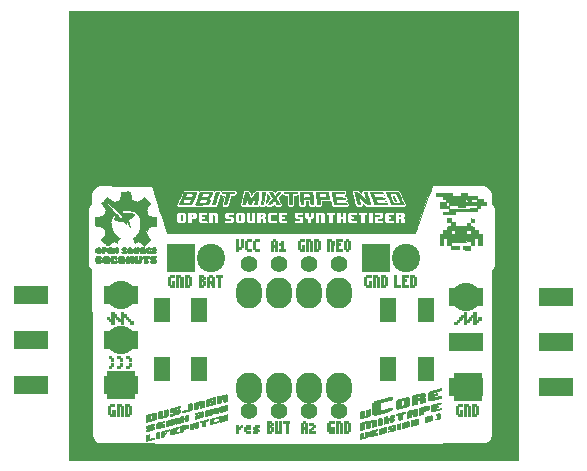
<source format=gbr>
G04 #@! TF.FileFunction,Soldermask,Top*
%FSLAX46Y46*%
G04 Gerber Fmt 4.6, Leading zero omitted, Abs format (unit mm)*
G04 Created by KiCad (PCBNEW 4.0.7-e0-6372~58~ubuntu16.04.1) date Tue Jul 31 17:24:41 2018*
%MOMM*%
%LPD*%
G01*
G04 APERTURE LIST*
%ADD10C,0.100000*%
%ADD11C,0.010000*%
%ADD12C,1.400000*%
%ADD13R,2.400000X2.400000*%
%ADD14C,2.400000*%
%ADD15R,1.400000X2.000000*%
%ADD16R,2.899360X1.598880*%
%ADD17R,0.800000X0.800000*%
%ADD18O,2.200000X2.600000*%
G04 APERTURE END LIST*
D10*
D11*
G36*
X101626458Y-52984907D02*
X101949250Y-52990750D01*
X101949250Y-53137153D01*
X101946426Y-53211534D01*
X101938938Y-53264505D01*
X101928263Y-53285700D01*
X101928083Y-53285724D01*
X101900120Y-53286079D01*
X101838279Y-53285539D01*
X101751003Y-53284214D01*
X101646736Y-53282217D01*
X101618550Y-53281616D01*
X101330184Y-53275340D01*
X101317158Y-53196545D01*
X101308002Y-53121771D01*
X101303910Y-53050195D01*
X101303899Y-53048407D01*
X101303667Y-52979064D01*
X101626458Y-52984907D01*
X101626458Y-52984907D01*
G37*
X101626458Y-52984907D02*
X101949250Y-52990750D01*
X101949250Y-53137153D01*
X101946426Y-53211534D01*
X101938938Y-53264505D01*
X101928263Y-53285700D01*
X101928083Y-53285724D01*
X101900120Y-53286079D01*
X101838279Y-53285539D01*
X101751003Y-53284214D01*
X101646736Y-53282217D01*
X101618550Y-53281616D01*
X101330184Y-53275340D01*
X101317158Y-53196545D01*
X101308002Y-53121771D01*
X101303910Y-53050195D01*
X101303899Y-53048407D01*
X101303667Y-52979064D01*
X101626458Y-52984907D01*
G36*
X100965000Y-53276500D02*
X100330000Y-53276500D01*
X100330000Y-52980167D01*
X100965000Y-52980167D01*
X100965000Y-53276500D01*
X100965000Y-53276500D01*
G37*
X100965000Y-53276500D02*
X100330000Y-53276500D01*
X100330000Y-52980167D01*
X100965000Y-52980167D01*
X100965000Y-53276500D01*
G36*
X100633914Y-51069875D02*
X100643226Y-51148984D01*
X100647266Y-51228221D01*
X100647267Y-51228625D01*
X100647500Y-51308000D01*
X101640479Y-51308000D01*
X101646698Y-51154542D01*
X101652917Y-51001083D01*
X101788572Y-50994694D01*
X101876274Y-50994467D01*
X101926947Y-51004312D01*
X101941707Y-51015861D01*
X101951043Y-51050659D01*
X101957511Y-51112969D01*
X101959509Y-51174411D01*
X101959833Y-51305406D01*
X102049792Y-51317209D01*
X102127845Y-51326358D01*
X102203313Y-51333573D01*
X102213833Y-51334381D01*
X102287917Y-51339750D01*
X102294119Y-51480161D01*
X102298327Y-51555219D01*
X102305826Y-51598353D01*
X102321449Y-51619943D01*
X102350027Y-51630371D01*
X102365557Y-51633620D01*
X102429954Y-51642066D01*
X102506876Y-51646480D01*
X102523396Y-51646667D01*
X102616000Y-51646667D01*
X102616000Y-51771935D01*
X102617525Y-51862615D01*
X102626926Y-51919071D01*
X102651436Y-51949410D01*
X102698292Y-51961737D01*
X102774729Y-51964157D01*
X102787598Y-51964167D01*
X102933500Y-51964167D01*
X102933500Y-52937833D01*
X102637167Y-52937833D01*
X102637167Y-52281667D01*
X102298500Y-52281667D01*
X102298500Y-52937833D01*
X101981000Y-52937833D01*
X101981000Y-52598681D01*
X101139625Y-52604215D01*
X100298250Y-52609750D01*
X100292068Y-52773792D01*
X100285886Y-52937833D01*
X99991333Y-52937833D01*
X99991333Y-52281667D01*
X99652667Y-52281667D01*
X99652667Y-52937833D01*
X99356333Y-52937833D01*
X99356333Y-51964167D01*
X100285886Y-51964167D01*
X100668667Y-51964167D01*
X100668667Y-51625500D01*
X101621167Y-51625500D01*
X101621167Y-51961484D01*
X101689958Y-51970021D01*
X101812607Y-51980858D01*
X101900861Y-51978217D01*
X101933375Y-51971992D01*
X101957263Y-51962402D01*
X101971479Y-51943226D01*
X101978506Y-51905098D01*
X101980828Y-51838655D01*
X101981000Y-51792364D01*
X101981000Y-51625500D01*
X101621167Y-51625500D01*
X100668667Y-51625500D01*
X100668667Y-51623852D01*
X100483458Y-51629967D01*
X100298250Y-51636083D01*
X100285886Y-51964167D01*
X99356333Y-51964167D01*
X99467458Y-51963877D01*
X99562103Y-51962078D01*
X99622240Y-51952942D01*
X99655685Y-51929976D01*
X99670255Y-51886682D01*
X99673767Y-51816564D01*
X99673833Y-51792364D01*
X99673833Y-51646667D01*
X99766437Y-51646667D01*
X99842321Y-51643492D01*
X99912880Y-51635640D01*
X99925187Y-51633437D01*
X99991333Y-51620208D01*
X99991333Y-51334855D01*
X100141902Y-51324082D01*
X100233136Y-51313454D01*
X100292076Y-51297580D01*
X100310911Y-51284196D01*
X100320726Y-51248569D01*
X100327540Y-51185528D01*
X100329676Y-51122792D01*
X100330000Y-50990500D01*
X100620794Y-50990500D01*
X100633914Y-51069875D01*
X100633914Y-51069875D01*
G37*
X100633914Y-51069875D02*
X100643226Y-51148984D01*
X100647266Y-51228221D01*
X100647267Y-51228625D01*
X100647500Y-51308000D01*
X101640479Y-51308000D01*
X101646698Y-51154542D01*
X101652917Y-51001083D01*
X101788572Y-50994694D01*
X101876274Y-50994467D01*
X101926947Y-51004312D01*
X101941707Y-51015861D01*
X101951043Y-51050659D01*
X101957511Y-51112969D01*
X101959509Y-51174411D01*
X101959833Y-51305406D01*
X102049792Y-51317209D01*
X102127845Y-51326358D01*
X102203313Y-51333573D01*
X102213833Y-51334381D01*
X102287917Y-51339750D01*
X102294119Y-51480161D01*
X102298327Y-51555219D01*
X102305826Y-51598353D01*
X102321449Y-51619943D01*
X102350027Y-51630371D01*
X102365557Y-51633620D01*
X102429954Y-51642066D01*
X102506876Y-51646480D01*
X102523396Y-51646667D01*
X102616000Y-51646667D01*
X102616000Y-51771935D01*
X102617525Y-51862615D01*
X102626926Y-51919071D01*
X102651436Y-51949410D01*
X102698292Y-51961737D01*
X102774729Y-51964157D01*
X102787598Y-51964167D01*
X102933500Y-51964167D01*
X102933500Y-52937833D01*
X102637167Y-52937833D01*
X102637167Y-52281667D01*
X102298500Y-52281667D01*
X102298500Y-52937833D01*
X101981000Y-52937833D01*
X101981000Y-52598681D01*
X101139625Y-52604215D01*
X100298250Y-52609750D01*
X100292068Y-52773792D01*
X100285886Y-52937833D01*
X99991333Y-52937833D01*
X99991333Y-52281667D01*
X99652667Y-52281667D01*
X99652667Y-52937833D01*
X99356333Y-52937833D01*
X99356333Y-51964167D01*
X100285886Y-51964167D01*
X100668667Y-51964167D01*
X100668667Y-51625500D01*
X101621167Y-51625500D01*
X101621167Y-51961484D01*
X101689958Y-51970021D01*
X101812607Y-51980858D01*
X101900861Y-51978217D01*
X101933375Y-51971992D01*
X101957263Y-51962402D01*
X101971479Y-51943226D01*
X101978506Y-51905098D01*
X101980828Y-51838655D01*
X101981000Y-51792364D01*
X101981000Y-51625500D01*
X101621167Y-51625500D01*
X100668667Y-51625500D01*
X100668667Y-51623852D01*
X100483458Y-51629967D01*
X100298250Y-51636083D01*
X100285886Y-51964167D01*
X99356333Y-51964167D01*
X99467458Y-51963877D01*
X99562103Y-51962078D01*
X99622240Y-51952942D01*
X99655685Y-51929976D01*
X99670255Y-51886682D01*
X99673767Y-51816564D01*
X99673833Y-51792364D01*
X99673833Y-51646667D01*
X99766437Y-51646667D01*
X99842321Y-51643492D01*
X99912880Y-51635640D01*
X99925187Y-51633437D01*
X99991333Y-51620208D01*
X99991333Y-51334855D01*
X100141902Y-51324082D01*
X100233136Y-51313454D01*
X100292076Y-51297580D01*
X100310911Y-51284196D01*
X100320726Y-51248569D01*
X100327540Y-51185528D01*
X100329676Y-51122792D01*
X100330000Y-50990500D01*
X100620794Y-50990500D01*
X100633914Y-51069875D01*
G36*
X100287667Y-50948167D02*
X99991333Y-50948167D01*
X99991333Y-50651833D01*
X100287667Y-50651833D01*
X100287667Y-50948167D01*
X100287667Y-50948167D01*
G37*
X100287667Y-50948167D02*
X99991333Y-50948167D01*
X99991333Y-50651833D01*
X100287667Y-50651833D01*
X100287667Y-50948167D01*
G36*
X102134458Y-50656198D02*
X102287917Y-50662417D01*
X102294175Y-50805292D01*
X102300434Y-50948167D01*
X101981000Y-50948167D01*
X101981000Y-50649979D01*
X102134458Y-50656198D01*
X102134458Y-50656198D01*
G37*
X102134458Y-50656198D02*
X102287917Y-50662417D01*
X102294175Y-50805292D01*
X102300434Y-50948167D01*
X101981000Y-50948167D01*
X101981000Y-50649979D01*
X102134458Y-50656198D01*
G36*
X102489000Y-50059167D02*
X100673958Y-50059167D01*
X100660729Y-50125312D01*
X100650861Y-50195081D01*
X100647500Y-50252312D01*
X100647500Y-50313167D01*
X99631500Y-50313167D01*
X99631500Y-50080333D01*
X100139500Y-50080333D01*
X100139824Y-49979792D01*
X100143104Y-49915217D01*
X100151032Y-49867541D01*
X100155699Y-49855946D01*
X100176474Y-49850054D01*
X100231432Y-49844562D01*
X100321744Y-49839435D01*
X100448583Y-49834633D01*
X100613122Y-49830120D01*
X100816533Y-49825856D01*
X101059988Y-49821806D01*
X101330125Y-49818112D01*
X102489000Y-49803580D01*
X102489000Y-50059167D01*
X102489000Y-50059167D01*
G37*
X102489000Y-50059167D02*
X100673958Y-50059167D01*
X100660729Y-50125312D01*
X100650861Y-50195081D01*
X100647500Y-50252312D01*
X100647500Y-50313167D01*
X99631500Y-50313167D01*
X99631500Y-50080333D01*
X100139500Y-50080333D01*
X100139824Y-49979792D01*
X100143104Y-49915217D01*
X100151032Y-49867541D01*
X100155699Y-49855946D01*
X100176474Y-49850054D01*
X100231432Y-49844562D01*
X100321744Y-49839435D01*
X100448583Y-49834633D01*
X100613122Y-49830120D01*
X100816533Y-49825856D01*
X101059988Y-49821806D01*
X101330125Y-49818112D01*
X102489000Y-49803580D01*
X102489000Y-50059167D01*
G36*
X99864333Y-49572333D02*
X100139500Y-49572333D01*
X100139500Y-49805167D01*
X99356333Y-49805167D01*
X99356333Y-49297167D01*
X99864333Y-49297167D01*
X99864333Y-49572333D01*
X99864333Y-49572333D01*
G37*
X99864333Y-49572333D02*
X100139500Y-49572333D01*
X100139500Y-49805167D01*
X99356333Y-49805167D01*
X99356333Y-49297167D01*
X99864333Y-49297167D01*
X99864333Y-49572333D01*
G36*
X100393500Y-48746833D02*
X101197833Y-48746833D01*
X101197833Y-48514000D01*
X101705833Y-48514000D01*
X101705833Y-48746833D01*
X102489000Y-48746833D01*
X102489000Y-48999490D01*
X102240292Y-49005453D01*
X101991583Y-49011417D01*
X101985324Y-49154292D01*
X101979066Y-49297167D01*
X102508146Y-49297167D01*
X102520750Y-49032583D01*
X102780042Y-49026640D01*
X103039333Y-49020697D01*
X103039333Y-49297167D01*
X103293333Y-49297167D01*
X103293333Y-49530000D01*
X102764167Y-49530000D01*
X102764167Y-49805167D01*
X102506975Y-49805167D01*
X102513862Y-49672875D01*
X102520750Y-49540583D01*
X100139500Y-49529647D01*
X100139500Y-49276000D01*
X100025348Y-49276000D01*
X99956131Y-49273013D01*
X99914504Y-49258383D01*
X99893515Y-49223603D01*
X99886209Y-49160166D01*
X99885500Y-49104935D01*
X99885500Y-49000833D01*
X100922667Y-49000833D01*
X100922667Y-49297167D01*
X101197833Y-49297167D01*
X101197833Y-49167612D01*
X101432073Y-49167612D01*
X101445110Y-49237251D01*
X101485517Y-49278746D01*
X101555616Y-49295886D01*
X101585637Y-49296842D01*
X101647973Y-49292646D01*
X101694165Y-49282598D01*
X101701697Y-49279004D01*
X101718825Y-49247337D01*
X101724170Y-49179558D01*
X101722864Y-49136453D01*
X101716417Y-49011417D01*
X101586958Y-49005188D01*
X101457499Y-48998960D01*
X101444083Y-49066043D01*
X101432073Y-49167612D01*
X101197833Y-49167612D01*
X101197833Y-49000833D01*
X100922667Y-49000833D01*
X99885500Y-49000833D01*
X99635656Y-49000833D01*
X99621204Y-48876312D01*
X99612012Y-48806820D01*
X99600098Y-48768376D01*
X99578073Y-48749954D01*
X99538548Y-48740527D01*
X99529168Y-48738962D01*
X99471517Y-48732955D01*
X99387274Y-48728390D01*
X99292175Y-48726049D01*
X99266375Y-48725899D01*
X99081167Y-48725667D01*
X99081167Y-48514000D01*
X100393500Y-48514000D01*
X100393500Y-48746833D01*
X100393500Y-48746833D01*
G37*
X100393500Y-48746833D02*
X101197833Y-48746833D01*
X101197833Y-48514000D01*
X101705833Y-48514000D01*
X101705833Y-48746833D01*
X102489000Y-48746833D01*
X102489000Y-48999490D01*
X102240292Y-49005453D01*
X101991583Y-49011417D01*
X101985324Y-49154292D01*
X101979066Y-49297167D01*
X102508146Y-49297167D01*
X102520750Y-49032583D01*
X102780042Y-49026640D01*
X103039333Y-49020697D01*
X103039333Y-49297167D01*
X103293333Y-49297167D01*
X103293333Y-49530000D01*
X102764167Y-49530000D01*
X102764167Y-49805167D01*
X102506975Y-49805167D01*
X102513862Y-49672875D01*
X102520750Y-49540583D01*
X100139500Y-49529647D01*
X100139500Y-49276000D01*
X100025348Y-49276000D01*
X99956131Y-49273013D01*
X99914504Y-49258383D01*
X99893515Y-49223603D01*
X99886209Y-49160166D01*
X99885500Y-49104935D01*
X99885500Y-49000833D01*
X100922667Y-49000833D01*
X100922667Y-49297167D01*
X101197833Y-49297167D01*
X101197833Y-49167612D01*
X101432073Y-49167612D01*
X101445110Y-49237251D01*
X101485517Y-49278746D01*
X101555616Y-49295886D01*
X101585637Y-49296842D01*
X101647973Y-49292646D01*
X101694165Y-49282598D01*
X101701697Y-49279004D01*
X101718825Y-49247337D01*
X101724170Y-49179558D01*
X101722864Y-49136453D01*
X101716417Y-49011417D01*
X101586958Y-49005188D01*
X101457499Y-48998960D01*
X101444083Y-49066043D01*
X101432073Y-49167612D01*
X101197833Y-49167612D01*
X101197833Y-49000833D01*
X100922667Y-49000833D01*
X99885500Y-49000833D01*
X99635656Y-49000833D01*
X99621204Y-48876312D01*
X99612012Y-48806820D01*
X99600098Y-48768376D01*
X99578073Y-48749954D01*
X99538548Y-48740527D01*
X99529168Y-48738962D01*
X99471517Y-48732955D01*
X99387274Y-48728390D01*
X99292175Y-48726049D01*
X99266375Y-48725899D01*
X99081167Y-48725667D01*
X99081167Y-48514000D01*
X100393500Y-48514000D01*
X100393500Y-48746833D01*
G36*
X106002666Y-71077666D02*
X68008500Y-71077666D01*
X68008500Y-49737085D01*
X69596000Y-49737085D01*
X69596000Y-54658050D01*
X69732007Y-54840717D01*
X69868015Y-55023384D01*
X69882984Y-62060983D01*
X69897952Y-69098583D01*
X69983111Y-69245513D01*
X70076899Y-69390327D01*
X70172129Y-69500281D01*
X70275824Y-69582480D01*
X70363345Y-69630175D01*
X70495583Y-69691250D01*
X74443166Y-69702745D01*
X74912870Y-69704040D01*
X75410517Y-69705273D01*
X75934499Y-69706444D01*
X76483204Y-69707554D01*
X77055023Y-69708603D01*
X77648345Y-69709590D01*
X78261561Y-69710516D01*
X78893061Y-69711380D01*
X79541234Y-69712184D01*
X80204471Y-69712926D01*
X80881161Y-69713608D01*
X81569694Y-69714228D01*
X82268461Y-69714788D01*
X82975850Y-69715287D01*
X83690253Y-69715726D01*
X84410059Y-69716103D01*
X85133659Y-69716421D01*
X85859441Y-69716677D01*
X86585796Y-69716874D01*
X87311114Y-69717010D01*
X88033785Y-69717086D01*
X88752199Y-69717102D01*
X89464745Y-69717057D01*
X90169814Y-69716953D01*
X90865796Y-69716789D01*
X91551081Y-69716565D01*
X92224057Y-69716281D01*
X92883117Y-69715938D01*
X93526649Y-69715535D01*
X94153043Y-69715072D01*
X94760689Y-69714550D01*
X95347978Y-69713969D01*
X95913299Y-69713328D01*
X96455042Y-69712628D01*
X96971598Y-69711869D01*
X97461355Y-69711051D01*
X97922704Y-69710174D01*
X98354036Y-69709238D01*
X98753739Y-69708243D01*
X99120204Y-69707189D01*
X99451821Y-69706077D01*
X99746979Y-69704906D01*
X100004069Y-69703676D01*
X100221481Y-69702388D01*
X100340583Y-69701521D01*
X100761301Y-69698007D01*
X101141757Y-69694468D01*
X101484020Y-69690848D01*
X101790160Y-69687088D01*
X102062249Y-69683131D01*
X102302355Y-69678919D01*
X102512551Y-69674395D01*
X102694905Y-69669501D01*
X102851489Y-69664178D01*
X102984372Y-69658370D01*
X103095625Y-69652019D01*
X103187318Y-69645067D01*
X103261522Y-69637456D01*
X103320307Y-69629129D01*
X103365743Y-69620028D01*
X103378000Y-69616889D01*
X103439180Y-69586977D01*
X103505199Y-69526712D01*
X103547333Y-69476986D01*
X103623295Y-69380709D01*
X103677092Y-69308124D01*
X103713081Y-69249926D01*
X103735619Y-69196812D01*
X103749063Y-69139477D01*
X103757768Y-69068616D01*
X103762352Y-69017772D01*
X103764241Y-68975811D01*
X103766231Y-68893507D01*
X103768311Y-68772849D01*
X103770470Y-68615827D01*
X103772699Y-68424430D01*
X103774987Y-68200648D01*
X103777323Y-67946472D01*
X103779699Y-67663889D01*
X103782102Y-67354892D01*
X103784524Y-67021468D01*
X103786953Y-66665607D01*
X103789379Y-66289300D01*
X103791792Y-65894536D01*
X103794182Y-65483304D01*
X103796539Y-65057595D01*
X103798851Y-64619397D01*
X103801109Y-64170702D01*
X103803302Y-63713497D01*
X103805421Y-63249774D01*
X103807455Y-62781521D01*
X103809392Y-62310729D01*
X103811225Y-61839386D01*
X103812941Y-61369484D01*
X103814530Y-60903011D01*
X103815983Y-60441956D01*
X103817289Y-59988311D01*
X103818437Y-59544064D01*
X103819418Y-59111205D01*
X103820221Y-58691724D01*
X103820835Y-58287610D01*
X103821251Y-57900854D01*
X103821429Y-57616619D01*
X103822500Y-55024654D01*
X103938916Y-54841014D01*
X104055333Y-54657374D01*
X104055333Y-49742597D01*
X103928448Y-49578090D01*
X103801562Y-49413583D01*
X103801117Y-49011416D01*
X103799012Y-48828675D01*
X103793262Y-48677822D01*
X103784061Y-48562379D01*
X103772536Y-48489712D01*
X103712741Y-48323045D01*
X103616299Y-48176456D01*
X103482713Y-48049363D01*
X103311487Y-47941188D01*
X103295540Y-47933028D01*
X103146223Y-47857833D01*
X98725474Y-47857833D01*
X98704656Y-47916041D01*
X98694603Y-47943929D01*
X98671171Y-48008798D01*
X98635385Y-48107821D01*
X98588266Y-48238171D01*
X98530836Y-48397019D01*
X98464118Y-48581538D01*
X98389134Y-48788902D01*
X98306907Y-49016281D01*
X98218458Y-49260849D01*
X98124812Y-49519778D01*
X98026989Y-49790240D01*
X97990966Y-49889833D01*
X97891892Y-50163753D01*
X97796629Y-50427157D01*
X97706198Y-50677218D01*
X97621622Y-50911107D01*
X97543924Y-51125997D01*
X97474125Y-51319062D01*
X97413247Y-51487472D01*
X97362314Y-51628401D01*
X97322347Y-51739022D01*
X97294368Y-51816506D01*
X97279399Y-51858027D01*
X97277393Y-51863625D01*
X97256692Y-51921833D01*
X76295250Y-51921719D01*
X75851393Y-50554114D01*
X77067833Y-50554114D01*
X77068076Y-50687128D01*
X77069253Y-50783836D01*
X77072038Y-50850268D01*
X77077105Y-50892451D01*
X77085125Y-50916412D01*
X77096773Y-50928179D01*
X77110166Y-50933133D01*
X77144591Y-50956294D01*
X77152500Y-50977935D01*
X77157068Y-50990685D01*
X77174688Y-50999805D01*
X77211229Y-51005878D01*
X77272563Y-51009490D01*
X77364558Y-51011224D01*
X77491166Y-51011666D01*
X77617800Y-51011419D01*
X77708192Y-51010170D01*
X77768436Y-51007157D01*
X77804622Y-51001620D01*
X77822842Y-50992796D01*
X77829189Y-50979924D01*
X77829833Y-50969333D01*
X77843068Y-50934857D01*
X77861583Y-50927000D01*
X77873199Y-50921584D01*
X77881658Y-50901676D01*
X77887429Y-50861785D01*
X77890985Y-50796422D01*
X77892796Y-50700095D01*
X77893331Y-50567315D01*
X77893333Y-50556583D01*
X77892869Y-50421062D01*
X77891162Y-50322378D01*
X77887743Y-50255039D01*
X77882140Y-50213554D01*
X77873884Y-50192434D01*
X77862503Y-50186188D01*
X77861583Y-50186166D01*
X77835726Y-50168520D01*
X77829833Y-50143833D01*
X77827844Y-50127954D01*
X77817802Y-50116636D01*
X77793592Y-50109109D01*
X77749102Y-50104602D01*
X77678217Y-50102347D01*
X77574823Y-50101573D01*
X77493635Y-50101500D01*
X77978000Y-50101500D01*
X77978000Y-51011666D01*
X78359000Y-51011666D01*
X78359000Y-50694166D01*
X78538916Y-50694166D01*
X78626397Y-50693378D01*
X78679832Y-50689717D01*
X78707499Y-50681233D01*
X78717676Y-50665980D01*
X78718833Y-50651833D01*
X78733800Y-50616457D01*
X78761166Y-50609500D01*
X78780434Y-50606594D01*
X78792768Y-50592771D01*
X78799701Y-50560367D01*
X78799898Y-50556583D01*
X78867000Y-50556583D01*
X78867210Y-50689874D01*
X78868287Y-50786661D01*
X78870895Y-50852771D01*
X78875700Y-50894031D01*
X78883369Y-50916271D01*
X78894568Y-50925317D01*
X78909333Y-50927000D01*
X78944709Y-50941967D01*
X78951666Y-50969333D01*
X78953467Y-50984365D01*
X78962695Y-50995342D01*
X78985091Y-51002900D01*
X79026393Y-51007676D01*
X79092340Y-51010305D01*
X79188674Y-51011423D01*
X79321131Y-51011665D01*
X79333722Y-51011666D01*
X79715779Y-51011666D01*
X79703083Y-50768250D01*
X79475541Y-50762242D01*
X79370844Y-50758312D01*
X79302276Y-50752462D01*
X79263646Y-50743714D01*
X79248761Y-50731090D01*
X79248000Y-50726306D01*
X79263573Y-50706110D01*
X79313521Y-50693933D01*
X79359125Y-50689981D01*
X79470250Y-50683583D01*
X79476563Y-50563016D01*
X79482877Y-50442449D01*
X79370928Y-50436016D01*
X79300927Y-50428487D01*
X79264114Y-50414043D01*
X79252078Y-50393272D01*
X79253298Y-50377074D01*
X79268905Y-50366073D01*
X79305848Y-50358945D01*
X79371077Y-50354364D01*
X79471540Y-50351007D01*
X79474130Y-50350938D01*
X79703083Y-50344916D01*
X79715779Y-50101500D01*
X79777166Y-50101500D01*
X79777166Y-51011666D01*
X80158166Y-51011666D01*
X80158166Y-50683583D01*
X80158716Y-50557000D01*
X80160740Y-50466943D01*
X80164798Y-50407610D01*
X80171453Y-50373203D01*
X80181265Y-50357924D01*
X80189916Y-50355500D01*
X80202166Y-50361181D01*
X80210881Y-50382091D01*
X80216623Y-50424029D01*
X80219953Y-50492793D01*
X80221432Y-50594184D01*
X80221666Y-50683583D01*
X80221666Y-51011666D01*
X80602666Y-51011666D01*
X81129720Y-51011666D01*
X81511777Y-51011666D01*
X81647439Y-51011467D01*
X81746507Y-51010444D01*
X81814722Y-51007963D01*
X81857821Y-51003386D01*
X81881546Y-50996079D01*
X81891635Y-50985405D01*
X81893827Y-50970728D01*
X81893833Y-50969333D01*
X81907068Y-50934857D01*
X81925583Y-50927000D01*
X81940718Y-50919803D01*
X81950296Y-50893482D01*
X81955437Y-50840940D01*
X81957263Y-50755080D01*
X81957333Y-50725916D01*
X81956197Y-50630062D01*
X81952041Y-50569401D01*
X81948775Y-50556583D01*
X82042000Y-50556583D01*
X82042464Y-50692103D01*
X82044170Y-50790788D01*
X82047589Y-50858127D01*
X82053192Y-50899611D01*
X82061448Y-50920731D01*
X82072830Y-50926977D01*
X82073750Y-50927000D01*
X82099607Y-50944646D01*
X82105500Y-50969333D01*
X82107477Y-50985162D01*
X82117470Y-50996461D01*
X82141571Y-51003992D01*
X82185872Y-51008515D01*
X82256464Y-51010792D01*
X82359438Y-51011586D01*
X82444166Y-51011666D01*
X82572185Y-51011211D01*
X82663746Y-51009456D01*
X82724721Y-51005817D01*
X82760980Y-50999708D01*
X82778394Y-50990545D01*
X82782833Y-50977935D01*
X82800603Y-50945858D01*
X82825166Y-50933133D01*
X82840462Y-50927022D01*
X82851554Y-50913888D01*
X82859113Y-50887703D01*
X82863814Y-50842439D01*
X82866329Y-50772069D01*
X82867333Y-50670564D01*
X82867500Y-50554114D01*
X82867096Y-50419955D01*
X82865538Y-50322477D01*
X82862310Y-50256033D01*
X82856894Y-50214976D01*
X82848771Y-50193658D01*
X82837424Y-50186433D01*
X82833768Y-50186166D01*
X82801691Y-50168396D01*
X82788966Y-50143833D01*
X82782531Y-50127930D01*
X82768661Y-50116598D01*
X82741034Y-50109065D01*
X82693330Y-50104562D01*
X82619227Y-50102317D01*
X82512406Y-50101561D01*
X82441697Y-50101500D01*
X82931000Y-50101500D01*
X82931000Y-50511781D01*
X82931199Y-50653241D01*
X82932178Y-50758062D01*
X82934509Y-50831937D01*
X82938763Y-50880559D01*
X82945514Y-50909622D01*
X82955332Y-50924819D01*
X82968791Y-50931843D01*
X82973333Y-50933133D01*
X83007758Y-50956294D01*
X83015666Y-50977935D01*
X83020235Y-50990685D01*
X83037855Y-50999805D01*
X83074396Y-51005878D01*
X83135729Y-51009490D01*
X83227725Y-51011224D01*
X83354333Y-51011666D01*
X83480966Y-51011419D01*
X83571359Y-51010170D01*
X83631603Y-51007157D01*
X83667789Y-51001620D01*
X83686009Y-50992796D01*
X83692356Y-50979924D01*
X83693000Y-50969333D01*
X83706234Y-50934857D01*
X83724750Y-50927000D01*
X83735825Y-50921794D01*
X83744046Y-50902694D01*
X83749816Y-50864476D01*
X83753534Y-50801915D01*
X83755605Y-50709786D01*
X83756428Y-50582865D01*
X83756500Y-50514250D01*
X83756500Y-50101500D01*
X83841166Y-50101500D01*
X83841166Y-51011666D01*
X84222166Y-51011666D01*
X84222166Y-50852916D01*
X84223829Y-50769180D01*
X84229840Y-50720027D01*
X84241728Y-50697803D01*
X84253916Y-50694166D01*
X84270663Y-50702482D01*
X84280494Y-50732533D01*
X84284939Y-50791976D01*
X84285666Y-50852916D01*
X84285666Y-51011666D01*
X84666666Y-51011666D01*
X84666666Y-50813052D01*
X84665889Y-50719639D01*
X84662435Y-50660192D01*
X84654615Y-50626356D01*
X84640744Y-50609776D01*
X84624333Y-50603366D01*
X84589908Y-50580205D01*
X84582000Y-50558564D01*
X84583250Y-50556583D01*
X84751333Y-50556583D01*
X84751797Y-50692103D01*
X84753503Y-50790788D01*
X84756923Y-50858127D01*
X84762525Y-50899611D01*
X84770782Y-50920731D01*
X84782163Y-50926977D01*
X84783083Y-50927000D01*
X84808940Y-50944646D01*
X84814833Y-50969333D01*
X84816634Y-50984365D01*
X84825862Y-50995342D01*
X84848257Y-51002900D01*
X84889559Y-51007676D01*
X84955507Y-51010305D01*
X85051840Y-51011423D01*
X85184298Y-51011665D01*
X85196889Y-51011666D01*
X85578945Y-51011666D01*
X85572597Y-50889958D01*
X85566250Y-50768250D01*
X85111166Y-50756234D01*
X85111166Y-50554114D01*
X85640333Y-50554114D01*
X85640576Y-50687128D01*
X85641753Y-50783836D01*
X85644538Y-50850268D01*
X85649605Y-50892451D01*
X85657625Y-50916412D01*
X85669273Y-50928179D01*
X85682666Y-50933133D01*
X85717091Y-50956294D01*
X85725000Y-50977935D01*
X85729394Y-50990198D01*
X85746330Y-50999119D01*
X85781438Y-51005211D01*
X85840346Y-51008986D01*
X85928684Y-51010958D01*
X86052083Y-51011637D01*
X86095416Y-51011666D01*
X86465833Y-51011666D01*
X86992887Y-51011666D01*
X87374943Y-51011666D01*
X87510605Y-51011467D01*
X87609674Y-51010444D01*
X87677888Y-51007963D01*
X87720988Y-51003386D01*
X87744713Y-50996079D01*
X87754801Y-50985405D01*
X87756993Y-50970728D01*
X87757000Y-50969333D01*
X87770234Y-50934857D01*
X87788750Y-50927000D01*
X87803884Y-50919803D01*
X87813462Y-50893482D01*
X87818604Y-50840940D01*
X87820430Y-50755080D01*
X87820500Y-50725916D01*
X87819363Y-50630062D01*
X87815207Y-50569401D01*
X87806911Y-50536838D01*
X87793354Y-50525275D01*
X87788750Y-50524833D01*
X87762892Y-50507186D01*
X87757000Y-50482500D01*
X87753816Y-50462386D01*
X87738896Y-50449889D01*
X87704180Y-50443215D01*
X87641611Y-50440576D01*
X87566500Y-50440166D01*
X87475991Y-50439459D01*
X87419750Y-50436143D01*
X87389720Y-50428428D01*
X87377844Y-50414524D01*
X87376000Y-50397833D01*
X87378786Y-50378947D01*
X87392136Y-50366699D01*
X87423533Y-50359662D01*
X87480462Y-50356411D01*
X87570407Y-50355520D01*
X87598250Y-50355500D01*
X87820500Y-50355500D01*
X87820500Y-50101500D01*
X87905166Y-50101500D01*
X87905166Y-50355500D01*
X87906123Y-50466694D01*
X87909453Y-50541589D01*
X87915849Y-50586185D01*
X87926003Y-50606484D01*
X87934447Y-50609500D01*
X87962878Y-50627233D01*
X87974799Y-50651833D01*
X87997587Y-50684204D01*
X88048887Y-50694156D01*
X88051351Y-50694166D01*
X88116833Y-50694166D01*
X88116833Y-51011666D01*
X88497833Y-51011666D01*
X88497833Y-50694166D01*
X88571916Y-50694166D01*
X88623426Y-50689132D01*
X88644000Y-50670225D01*
X88646000Y-50654302D01*
X88663877Y-50617055D01*
X88688333Y-50603366D01*
X88706514Y-50595619D01*
X88718598Y-50578715D01*
X88725816Y-50545190D01*
X88729402Y-50487576D01*
X88730587Y-50398406D01*
X88730666Y-50346898D01*
X88730666Y-50101500D01*
X88794166Y-50101500D01*
X88794166Y-51011666D01*
X89175166Y-51011666D01*
X89175166Y-50683583D01*
X89175428Y-50559236D01*
X89176745Y-50471033D01*
X89179916Y-50412788D01*
X89185739Y-50378311D01*
X89195013Y-50361415D01*
X89208537Y-50355912D01*
X89217500Y-50355500D01*
X89233544Y-50357527D01*
X89244925Y-50367734D01*
X89252441Y-50392310D01*
X89256889Y-50437441D01*
X89259070Y-50509315D01*
X89259780Y-50614121D01*
X89259833Y-50683583D01*
X89259833Y-51011666D01*
X89619666Y-51011666D01*
X89619666Y-50598916D01*
X89619266Y-50454934D01*
X89617797Y-50348056D01*
X89614857Y-50273057D01*
X89610044Y-50224713D01*
X89602957Y-50197799D01*
X89593194Y-50187090D01*
X89587916Y-50186166D01*
X89562059Y-50168520D01*
X89556166Y-50143833D01*
X89554362Y-50128783D01*
X89545116Y-50117798D01*
X89522683Y-50110240D01*
X89481315Y-50105470D01*
X89415265Y-50102849D01*
X89318784Y-50101738D01*
X89186127Y-50101500D01*
X89704333Y-50101500D01*
X89704333Y-50355500D01*
X89937166Y-50355500D01*
X89937166Y-51011666D01*
X90297000Y-51011666D01*
X90297000Y-50355500D01*
X90529833Y-50355500D01*
X90529833Y-50101500D01*
X90614500Y-50101500D01*
X90614500Y-51011666D01*
X90974333Y-51011666D01*
X90974333Y-50852916D01*
X90975333Y-50771749D01*
X90979892Y-50724125D01*
X90990350Y-50701272D01*
X91009046Y-50694415D01*
X91016666Y-50694166D01*
X91038311Y-50697916D01*
X91051010Y-50715013D01*
X91057105Y-50754230D01*
X91058933Y-50824340D01*
X91059000Y-50852916D01*
X91059000Y-51011666D01*
X91440000Y-51011666D01*
X91440000Y-50554114D01*
X91503500Y-50554114D01*
X91503742Y-50687128D01*
X91504920Y-50783836D01*
X91507705Y-50850268D01*
X91512771Y-50892451D01*
X91520792Y-50916412D01*
X91532440Y-50928179D01*
X91545833Y-50933133D01*
X91580258Y-50956294D01*
X91588166Y-50977935D01*
X91592561Y-50990198D01*
X91609497Y-50999119D01*
X91644604Y-51005211D01*
X91703513Y-51008986D01*
X91791851Y-51010958D01*
X91915250Y-51011637D01*
X91958583Y-51011666D01*
X92329000Y-51011666D01*
X92329000Y-50757666D01*
X92106750Y-50757666D01*
X92004611Y-50756615D01*
X91938142Y-50752854D01*
X91900717Y-50745469D01*
X91885711Y-50733546D01*
X91884500Y-50727022D01*
X91898903Y-50706655D01*
X91945940Y-50694418D01*
X91995625Y-50689981D01*
X92106750Y-50683583D01*
X92113063Y-50563016D01*
X92119377Y-50442449D01*
X92007428Y-50436016D01*
X91937822Y-50428625D01*
X91901118Y-50414434D01*
X91888437Y-50392541D01*
X91889107Y-50376019D01*
X91903371Y-50365264D01*
X91938312Y-50359066D01*
X92001014Y-50356215D01*
X92098560Y-50355501D01*
X92105197Y-50355500D01*
X92329000Y-50355500D01*
X92329000Y-50101500D01*
X92413666Y-50101500D01*
X92413666Y-50355500D01*
X92646500Y-50355500D01*
X92646500Y-51011666D01*
X93006333Y-51011666D01*
X93006333Y-50355500D01*
X93239166Y-50355500D01*
X93239166Y-50101500D01*
X93323833Y-50101500D01*
X93323833Y-51011666D01*
X93683666Y-51011666D01*
X93683666Y-50101500D01*
X93768333Y-50101500D01*
X93768333Y-50355500D01*
X93990583Y-50355500D01*
X94089731Y-50356030D01*
X94154035Y-50358573D01*
X94190979Y-50364553D01*
X94208047Y-50375397D01*
X94212723Y-50392530D01*
X94212833Y-50397833D01*
X94209650Y-50417946D01*
X94194729Y-50430444D01*
X94160013Y-50437117D01*
X94097445Y-50439756D01*
X94022333Y-50440166D01*
X93931824Y-50440874D01*
X93875583Y-50444189D01*
X93845554Y-50451904D01*
X93833678Y-50465808D01*
X93831833Y-50482500D01*
X93818598Y-50516976D01*
X93800083Y-50524833D01*
X93786141Y-50531336D01*
X93776857Y-50555238D01*
X93771373Y-50603131D01*
X93768829Y-50681604D01*
X93768333Y-50768250D01*
X93768333Y-51011666D01*
X94595945Y-51011666D01*
X94589597Y-50889958D01*
X94583250Y-50768250D01*
X94366291Y-50762217D01*
X94265174Y-50758246D01*
X94199804Y-50752321D01*
X94163604Y-50743321D01*
X94149994Y-50730121D01*
X94149333Y-50725176D01*
X94157585Y-50709599D01*
X94187138Y-50700067D01*
X94245185Y-50695339D01*
X94329250Y-50694166D01*
X94416730Y-50693378D01*
X94470165Y-50689717D01*
X94497833Y-50681233D01*
X94508009Y-50665980D01*
X94509166Y-50651833D01*
X94524133Y-50616457D01*
X94551500Y-50609500D01*
X94569370Y-50607007D01*
X94581354Y-50594854D01*
X94588621Y-50566025D01*
X94589289Y-50556583D01*
X94657333Y-50556583D01*
X94657544Y-50689874D01*
X94658620Y-50786661D01*
X94661228Y-50852771D01*
X94666033Y-50894031D01*
X94673703Y-50916271D01*
X94684902Y-50925317D01*
X94699666Y-50927000D01*
X94735042Y-50941967D01*
X94742000Y-50969333D01*
X94743800Y-50984365D01*
X94753029Y-50995342D01*
X94775424Y-51002900D01*
X94816726Y-51007676D01*
X94882674Y-51010305D01*
X94979007Y-51011423D01*
X95111465Y-51011665D01*
X95124056Y-51011666D01*
X95506112Y-51011666D01*
X95493416Y-50768250D01*
X95265875Y-50762242D01*
X95161177Y-50758312D01*
X95092609Y-50752462D01*
X95053979Y-50743714D01*
X95039094Y-50731090D01*
X95038333Y-50726306D01*
X95053906Y-50706110D01*
X95103854Y-50693933D01*
X95149458Y-50689981D01*
X95260583Y-50683583D01*
X95273211Y-50442449D01*
X95161262Y-50436016D01*
X95091261Y-50428487D01*
X95054447Y-50414043D01*
X95042411Y-50393272D01*
X95043632Y-50377074D01*
X95059239Y-50366073D01*
X95096182Y-50358945D01*
X95161410Y-50354364D01*
X95261873Y-50351007D01*
X95264463Y-50350938D01*
X95493416Y-50344916D01*
X95506112Y-50101500D01*
X95567500Y-50101500D01*
X95567500Y-51011666D01*
X95948500Y-51011666D01*
X95948500Y-50852916D01*
X95950163Y-50769180D01*
X95956173Y-50720027D01*
X95968061Y-50697803D01*
X95980250Y-50694166D01*
X95996997Y-50702482D01*
X96006827Y-50732533D01*
X96011272Y-50791976D01*
X96012000Y-50852916D01*
X96012000Y-51011666D01*
X96393000Y-51011666D01*
X96393000Y-50810583D01*
X96391863Y-50714728D01*
X96387707Y-50654068D01*
X96379411Y-50621504D01*
X96365854Y-50609942D01*
X96361250Y-50609500D01*
X96335392Y-50591853D01*
X96329500Y-50567166D01*
X96342734Y-50532690D01*
X96361250Y-50524833D01*
X96377540Y-50516857D01*
X96387317Y-50487919D01*
X96391989Y-50430502D01*
X96393000Y-50355500D01*
X96391504Y-50268616D01*
X96386078Y-50216474D01*
X96375312Y-50191557D01*
X96361250Y-50186166D01*
X96335392Y-50168520D01*
X96329500Y-50143833D01*
X96327695Y-50128783D01*
X96318450Y-50117798D01*
X96296017Y-50110240D01*
X96254649Y-50105470D01*
X96188598Y-50102849D01*
X96092118Y-50101738D01*
X95959460Y-50101500D01*
X95567500Y-50101500D01*
X95506112Y-50101500D01*
X95124056Y-50101500D01*
X94988394Y-50101699D01*
X94889325Y-50102722D01*
X94821111Y-50105203D01*
X94778011Y-50109779D01*
X94754286Y-50117087D01*
X94744198Y-50127761D01*
X94742006Y-50142438D01*
X94742000Y-50143833D01*
X94727032Y-50179209D01*
X94699666Y-50186166D01*
X94684433Y-50188010D01*
X94673372Y-50197428D01*
X94665816Y-50220248D01*
X94661101Y-50262296D01*
X94658559Y-50329403D01*
X94657525Y-50427395D01*
X94657333Y-50556583D01*
X94589289Y-50556583D01*
X94592341Y-50513505D01*
X94593682Y-50430277D01*
X94593833Y-50355500D01*
X94593833Y-50101500D01*
X93768333Y-50101500D01*
X93683666Y-50101500D01*
X93323833Y-50101500D01*
X93239166Y-50101500D01*
X92413666Y-50101500D01*
X92329000Y-50101500D01*
X91961052Y-50101500D01*
X91828038Y-50101742D01*
X91731329Y-50102920D01*
X91664898Y-50105705D01*
X91622715Y-50110771D01*
X91598754Y-50118792D01*
X91586986Y-50130440D01*
X91582033Y-50143833D01*
X91558872Y-50178258D01*
X91537231Y-50186166D01*
X91524932Y-50190573D01*
X91515996Y-50207558D01*
X91509905Y-50242770D01*
X91506141Y-50301854D01*
X91504186Y-50390458D01*
X91503524Y-50514230D01*
X91503500Y-50554114D01*
X91440000Y-50554114D01*
X91440000Y-50101500D01*
X91059000Y-50101500D01*
X91059000Y-50272385D01*
X91058025Y-50357251D01*
X91053907Y-50407722D01*
X91044856Y-50431717D01*
X91029082Y-50437153D01*
X91021958Y-50436197D01*
X91002555Y-50425754D01*
X90990260Y-50397775D01*
X90982915Y-50343725D01*
X90978734Y-50265312D01*
X90972552Y-50101500D01*
X90614500Y-50101500D01*
X90529833Y-50101500D01*
X89704333Y-50101500D01*
X89186127Y-50101500D01*
X88794166Y-50101500D01*
X88730666Y-50101500D01*
X88349666Y-50101500D01*
X88349666Y-50270833D01*
X88348171Y-50357716D01*
X88342745Y-50409858D01*
X88331979Y-50434776D01*
X88317916Y-50440166D01*
X88301626Y-50432190D01*
X88291849Y-50403252D01*
X88287177Y-50345835D01*
X88286166Y-50270833D01*
X88286166Y-50101500D01*
X87905166Y-50101500D01*
X87820500Y-50101500D01*
X87450083Y-50101500D01*
X87315417Y-50101900D01*
X87217450Y-50103442D01*
X87150552Y-50106639D01*
X87109095Y-50112003D01*
X87087448Y-50120048D01*
X87079982Y-50131285D01*
X87079666Y-50135231D01*
X87061896Y-50167308D01*
X87037333Y-50180033D01*
X87017548Y-50188817D01*
X87005086Y-50208155D01*
X86998284Y-50246361D01*
X86995481Y-50311745D01*
X86995000Y-50391700D01*
X86995761Y-50485649D01*
X86999155Y-50545588D01*
X87006842Y-50579828D01*
X87020486Y-50596680D01*
X87037333Y-50603366D01*
X87071921Y-50629247D01*
X87079666Y-50654302D01*
X87083647Y-50673739D01*
X87101057Y-50685618D01*
X87140097Y-50691754D01*
X87208968Y-50693965D01*
X87259583Y-50694166D01*
X87349958Y-50695588D01*
X87405264Y-50700682D01*
X87432696Y-50710687D01*
X87439500Y-50725176D01*
X87431383Y-50739854D01*
X87402649Y-50749996D01*
X87346718Y-50756725D01*
X87257014Y-50761164D01*
X87222541Y-50762217D01*
X87005583Y-50768250D01*
X86992887Y-51011666D01*
X86465833Y-51011666D01*
X86465833Y-50757666D01*
X86243583Y-50757666D01*
X86141444Y-50756615D01*
X86074975Y-50752854D01*
X86037550Y-50745469D01*
X86022544Y-50733546D01*
X86021333Y-50727022D01*
X86035736Y-50706655D01*
X86082774Y-50694418D01*
X86132458Y-50689981D01*
X86243583Y-50683583D01*
X86249931Y-50561875D01*
X86256279Y-50440166D01*
X86138806Y-50440166D01*
X86071158Y-50438362D01*
X86035778Y-50430547D01*
X86022671Y-50413119D01*
X86021333Y-50397833D01*
X86024119Y-50378947D01*
X86037469Y-50366699D01*
X86068866Y-50359662D01*
X86125795Y-50356411D01*
X86215740Y-50355520D01*
X86243583Y-50355500D01*
X86465833Y-50355500D01*
X86465833Y-50101500D01*
X86097885Y-50101500D01*
X85964871Y-50101742D01*
X85868163Y-50102920D01*
X85801731Y-50105705D01*
X85759548Y-50110771D01*
X85735587Y-50118792D01*
X85723820Y-50130440D01*
X85718866Y-50143833D01*
X85695705Y-50178258D01*
X85674064Y-50186166D01*
X85661765Y-50190573D01*
X85652829Y-50207558D01*
X85646738Y-50242770D01*
X85642974Y-50301854D01*
X85641020Y-50390458D01*
X85640357Y-50514230D01*
X85640333Y-50554114D01*
X85111166Y-50554114D01*
X85111166Y-50356932D01*
X85566250Y-50344916D01*
X85572597Y-50223208D01*
X85578945Y-50101500D01*
X85196889Y-50101500D01*
X85061227Y-50101699D01*
X84962158Y-50102722D01*
X84893944Y-50105203D01*
X84850844Y-50109779D01*
X84827120Y-50117087D01*
X84817031Y-50127761D01*
X84814839Y-50142438D01*
X84814833Y-50143833D01*
X84801598Y-50178309D01*
X84783083Y-50186166D01*
X84771467Y-50191582D01*
X84763008Y-50211490D01*
X84757236Y-50251380D01*
X84753680Y-50316744D01*
X84751870Y-50413070D01*
X84751335Y-50545851D01*
X84751333Y-50556583D01*
X84583250Y-50556583D01*
X84599678Y-50530566D01*
X84624333Y-50524833D01*
X84645425Y-50521298D01*
X84658066Y-50505015D01*
X84664385Y-50467469D01*
X84666510Y-50400146D01*
X84666666Y-50355500D01*
X84665335Y-50269503D01*
X84660293Y-50217883D01*
X84649965Y-50192739D01*
X84632935Y-50186166D01*
X84600858Y-50168396D01*
X84588133Y-50143833D01*
X84582022Y-50128537D01*
X84568888Y-50117445D01*
X84542703Y-50109886D01*
X84497439Y-50105185D01*
X84427069Y-50102670D01*
X84325564Y-50101666D01*
X84209114Y-50101500D01*
X83841166Y-50101500D01*
X83756500Y-50101500D01*
X83396666Y-50101500D01*
X83396666Y-50429583D01*
X83396405Y-50553930D01*
X83395087Y-50642132D01*
X83391916Y-50700378D01*
X83386093Y-50734855D01*
X83376819Y-50751751D01*
X83363296Y-50757253D01*
X83354333Y-50757666D01*
X83338288Y-50755639D01*
X83326907Y-50745431D01*
X83319392Y-50720856D01*
X83314943Y-50675725D01*
X83312763Y-50603850D01*
X83312053Y-50499044D01*
X83312000Y-50429583D01*
X83312000Y-50101500D01*
X82931000Y-50101500D01*
X82441697Y-50101500D01*
X82315594Y-50101750D01*
X82225710Y-50103014D01*
X82165930Y-50106063D01*
X82130142Y-50111665D01*
X82112231Y-50120591D01*
X82106084Y-50133610D01*
X82105500Y-50143833D01*
X82092265Y-50178309D01*
X82073750Y-50186166D01*
X82062133Y-50191582D01*
X82053675Y-50211490D01*
X82047903Y-50251380D01*
X82044347Y-50316744D01*
X82042537Y-50413070D01*
X82042001Y-50545851D01*
X82042000Y-50556583D01*
X81948775Y-50556583D01*
X81943744Y-50536838D01*
X81930188Y-50525275D01*
X81925583Y-50524833D01*
X81899726Y-50507186D01*
X81893833Y-50482500D01*
X81890650Y-50462386D01*
X81875729Y-50449889D01*
X81841013Y-50443215D01*
X81778445Y-50440576D01*
X81703333Y-50440166D01*
X81612824Y-50439459D01*
X81556583Y-50436143D01*
X81526554Y-50428428D01*
X81514678Y-50414524D01*
X81512833Y-50397833D01*
X81515619Y-50378947D01*
X81528969Y-50366699D01*
X81560366Y-50359662D01*
X81617295Y-50356411D01*
X81707240Y-50355520D01*
X81735083Y-50355500D01*
X81957333Y-50355500D01*
X81957333Y-50101500D01*
X81586916Y-50101500D01*
X81452250Y-50101900D01*
X81354283Y-50103442D01*
X81287385Y-50106639D01*
X81245928Y-50112003D01*
X81224281Y-50120048D01*
X81216816Y-50131285D01*
X81216500Y-50135231D01*
X81198730Y-50167308D01*
X81174166Y-50180033D01*
X81154381Y-50188817D01*
X81141919Y-50208155D01*
X81135118Y-50246361D01*
X81132314Y-50311745D01*
X81131833Y-50391700D01*
X81132595Y-50485649D01*
X81135988Y-50545588D01*
X81143676Y-50579828D01*
X81157319Y-50596680D01*
X81174166Y-50603366D01*
X81208754Y-50629247D01*
X81216500Y-50654302D01*
X81220481Y-50673739D01*
X81237891Y-50685618D01*
X81276931Y-50691754D01*
X81345801Y-50693965D01*
X81396416Y-50694166D01*
X81486791Y-50695588D01*
X81542098Y-50700682D01*
X81569529Y-50710687D01*
X81576333Y-50725176D01*
X81568217Y-50739854D01*
X81539482Y-50749996D01*
X81483552Y-50756725D01*
X81393847Y-50761164D01*
X81359375Y-50762217D01*
X81142416Y-50768250D01*
X81129720Y-51011666D01*
X80602666Y-51011666D01*
X80602666Y-50598916D01*
X80602266Y-50454934D01*
X80600797Y-50348056D01*
X80597857Y-50273057D01*
X80593044Y-50224713D01*
X80585957Y-50197799D01*
X80576194Y-50187090D01*
X80570916Y-50186166D01*
X80545059Y-50168520D01*
X80539166Y-50143833D01*
X80537362Y-50128783D01*
X80528116Y-50117798D01*
X80505683Y-50110240D01*
X80464315Y-50105470D01*
X80398265Y-50102849D01*
X80301784Y-50101738D01*
X80169127Y-50101500D01*
X79777166Y-50101500D01*
X79715779Y-50101500D01*
X79333722Y-50101500D01*
X79198060Y-50101699D01*
X79098992Y-50102722D01*
X79030777Y-50105203D01*
X78987678Y-50109779D01*
X78963953Y-50117087D01*
X78953864Y-50127761D01*
X78951672Y-50142438D01*
X78951666Y-50143833D01*
X78936699Y-50179209D01*
X78909333Y-50186166D01*
X78894100Y-50188010D01*
X78883038Y-50197428D01*
X78875483Y-50220248D01*
X78870767Y-50262296D01*
X78868226Y-50329403D01*
X78867192Y-50427395D01*
X78867000Y-50556583D01*
X78799898Y-50556583D01*
X78802767Y-50501721D01*
X78803496Y-50409169D01*
X78803500Y-50397833D01*
X78802573Y-50299983D01*
X78799026Y-50237203D01*
X78791704Y-50202257D01*
X78779454Y-50187905D01*
X78769768Y-50186166D01*
X78737691Y-50168396D01*
X78724966Y-50143833D01*
X78718855Y-50128537D01*
X78705721Y-50117445D01*
X78679536Y-50109886D01*
X78634272Y-50105185D01*
X78563902Y-50102670D01*
X78462398Y-50101666D01*
X78345947Y-50101500D01*
X77978000Y-50101500D01*
X77493635Y-50101500D01*
X77367266Y-50101786D01*
X77276909Y-50103159D01*
X77216242Y-50106390D01*
X77178946Y-50112249D01*
X77158698Y-50121506D01*
X77149179Y-50134931D01*
X77146366Y-50143833D01*
X77123205Y-50178258D01*
X77101564Y-50186166D01*
X77089265Y-50190573D01*
X77080329Y-50207558D01*
X77074238Y-50242770D01*
X77070474Y-50301854D01*
X77068520Y-50390458D01*
X77067857Y-50514230D01*
X77067833Y-50554114D01*
X75851393Y-50554114D01*
X75637499Y-49895068D01*
X75526503Y-49553066D01*
X77046535Y-49553066D01*
X77102095Y-49604557D01*
X77160313Y-49644266D01*
X77223088Y-49668123D01*
X77223869Y-49668270D01*
X77261842Y-49671099D01*
X77336028Y-49672989D01*
X77440315Y-49673922D01*
X77568593Y-49673878D01*
X77714749Y-49672836D01*
X77872675Y-49670776D01*
X77893333Y-49670440D01*
X78051482Y-49667914D01*
X78197880Y-49665784D01*
X78326581Y-49664121D01*
X78431639Y-49662993D01*
X78507109Y-49662471D01*
X78547046Y-49662625D01*
X78549500Y-49662706D01*
X78581825Y-49663153D01*
X78650036Y-49663433D01*
X78747685Y-49663560D01*
X78868324Y-49663547D01*
X79005507Y-49663410D01*
X79152786Y-49663162D01*
X79303714Y-49662818D01*
X79451843Y-49662392D01*
X79590726Y-49661899D01*
X79713915Y-49661352D01*
X79814963Y-49660767D01*
X79887423Y-49660156D01*
X79920041Y-49659670D01*
X79966268Y-49660223D01*
X80042038Y-49662837D01*
X80134637Y-49667031D01*
X80186071Y-49669724D01*
X80304517Y-49673066D01*
X80389413Y-49666330D01*
X80448846Y-49647102D01*
X80490900Y-49612965D01*
X80519128Y-49570224D01*
X80532285Y-49536870D01*
X80555079Y-49469824D01*
X80585279Y-49376031D01*
X80620659Y-49262434D01*
X80658989Y-49135979D01*
X80665505Y-49114147D01*
X80703107Y-48989023D01*
X80737051Y-48878204D01*
X80765375Y-48787930D01*
X80786114Y-48724439D01*
X80797305Y-48693972D01*
X80798280Y-48692330D01*
X80823111Y-48691676D01*
X80865692Y-48703907D01*
X80926507Y-48718696D01*
X80998080Y-48725599D01*
X81004678Y-48725666D01*
X81086434Y-48725666D01*
X81013655Y-48995541D01*
X80982412Y-49112826D01*
X80951665Y-49230726D01*
X80925024Y-49335261D01*
X80906595Y-49410342D01*
X80872313Y-49555268D01*
X80926224Y-49609179D01*
X80984566Y-49650231D01*
X81054636Y-49678160D01*
X81061276Y-49679652D01*
X81141574Y-49687788D01*
X81237666Y-49685966D01*
X81331703Y-49675531D01*
X81405837Y-49657827D01*
X81418482Y-49652738D01*
X81442379Y-49639181D01*
X81463105Y-49618781D01*
X81482763Y-49586157D01*
X81503457Y-49535927D01*
X81511851Y-49510139D01*
X82465333Y-49510139D01*
X82482319Y-49584585D01*
X82533726Y-49637168D01*
X82620231Y-49668181D01*
X82742509Y-49677919D01*
X82838688Y-49673223D01*
X82926596Y-49666188D01*
X83000467Y-49661186D01*
X83048586Y-49658976D01*
X83058000Y-49659044D01*
X83120221Y-49662101D01*
X83212517Y-49665833D01*
X83324310Y-49669897D01*
X83445024Y-49673950D01*
X83564083Y-49677646D01*
X83670911Y-49680643D01*
X83754930Y-49682596D01*
X83800254Y-49683178D01*
X83879323Y-49677336D01*
X83951000Y-49662335D01*
X83980426Y-49651022D01*
X84028412Y-49631023D01*
X84067155Y-49634298D01*
X84106004Y-49652629D01*
X84177361Y-49675363D01*
X84272855Y-49686042D01*
X84376075Y-49684767D01*
X84470609Y-49671640D01*
X84534327Y-49649973D01*
X84584633Y-49627556D01*
X84619867Y-49627782D01*
X84650744Y-49643603D01*
X84729032Y-49674326D01*
X84832751Y-49689106D01*
X84947573Y-49686541D01*
X85004915Y-49678269D01*
X85087075Y-49656031D01*
X85153076Y-49618731D01*
X85212164Y-49566691D01*
X85303414Y-49477136D01*
X85371332Y-49554687D01*
X85420710Y-49605378D01*
X85466537Y-49643331D01*
X85481583Y-49652416D01*
X85573826Y-49681534D01*
X85681909Y-49693269D01*
X85792387Y-49688361D01*
X85891816Y-49667549D01*
X85966751Y-49631572D01*
X85974586Y-49625312D01*
X86011095Y-49585217D01*
X86028389Y-49539777D01*
X86025223Y-49483331D01*
X86000349Y-49410214D01*
X85952522Y-49314765D01*
X85880495Y-49191320D01*
X85878263Y-49187644D01*
X85728094Y-48940538D01*
X85872305Y-48747983D01*
X85934474Y-48665785D01*
X85976356Y-48613738D01*
X86002601Y-48587784D01*
X86017859Y-48583867D01*
X86026782Y-48597929D01*
X86030261Y-48610191D01*
X86064506Y-48662894D01*
X86133998Y-48700886D01*
X86233554Y-48722000D01*
X86306403Y-48725666D01*
X86423500Y-48725666D01*
X86423500Y-49590427D01*
X86479271Y-49634297D01*
X86514089Y-49656336D01*
X86557092Y-49669655D01*
X86619338Y-49676260D01*
X86711885Y-49678158D01*
X86721063Y-49678166D01*
X86813199Y-49677031D01*
X86874621Y-49671940D01*
X86916927Y-49660362D01*
X86951711Y-49639767D01*
X86972209Y-49623368D01*
X87037333Y-49568570D01*
X87037622Y-49194743D01*
X87038012Y-49042431D01*
X87039673Y-48927263D01*
X87043743Y-48844049D01*
X87051360Y-48787600D01*
X87063663Y-48752726D01*
X87081789Y-48734239D01*
X87106875Y-48726949D01*
X87140061Y-48725666D01*
X87140483Y-48725666D01*
X87215555Y-48719816D01*
X87286181Y-48705977D01*
X87332674Y-48695222D01*
X87351658Y-48705838D01*
X87356045Y-48746605D01*
X87356197Y-48753602D01*
X87357544Y-48796387D01*
X87360429Y-48873102D01*
X87364520Y-48975385D01*
X87369483Y-49094872D01*
X87373982Y-49200101D01*
X87379988Y-49335191D01*
X87385315Y-49434510D01*
X87391089Y-49504583D01*
X87398435Y-49551935D01*
X87408477Y-49583089D01*
X87422341Y-49604570D01*
X87441151Y-49622903D01*
X87447882Y-49628726D01*
X87480746Y-49652936D01*
X87517767Y-49667718D01*
X87570080Y-49675318D01*
X87648820Y-49677980D01*
X87693056Y-49678166D01*
X87785593Y-49677059D01*
X87847326Y-49672073D01*
X87889760Y-49660716D01*
X87924402Y-49640494D01*
X87945875Y-49623368D01*
X87976828Y-49595502D01*
X87995993Y-49568427D01*
X88006195Y-49531535D01*
X88010255Y-49474220D01*
X88010999Y-49385876D01*
X88011000Y-49378734D01*
X88011000Y-49188899D01*
X88100958Y-49195407D01*
X88190916Y-49201916D01*
X88214118Y-49381833D01*
X88228607Y-49485995D01*
X88242392Y-49556674D01*
X88258837Y-49602522D01*
X88281307Y-49632193D01*
X88313166Y-49654339D01*
X88321950Y-49659158D01*
X88380085Y-49676721D01*
X88463598Y-49686022D01*
X88558163Y-49687277D01*
X88649453Y-49680703D01*
X88723143Y-49666520D01*
X88755992Y-49652572D01*
X88795224Y-49631918D01*
X88829646Y-49634304D01*
X88869141Y-49653136D01*
X88942605Y-49676080D01*
X89053255Y-49686770D01*
X89092466Y-49687505D01*
X89181233Y-49685812D01*
X89242831Y-49677539D01*
X89292304Y-49659273D01*
X89338597Y-49631668D01*
X89424012Y-49575143D01*
X89402388Y-49195891D01*
X89749152Y-49187150D01*
X89865603Y-49184512D01*
X89966308Y-49182799D01*
X90044073Y-49182086D01*
X90091702Y-49182450D01*
X90103240Y-49183375D01*
X90110135Y-49204928D01*
X90122624Y-49258723D01*
X90138608Y-49335372D01*
X90148241Y-49384465D01*
X90173754Y-49499549D01*
X90203332Y-49579638D01*
X90244336Y-49631943D01*
X90304126Y-49663674D01*
X90390060Y-49682041D01*
X90460010Y-49689909D01*
X90532361Y-49693972D01*
X90637550Y-49696205D01*
X90766118Y-49696592D01*
X90908606Y-49695115D01*
X91055559Y-49691757D01*
X91078912Y-49691042D01*
X91231053Y-49685892D01*
X91347048Y-49680920D01*
X91433074Y-49675430D01*
X91495311Y-49668726D01*
X91539935Y-49660111D01*
X91573125Y-49648890D01*
X91601059Y-49634367D01*
X91605423Y-49631708D01*
X91646311Y-49604318D01*
X91666813Y-49578064D01*
X91672202Y-49538855D01*
X91667748Y-49472601D01*
X91667203Y-49466576D01*
X91654794Y-49385940D01*
X91635048Y-49311871D01*
X91622056Y-49280137D01*
X91595325Y-49239325D01*
X91559488Y-49215961D01*
X91500000Y-49201855D01*
X91476862Y-49198414D01*
X91423822Y-49188666D01*
X91400909Y-49179411D01*
X91408250Y-49174070D01*
X91455261Y-49155682D01*
X91508791Y-49123920D01*
X91549250Y-49082786D01*
X91565754Y-49028447D01*
X91559606Y-48951959D01*
X91543611Y-48884416D01*
X91508306Y-48794676D01*
X91460369Y-48742870D01*
X91396683Y-48725682D01*
X91394386Y-48725666D01*
X91350490Y-48722955D01*
X91338594Y-48710803D01*
X91359094Y-48683182D01*
X91399665Y-48645380D01*
X91439506Y-48605583D01*
X91455784Y-48569571D01*
X91454603Y-48518587D01*
X91450506Y-48489116D01*
X91438086Y-48436967D01*
X91939789Y-48436967D01*
X91945301Y-48488014D01*
X91960126Y-48572078D01*
X91982457Y-48681653D01*
X92010488Y-48809235D01*
X92042412Y-48947319D01*
X92076422Y-49088399D01*
X92110713Y-49224971D01*
X92143478Y-49349528D01*
X92172911Y-49454566D01*
X92197204Y-49532580D01*
X92213489Y-49574085D01*
X92243146Y-49621137D01*
X92269922Y-49649149D01*
X92340603Y-49675074D01*
X92436952Y-49687541D01*
X92544651Y-49686992D01*
X92649383Y-49673870D01*
X92736829Y-49648619D01*
X92766108Y-49633799D01*
X92828317Y-49583039D01*
X92851662Y-49528518D01*
X92845142Y-49479393D01*
X92846810Y-49463878D01*
X92871670Y-49476829D01*
X92921977Y-49519590D01*
X92939328Y-49535593D01*
X93001244Y-49589561D01*
X93057944Y-49632601D01*
X93095707Y-49654682D01*
X93198828Y-49679870D01*
X93321969Y-49689461D01*
X93445543Y-49682800D01*
X93519227Y-49668814D01*
X93596426Y-49651297D01*
X93649424Y-49648552D01*
X93693488Y-49660038D01*
X93699143Y-49662454D01*
X93736582Y-49669504D01*
X93809442Y-49675263D01*
X93910829Y-49679738D01*
X94033852Y-49682932D01*
X94171617Y-49684852D01*
X94317231Y-49685503D01*
X94463803Y-49684890D01*
X94604438Y-49683018D01*
X94732245Y-49679892D01*
X94840330Y-49675518D01*
X94921801Y-49669901D01*
X94969764Y-49663046D01*
X94974833Y-49661488D01*
X95031078Y-49652245D01*
X95070083Y-49658362D01*
X95101589Y-49662749D01*
X95169639Y-49666814D01*
X95268443Y-49670394D01*
X95392212Y-49673325D01*
X95535155Y-49675444D01*
X95691484Y-49676589D01*
X95720392Y-49676678D01*
X95897253Y-49676994D01*
X96037110Y-49676743D01*
X96145291Y-49675579D01*
X96227125Y-49673154D01*
X96287940Y-49669121D01*
X96333065Y-49663133D01*
X96367828Y-49654842D01*
X96397558Y-49643901D01*
X96426116Y-49630676D01*
X96483524Y-49600443D01*
X96510724Y-49575360D01*
X96516430Y-49543927D01*
X96512974Y-49516074D01*
X96500123Y-49472771D01*
X96471867Y-49398813D01*
X96431023Y-49300303D01*
X96380410Y-49183343D01*
X96322843Y-49054036D01*
X96261141Y-48918485D01*
X96198121Y-48782793D01*
X96136600Y-48653062D01*
X96079395Y-48535395D01*
X96029325Y-48435895D01*
X95989205Y-48360665D01*
X95961854Y-48315807D01*
X95955160Y-48307772D01*
X95904149Y-48260295D01*
X94351202Y-48261108D01*
X94040685Y-48261433D01*
X93770290Y-48262089D01*
X93537807Y-48263110D01*
X93341025Y-48264535D01*
X93177736Y-48266401D01*
X93045728Y-48268743D01*
X92942792Y-48271600D01*
X92866717Y-48275008D01*
X92815294Y-48279005D01*
X92786311Y-48283626D01*
X92778053Y-48287418D01*
X92758778Y-48323217D01*
X92736488Y-48379761D01*
X92731643Y-48394232D01*
X92705436Y-48475547D01*
X92638926Y-48413657D01*
X92566979Y-48348227D01*
X92510410Y-48304634D01*
X92457220Y-48278447D01*
X92395412Y-48265233D01*
X92312987Y-48260563D01*
X92222903Y-48260000D01*
X92108334Y-48261618D01*
X92029484Y-48269214D01*
X91979781Y-48286895D01*
X91952653Y-48318769D01*
X91941527Y-48368945D01*
X91939789Y-48436967D01*
X91438086Y-48436967D01*
X91432333Y-48412815D01*
X91404977Y-48342310D01*
X91396170Y-48326128D01*
X91356492Y-48260883D01*
X88461865Y-48261499D01*
X85567237Y-48262116D01*
X85479603Y-48356220D01*
X85391969Y-48450325D01*
X85333088Y-48365359D01*
X85289331Y-48312900D01*
X85246043Y-48277487D01*
X85229728Y-48270420D01*
X85198739Y-48268238D01*
X85130562Y-48266505D01*
X85030341Y-48265252D01*
X84903219Y-48264511D01*
X84754339Y-48264313D01*
X84588844Y-48264691D01*
X84435105Y-48265514D01*
X83684960Y-48270583D01*
X83599021Y-48377146D01*
X83543175Y-48447097D01*
X83489081Y-48515987D01*
X83458938Y-48555138D01*
X83404793Y-48626566D01*
X83356001Y-48490908D01*
X83319887Y-48396647D01*
X83285529Y-48332262D01*
X83244035Y-48292080D01*
X83186510Y-48270425D01*
X83104062Y-48261623D01*
X82994090Y-48260000D01*
X82890244Y-48261001D01*
X82820143Y-48264857D01*
X82775227Y-48272848D01*
X82746937Y-48286252D01*
X82732896Y-48299040D01*
X82720284Y-48328460D01*
X82701051Y-48392838D01*
X82676657Y-48485573D01*
X82648559Y-48600067D01*
X82618214Y-48729723D01*
X82587081Y-48867940D01*
X82556618Y-49008120D01*
X82528281Y-49143665D01*
X82503530Y-49267975D01*
X82483822Y-49374453D01*
X82470614Y-49456499D01*
X82465365Y-49507514D01*
X82465333Y-49510139D01*
X81511851Y-49510139D01*
X81527291Y-49462709D01*
X81556367Y-49361123D01*
X81592791Y-49225786D01*
X81608215Y-49167356D01*
X81640385Y-49047528D01*
X81670491Y-48939782D01*
X81696311Y-48851743D01*
X81715620Y-48791037D01*
X81724836Y-48767370D01*
X81748848Y-48740964D01*
X81791961Y-48728418D01*
X81852924Y-48725666D01*
X81976601Y-48712907D01*
X82067991Y-48673311D01*
X82129074Y-48604897D01*
X82161830Y-48505686D01*
X82169000Y-48409591D01*
X82165012Y-48340211D01*
X82150475Y-48300592D01*
X82128058Y-48281911D01*
X82095306Y-48275335D01*
X82028029Y-48269892D01*
X81932644Y-48265576D01*
X81815569Y-48262381D01*
X81683222Y-48260303D01*
X81542022Y-48259336D01*
X81398386Y-48259474D01*
X81258733Y-48260711D01*
X81129481Y-48263043D01*
X81017047Y-48266463D01*
X80927850Y-48270967D01*
X80868309Y-48276548D01*
X80844943Y-48283010D01*
X80823810Y-48294574D01*
X80807710Y-48283010D01*
X80777011Y-48272586D01*
X80716013Y-48265249D01*
X80635457Y-48261001D01*
X80546085Y-48259841D01*
X80458638Y-48261769D01*
X80383859Y-48266785D01*
X80332489Y-48274890D01*
X80315776Y-48283010D01*
X80294643Y-48294574D01*
X80278544Y-48283010D01*
X80251707Y-48276565D01*
X80189342Y-48271123D01*
X80097834Y-48266691D01*
X79983571Y-48263280D01*
X79852938Y-48260897D01*
X79712322Y-48259552D01*
X79568109Y-48259253D01*
X79426687Y-48260010D01*
X79294440Y-48261831D01*
X79177756Y-48264724D01*
X79083021Y-48268699D01*
X79016622Y-48273765D01*
X78984945Y-48279930D01*
X78983381Y-48281223D01*
X78955269Y-48290933D01*
X78930606Y-48281223D01*
X78897641Y-48274964D01*
X78826353Y-48269620D01*
X78720747Y-48265325D01*
X78584827Y-48262210D01*
X78422598Y-48260409D01*
X78288653Y-48260000D01*
X78111327Y-48260209D01*
X77971448Y-48261024D01*
X77864133Y-48262724D01*
X77784496Y-48265589D01*
X77727653Y-48269899D01*
X77688720Y-48275932D01*
X77662812Y-48283969D01*
X77645044Y-48294289D01*
X77641563Y-48297041D01*
X77622853Y-48324016D01*
X77589525Y-48383743D01*
X77544379Y-48470393D01*
X77490218Y-48578136D01*
X77429844Y-48701141D01*
X77366059Y-48833579D01*
X77301665Y-48969619D01*
X77239464Y-49103431D01*
X77182257Y-49229186D01*
X77132848Y-49341054D01*
X77094038Y-49433203D01*
X77086677Y-49451574D01*
X77046535Y-49553066D01*
X75526503Y-49553066D01*
X74979748Y-47868416D01*
X72742621Y-47863028D01*
X70505493Y-47857639D01*
X70354346Y-47933756D01*
X70198241Y-48031426D01*
X70063473Y-48153747D01*
X69958586Y-48292341D01*
X69924609Y-48355250D01*
X69904851Y-48398099D01*
X69889758Y-48437003D01*
X69878500Y-48478649D01*
X69870250Y-48529723D01*
X69864176Y-48596913D01*
X69859452Y-48686904D01*
X69855247Y-48806383D01*
X69851130Y-48947916D01*
X69846473Y-49085560D01*
X69840779Y-49209983D01*
X69834471Y-49314583D01*
X69827971Y-49392760D01*
X69821701Y-49437911D01*
X69819302Y-49445333D01*
X69797678Y-49476634D01*
X69757643Y-49530332D01*
X69707193Y-49595740D01*
X69698290Y-49607084D01*
X69596000Y-49737085D01*
X68008500Y-49737085D01*
X68008500Y-33083500D01*
X106002666Y-33083500D01*
X106002666Y-71077666D01*
X106002666Y-71077666D01*
G37*
X106002666Y-71077666D02*
X68008500Y-71077666D01*
X68008500Y-49737085D01*
X69596000Y-49737085D01*
X69596000Y-54658050D01*
X69732007Y-54840717D01*
X69868015Y-55023384D01*
X69882984Y-62060983D01*
X69897952Y-69098583D01*
X69983111Y-69245513D01*
X70076899Y-69390327D01*
X70172129Y-69500281D01*
X70275824Y-69582480D01*
X70363345Y-69630175D01*
X70495583Y-69691250D01*
X74443166Y-69702745D01*
X74912870Y-69704040D01*
X75410517Y-69705273D01*
X75934499Y-69706444D01*
X76483204Y-69707554D01*
X77055023Y-69708603D01*
X77648345Y-69709590D01*
X78261561Y-69710516D01*
X78893061Y-69711380D01*
X79541234Y-69712184D01*
X80204471Y-69712926D01*
X80881161Y-69713608D01*
X81569694Y-69714228D01*
X82268461Y-69714788D01*
X82975850Y-69715287D01*
X83690253Y-69715726D01*
X84410059Y-69716103D01*
X85133659Y-69716421D01*
X85859441Y-69716677D01*
X86585796Y-69716874D01*
X87311114Y-69717010D01*
X88033785Y-69717086D01*
X88752199Y-69717102D01*
X89464745Y-69717057D01*
X90169814Y-69716953D01*
X90865796Y-69716789D01*
X91551081Y-69716565D01*
X92224057Y-69716281D01*
X92883117Y-69715938D01*
X93526649Y-69715535D01*
X94153043Y-69715072D01*
X94760689Y-69714550D01*
X95347978Y-69713969D01*
X95913299Y-69713328D01*
X96455042Y-69712628D01*
X96971598Y-69711869D01*
X97461355Y-69711051D01*
X97922704Y-69710174D01*
X98354036Y-69709238D01*
X98753739Y-69708243D01*
X99120204Y-69707189D01*
X99451821Y-69706077D01*
X99746979Y-69704906D01*
X100004069Y-69703676D01*
X100221481Y-69702388D01*
X100340583Y-69701521D01*
X100761301Y-69698007D01*
X101141757Y-69694468D01*
X101484020Y-69690848D01*
X101790160Y-69687088D01*
X102062249Y-69683131D01*
X102302355Y-69678919D01*
X102512551Y-69674395D01*
X102694905Y-69669501D01*
X102851489Y-69664178D01*
X102984372Y-69658370D01*
X103095625Y-69652019D01*
X103187318Y-69645067D01*
X103261522Y-69637456D01*
X103320307Y-69629129D01*
X103365743Y-69620028D01*
X103378000Y-69616889D01*
X103439180Y-69586977D01*
X103505199Y-69526712D01*
X103547333Y-69476986D01*
X103623295Y-69380709D01*
X103677092Y-69308124D01*
X103713081Y-69249926D01*
X103735619Y-69196812D01*
X103749063Y-69139477D01*
X103757768Y-69068616D01*
X103762352Y-69017772D01*
X103764241Y-68975811D01*
X103766231Y-68893507D01*
X103768311Y-68772849D01*
X103770470Y-68615827D01*
X103772699Y-68424430D01*
X103774987Y-68200648D01*
X103777323Y-67946472D01*
X103779699Y-67663889D01*
X103782102Y-67354892D01*
X103784524Y-67021468D01*
X103786953Y-66665607D01*
X103789379Y-66289300D01*
X103791792Y-65894536D01*
X103794182Y-65483304D01*
X103796539Y-65057595D01*
X103798851Y-64619397D01*
X103801109Y-64170702D01*
X103803302Y-63713497D01*
X103805421Y-63249774D01*
X103807455Y-62781521D01*
X103809392Y-62310729D01*
X103811225Y-61839386D01*
X103812941Y-61369484D01*
X103814530Y-60903011D01*
X103815983Y-60441956D01*
X103817289Y-59988311D01*
X103818437Y-59544064D01*
X103819418Y-59111205D01*
X103820221Y-58691724D01*
X103820835Y-58287610D01*
X103821251Y-57900854D01*
X103821429Y-57616619D01*
X103822500Y-55024654D01*
X103938916Y-54841014D01*
X104055333Y-54657374D01*
X104055333Y-49742597D01*
X103928448Y-49578090D01*
X103801562Y-49413583D01*
X103801117Y-49011416D01*
X103799012Y-48828675D01*
X103793262Y-48677822D01*
X103784061Y-48562379D01*
X103772536Y-48489712D01*
X103712741Y-48323045D01*
X103616299Y-48176456D01*
X103482713Y-48049363D01*
X103311487Y-47941188D01*
X103295540Y-47933028D01*
X103146223Y-47857833D01*
X98725474Y-47857833D01*
X98704656Y-47916041D01*
X98694603Y-47943929D01*
X98671171Y-48008798D01*
X98635385Y-48107821D01*
X98588266Y-48238171D01*
X98530836Y-48397019D01*
X98464118Y-48581538D01*
X98389134Y-48788902D01*
X98306907Y-49016281D01*
X98218458Y-49260849D01*
X98124812Y-49519778D01*
X98026989Y-49790240D01*
X97990966Y-49889833D01*
X97891892Y-50163753D01*
X97796629Y-50427157D01*
X97706198Y-50677218D01*
X97621622Y-50911107D01*
X97543924Y-51125997D01*
X97474125Y-51319062D01*
X97413247Y-51487472D01*
X97362314Y-51628401D01*
X97322347Y-51739022D01*
X97294368Y-51816506D01*
X97279399Y-51858027D01*
X97277393Y-51863625D01*
X97256692Y-51921833D01*
X76295250Y-51921719D01*
X75851393Y-50554114D01*
X77067833Y-50554114D01*
X77068076Y-50687128D01*
X77069253Y-50783836D01*
X77072038Y-50850268D01*
X77077105Y-50892451D01*
X77085125Y-50916412D01*
X77096773Y-50928179D01*
X77110166Y-50933133D01*
X77144591Y-50956294D01*
X77152500Y-50977935D01*
X77157068Y-50990685D01*
X77174688Y-50999805D01*
X77211229Y-51005878D01*
X77272563Y-51009490D01*
X77364558Y-51011224D01*
X77491166Y-51011666D01*
X77617800Y-51011419D01*
X77708192Y-51010170D01*
X77768436Y-51007157D01*
X77804622Y-51001620D01*
X77822842Y-50992796D01*
X77829189Y-50979924D01*
X77829833Y-50969333D01*
X77843068Y-50934857D01*
X77861583Y-50927000D01*
X77873199Y-50921584D01*
X77881658Y-50901676D01*
X77887429Y-50861785D01*
X77890985Y-50796422D01*
X77892796Y-50700095D01*
X77893331Y-50567315D01*
X77893333Y-50556583D01*
X77892869Y-50421062D01*
X77891162Y-50322378D01*
X77887743Y-50255039D01*
X77882140Y-50213554D01*
X77873884Y-50192434D01*
X77862503Y-50186188D01*
X77861583Y-50186166D01*
X77835726Y-50168520D01*
X77829833Y-50143833D01*
X77827844Y-50127954D01*
X77817802Y-50116636D01*
X77793592Y-50109109D01*
X77749102Y-50104602D01*
X77678217Y-50102347D01*
X77574823Y-50101573D01*
X77493635Y-50101500D01*
X77978000Y-50101500D01*
X77978000Y-51011666D01*
X78359000Y-51011666D01*
X78359000Y-50694166D01*
X78538916Y-50694166D01*
X78626397Y-50693378D01*
X78679832Y-50689717D01*
X78707499Y-50681233D01*
X78717676Y-50665980D01*
X78718833Y-50651833D01*
X78733800Y-50616457D01*
X78761166Y-50609500D01*
X78780434Y-50606594D01*
X78792768Y-50592771D01*
X78799701Y-50560367D01*
X78799898Y-50556583D01*
X78867000Y-50556583D01*
X78867210Y-50689874D01*
X78868287Y-50786661D01*
X78870895Y-50852771D01*
X78875700Y-50894031D01*
X78883369Y-50916271D01*
X78894568Y-50925317D01*
X78909333Y-50927000D01*
X78944709Y-50941967D01*
X78951666Y-50969333D01*
X78953467Y-50984365D01*
X78962695Y-50995342D01*
X78985091Y-51002900D01*
X79026393Y-51007676D01*
X79092340Y-51010305D01*
X79188674Y-51011423D01*
X79321131Y-51011665D01*
X79333722Y-51011666D01*
X79715779Y-51011666D01*
X79703083Y-50768250D01*
X79475541Y-50762242D01*
X79370844Y-50758312D01*
X79302276Y-50752462D01*
X79263646Y-50743714D01*
X79248761Y-50731090D01*
X79248000Y-50726306D01*
X79263573Y-50706110D01*
X79313521Y-50693933D01*
X79359125Y-50689981D01*
X79470250Y-50683583D01*
X79476563Y-50563016D01*
X79482877Y-50442449D01*
X79370928Y-50436016D01*
X79300927Y-50428487D01*
X79264114Y-50414043D01*
X79252078Y-50393272D01*
X79253298Y-50377074D01*
X79268905Y-50366073D01*
X79305848Y-50358945D01*
X79371077Y-50354364D01*
X79471540Y-50351007D01*
X79474130Y-50350938D01*
X79703083Y-50344916D01*
X79715779Y-50101500D01*
X79777166Y-50101500D01*
X79777166Y-51011666D01*
X80158166Y-51011666D01*
X80158166Y-50683583D01*
X80158716Y-50557000D01*
X80160740Y-50466943D01*
X80164798Y-50407610D01*
X80171453Y-50373203D01*
X80181265Y-50357924D01*
X80189916Y-50355500D01*
X80202166Y-50361181D01*
X80210881Y-50382091D01*
X80216623Y-50424029D01*
X80219953Y-50492793D01*
X80221432Y-50594184D01*
X80221666Y-50683583D01*
X80221666Y-51011666D01*
X80602666Y-51011666D01*
X81129720Y-51011666D01*
X81511777Y-51011666D01*
X81647439Y-51011467D01*
X81746507Y-51010444D01*
X81814722Y-51007963D01*
X81857821Y-51003386D01*
X81881546Y-50996079D01*
X81891635Y-50985405D01*
X81893827Y-50970728D01*
X81893833Y-50969333D01*
X81907068Y-50934857D01*
X81925583Y-50927000D01*
X81940718Y-50919803D01*
X81950296Y-50893482D01*
X81955437Y-50840940D01*
X81957263Y-50755080D01*
X81957333Y-50725916D01*
X81956197Y-50630062D01*
X81952041Y-50569401D01*
X81948775Y-50556583D01*
X82042000Y-50556583D01*
X82042464Y-50692103D01*
X82044170Y-50790788D01*
X82047589Y-50858127D01*
X82053192Y-50899611D01*
X82061448Y-50920731D01*
X82072830Y-50926977D01*
X82073750Y-50927000D01*
X82099607Y-50944646D01*
X82105500Y-50969333D01*
X82107477Y-50985162D01*
X82117470Y-50996461D01*
X82141571Y-51003992D01*
X82185872Y-51008515D01*
X82256464Y-51010792D01*
X82359438Y-51011586D01*
X82444166Y-51011666D01*
X82572185Y-51011211D01*
X82663746Y-51009456D01*
X82724721Y-51005817D01*
X82760980Y-50999708D01*
X82778394Y-50990545D01*
X82782833Y-50977935D01*
X82800603Y-50945858D01*
X82825166Y-50933133D01*
X82840462Y-50927022D01*
X82851554Y-50913888D01*
X82859113Y-50887703D01*
X82863814Y-50842439D01*
X82866329Y-50772069D01*
X82867333Y-50670564D01*
X82867500Y-50554114D01*
X82867096Y-50419955D01*
X82865538Y-50322477D01*
X82862310Y-50256033D01*
X82856894Y-50214976D01*
X82848771Y-50193658D01*
X82837424Y-50186433D01*
X82833768Y-50186166D01*
X82801691Y-50168396D01*
X82788966Y-50143833D01*
X82782531Y-50127930D01*
X82768661Y-50116598D01*
X82741034Y-50109065D01*
X82693330Y-50104562D01*
X82619227Y-50102317D01*
X82512406Y-50101561D01*
X82441697Y-50101500D01*
X82931000Y-50101500D01*
X82931000Y-50511781D01*
X82931199Y-50653241D01*
X82932178Y-50758062D01*
X82934509Y-50831937D01*
X82938763Y-50880559D01*
X82945514Y-50909622D01*
X82955332Y-50924819D01*
X82968791Y-50931843D01*
X82973333Y-50933133D01*
X83007758Y-50956294D01*
X83015666Y-50977935D01*
X83020235Y-50990685D01*
X83037855Y-50999805D01*
X83074396Y-51005878D01*
X83135729Y-51009490D01*
X83227725Y-51011224D01*
X83354333Y-51011666D01*
X83480966Y-51011419D01*
X83571359Y-51010170D01*
X83631603Y-51007157D01*
X83667789Y-51001620D01*
X83686009Y-50992796D01*
X83692356Y-50979924D01*
X83693000Y-50969333D01*
X83706234Y-50934857D01*
X83724750Y-50927000D01*
X83735825Y-50921794D01*
X83744046Y-50902694D01*
X83749816Y-50864476D01*
X83753534Y-50801915D01*
X83755605Y-50709786D01*
X83756428Y-50582865D01*
X83756500Y-50514250D01*
X83756500Y-50101500D01*
X83841166Y-50101500D01*
X83841166Y-51011666D01*
X84222166Y-51011666D01*
X84222166Y-50852916D01*
X84223829Y-50769180D01*
X84229840Y-50720027D01*
X84241728Y-50697803D01*
X84253916Y-50694166D01*
X84270663Y-50702482D01*
X84280494Y-50732533D01*
X84284939Y-50791976D01*
X84285666Y-50852916D01*
X84285666Y-51011666D01*
X84666666Y-51011666D01*
X84666666Y-50813052D01*
X84665889Y-50719639D01*
X84662435Y-50660192D01*
X84654615Y-50626356D01*
X84640744Y-50609776D01*
X84624333Y-50603366D01*
X84589908Y-50580205D01*
X84582000Y-50558564D01*
X84583250Y-50556583D01*
X84751333Y-50556583D01*
X84751797Y-50692103D01*
X84753503Y-50790788D01*
X84756923Y-50858127D01*
X84762525Y-50899611D01*
X84770782Y-50920731D01*
X84782163Y-50926977D01*
X84783083Y-50927000D01*
X84808940Y-50944646D01*
X84814833Y-50969333D01*
X84816634Y-50984365D01*
X84825862Y-50995342D01*
X84848257Y-51002900D01*
X84889559Y-51007676D01*
X84955507Y-51010305D01*
X85051840Y-51011423D01*
X85184298Y-51011665D01*
X85196889Y-51011666D01*
X85578945Y-51011666D01*
X85572597Y-50889958D01*
X85566250Y-50768250D01*
X85111166Y-50756234D01*
X85111166Y-50554114D01*
X85640333Y-50554114D01*
X85640576Y-50687128D01*
X85641753Y-50783836D01*
X85644538Y-50850268D01*
X85649605Y-50892451D01*
X85657625Y-50916412D01*
X85669273Y-50928179D01*
X85682666Y-50933133D01*
X85717091Y-50956294D01*
X85725000Y-50977935D01*
X85729394Y-50990198D01*
X85746330Y-50999119D01*
X85781438Y-51005211D01*
X85840346Y-51008986D01*
X85928684Y-51010958D01*
X86052083Y-51011637D01*
X86095416Y-51011666D01*
X86465833Y-51011666D01*
X86992887Y-51011666D01*
X87374943Y-51011666D01*
X87510605Y-51011467D01*
X87609674Y-51010444D01*
X87677888Y-51007963D01*
X87720988Y-51003386D01*
X87744713Y-50996079D01*
X87754801Y-50985405D01*
X87756993Y-50970728D01*
X87757000Y-50969333D01*
X87770234Y-50934857D01*
X87788750Y-50927000D01*
X87803884Y-50919803D01*
X87813462Y-50893482D01*
X87818604Y-50840940D01*
X87820430Y-50755080D01*
X87820500Y-50725916D01*
X87819363Y-50630062D01*
X87815207Y-50569401D01*
X87806911Y-50536838D01*
X87793354Y-50525275D01*
X87788750Y-50524833D01*
X87762892Y-50507186D01*
X87757000Y-50482500D01*
X87753816Y-50462386D01*
X87738896Y-50449889D01*
X87704180Y-50443215D01*
X87641611Y-50440576D01*
X87566500Y-50440166D01*
X87475991Y-50439459D01*
X87419750Y-50436143D01*
X87389720Y-50428428D01*
X87377844Y-50414524D01*
X87376000Y-50397833D01*
X87378786Y-50378947D01*
X87392136Y-50366699D01*
X87423533Y-50359662D01*
X87480462Y-50356411D01*
X87570407Y-50355520D01*
X87598250Y-50355500D01*
X87820500Y-50355500D01*
X87820500Y-50101500D01*
X87905166Y-50101500D01*
X87905166Y-50355500D01*
X87906123Y-50466694D01*
X87909453Y-50541589D01*
X87915849Y-50586185D01*
X87926003Y-50606484D01*
X87934447Y-50609500D01*
X87962878Y-50627233D01*
X87974799Y-50651833D01*
X87997587Y-50684204D01*
X88048887Y-50694156D01*
X88051351Y-50694166D01*
X88116833Y-50694166D01*
X88116833Y-51011666D01*
X88497833Y-51011666D01*
X88497833Y-50694166D01*
X88571916Y-50694166D01*
X88623426Y-50689132D01*
X88644000Y-50670225D01*
X88646000Y-50654302D01*
X88663877Y-50617055D01*
X88688333Y-50603366D01*
X88706514Y-50595619D01*
X88718598Y-50578715D01*
X88725816Y-50545190D01*
X88729402Y-50487576D01*
X88730587Y-50398406D01*
X88730666Y-50346898D01*
X88730666Y-50101500D01*
X88794166Y-50101500D01*
X88794166Y-51011666D01*
X89175166Y-51011666D01*
X89175166Y-50683583D01*
X89175428Y-50559236D01*
X89176745Y-50471033D01*
X89179916Y-50412788D01*
X89185739Y-50378311D01*
X89195013Y-50361415D01*
X89208537Y-50355912D01*
X89217500Y-50355500D01*
X89233544Y-50357527D01*
X89244925Y-50367734D01*
X89252441Y-50392310D01*
X89256889Y-50437441D01*
X89259070Y-50509315D01*
X89259780Y-50614121D01*
X89259833Y-50683583D01*
X89259833Y-51011666D01*
X89619666Y-51011666D01*
X89619666Y-50598916D01*
X89619266Y-50454934D01*
X89617797Y-50348056D01*
X89614857Y-50273057D01*
X89610044Y-50224713D01*
X89602957Y-50197799D01*
X89593194Y-50187090D01*
X89587916Y-50186166D01*
X89562059Y-50168520D01*
X89556166Y-50143833D01*
X89554362Y-50128783D01*
X89545116Y-50117798D01*
X89522683Y-50110240D01*
X89481315Y-50105470D01*
X89415265Y-50102849D01*
X89318784Y-50101738D01*
X89186127Y-50101500D01*
X89704333Y-50101500D01*
X89704333Y-50355500D01*
X89937166Y-50355500D01*
X89937166Y-51011666D01*
X90297000Y-51011666D01*
X90297000Y-50355500D01*
X90529833Y-50355500D01*
X90529833Y-50101500D01*
X90614500Y-50101500D01*
X90614500Y-51011666D01*
X90974333Y-51011666D01*
X90974333Y-50852916D01*
X90975333Y-50771749D01*
X90979892Y-50724125D01*
X90990350Y-50701272D01*
X91009046Y-50694415D01*
X91016666Y-50694166D01*
X91038311Y-50697916D01*
X91051010Y-50715013D01*
X91057105Y-50754230D01*
X91058933Y-50824340D01*
X91059000Y-50852916D01*
X91059000Y-51011666D01*
X91440000Y-51011666D01*
X91440000Y-50554114D01*
X91503500Y-50554114D01*
X91503742Y-50687128D01*
X91504920Y-50783836D01*
X91507705Y-50850268D01*
X91512771Y-50892451D01*
X91520792Y-50916412D01*
X91532440Y-50928179D01*
X91545833Y-50933133D01*
X91580258Y-50956294D01*
X91588166Y-50977935D01*
X91592561Y-50990198D01*
X91609497Y-50999119D01*
X91644604Y-51005211D01*
X91703513Y-51008986D01*
X91791851Y-51010958D01*
X91915250Y-51011637D01*
X91958583Y-51011666D01*
X92329000Y-51011666D01*
X92329000Y-50757666D01*
X92106750Y-50757666D01*
X92004611Y-50756615D01*
X91938142Y-50752854D01*
X91900717Y-50745469D01*
X91885711Y-50733546D01*
X91884500Y-50727022D01*
X91898903Y-50706655D01*
X91945940Y-50694418D01*
X91995625Y-50689981D01*
X92106750Y-50683583D01*
X92113063Y-50563016D01*
X92119377Y-50442449D01*
X92007428Y-50436016D01*
X91937822Y-50428625D01*
X91901118Y-50414434D01*
X91888437Y-50392541D01*
X91889107Y-50376019D01*
X91903371Y-50365264D01*
X91938312Y-50359066D01*
X92001014Y-50356215D01*
X92098560Y-50355501D01*
X92105197Y-50355500D01*
X92329000Y-50355500D01*
X92329000Y-50101500D01*
X92413666Y-50101500D01*
X92413666Y-50355500D01*
X92646500Y-50355500D01*
X92646500Y-51011666D01*
X93006333Y-51011666D01*
X93006333Y-50355500D01*
X93239166Y-50355500D01*
X93239166Y-50101500D01*
X93323833Y-50101500D01*
X93323833Y-51011666D01*
X93683666Y-51011666D01*
X93683666Y-50101500D01*
X93768333Y-50101500D01*
X93768333Y-50355500D01*
X93990583Y-50355500D01*
X94089731Y-50356030D01*
X94154035Y-50358573D01*
X94190979Y-50364553D01*
X94208047Y-50375397D01*
X94212723Y-50392530D01*
X94212833Y-50397833D01*
X94209650Y-50417946D01*
X94194729Y-50430444D01*
X94160013Y-50437117D01*
X94097445Y-50439756D01*
X94022333Y-50440166D01*
X93931824Y-50440874D01*
X93875583Y-50444189D01*
X93845554Y-50451904D01*
X93833678Y-50465808D01*
X93831833Y-50482500D01*
X93818598Y-50516976D01*
X93800083Y-50524833D01*
X93786141Y-50531336D01*
X93776857Y-50555238D01*
X93771373Y-50603131D01*
X93768829Y-50681604D01*
X93768333Y-50768250D01*
X93768333Y-51011666D01*
X94595945Y-51011666D01*
X94589597Y-50889958D01*
X94583250Y-50768250D01*
X94366291Y-50762217D01*
X94265174Y-50758246D01*
X94199804Y-50752321D01*
X94163604Y-50743321D01*
X94149994Y-50730121D01*
X94149333Y-50725176D01*
X94157585Y-50709599D01*
X94187138Y-50700067D01*
X94245185Y-50695339D01*
X94329250Y-50694166D01*
X94416730Y-50693378D01*
X94470165Y-50689717D01*
X94497833Y-50681233D01*
X94508009Y-50665980D01*
X94509166Y-50651833D01*
X94524133Y-50616457D01*
X94551500Y-50609500D01*
X94569370Y-50607007D01*
X94581354Y-50594854D01*
X94588621Y-50566025D01*
X94589289Y-50556583D01*
X94657333Y-50556583D01*
X94657544Y-50689874D01*
X94658620Y-50786661D01*
X94661228Y-50852771D01*
X94666033Y-50894031D01*
X94673703Y-50916271D01*
X94684902Y-50925317D01*
X94699666Y-50927000D01*
X94735042Y-50941967D01*
X94742000Y-50969333D01*
X94743800Y-50984365D01*
X94753029Y-50995342D01*
X94775424Y-51002900D01*
X94816726Y-51007676D01*
X94882674Y-51010305D01*
X94979007Y-51011423D01*
X95111465Y-51011665D01*
X95124056Y-51011666D01*
X95506112Y-51011666D01*
X95493416Y-50768250D01*
X95265875Y-50762242D01*
X95161177Y-50758312D01*
X95092609Y-50752462D01*
X95053979Y-50743714D01*
X95039094Y-50731090D01*
X95038333Y-50726306D01*
X95053906Y-50706110D01*
X95103854Y-50693933D01*
X95149458Y-50689981D01*
X95260583Y-50683583D01*
X95273211Y-50442449D01*
X95161262Y-50436016D01*
X95091261Y-50428487D01*
X95054447Y-50414043D01*
X95042411Y-50393272D01*
X95043632Y-50377074D01*
X95059239Y-50366073D01*
X95096182Y-50358945D01*
X95161410Y-50354364D01*
X95261873Y-50351007D01*
X95264463Y-50350938D01*
X95493416Y-50344916D01*
X95506112Y-50101500D01*
X95567500Y-50101500D01*
X95567500Y-51011666D01*
X95948500Y-51011666D01*
X95948500Y-50852916D01*
X95950163Y-50769180D01*
X95956173Y-50720027D01*
X95968061Y-50697803D01*
X95980250Y-50694166D01*
X95996997Y-50702482D01*
X96006827Y-50732533D01*
X96011272Y-50791976D01*
X96012000Y-50852916D01*
X96012000Y-51011666D01*
X96393000Y-51011666D01*
X96393000Y-50810583D01*
X96391863Y-50714728D01*
X96387707Y-50654068D01*
X96379411Y-50621504D01*
X96365854Y-50609942D01*
X96361250Y-50609500D01*
X96335392Y-50591853D01*
X96329500Y-50567166D01*
X96342734Y-50532690D01*
X96361250Y-50524833D01*
X96377540Y-50516857D01*
X96387317Y-50487919D01*
X96391989Y-50430502D01*
X96393000Y-50355500D01*
X96391504Y-50268616D01*
X96386078Y-50216474D01*
X96375312Y-50191557D01*
X96361250Y-50186166D01*
X96335392Y-50168520D01*
X96329500Y-50143833D01*
X96327695Y-50128783D01*
X96318450Y-50117798D01*
X96296017Y-50110240D01*
X96254649Y-50105470D01*
X96188598Y-50102849D01*
X96092118Y-50101738D01*
X95959460Y-50101500D01*
X95567500Y-50101500D01*
X95506112Y-50101500D01*
X95124056Y-50101500D01*
X94988394Y-50101699D01*
X94889325Y-50102722D01*
X94821111Y-50105203D01*
X94778011Y-50109779D01*
X94754286Y-50117087D01*
X94744198Y-50127761D01*
X94742006Y-50142438D01*
X94742000Y-50143833D01*
X94727032Y-50179209D01*
X94699666Y-50186166D01*
X94684433Y-50188010D01*
X94673372Y-50197428D01*
X94665816Y-50220248D01*
X94661101Y-50262296D01*
X94658559Y-50329403D01*
X94657525Y-50427395D01*
X94657333Y-50556583D01*
X94589289Y-50556583D01*
X94592341Y-50513505D01*
X94593682Y-50430277D01*
X94593833Y-50355500D01*
X94593833Y-50101500D01*
X93768333Y-50101500D01*
X93683666Y-50101500D01*
X93323833Y-50101500D01*
X93239166Y-50101500D01*
X92413666Y-50101500D01*
X92329000Y-50101500D01*
X91961052Y-50101500D01*
X91828038Y-50101742D01*
X91731329Y-50102920D01*
X91664898Y-50105705D01*
X91622715Y-50110771D01*
X91598754Y-50118792D01*
X91586986Y-50130440D01*
X91582033Y-50143833D01*
X91558872Y-50178258D01*
X91537231Y-50186166D01*
X91524932Y-50190573D01*
X91515996Y-50207558D01*
X91509905Y-50242770D01*
X91506141Y-50301854D01*
X91504186Y-50390458D01*
X91503524Y-50514230D01*
X91503500Y-50554114D01*
X91440000Y-50554114D01*
X91440000Y-50101500D01*
X91059000Y-50101500D01*
X91059000Y-50272385D01*
X91058025Y-50357251D01*
X91053907Y-50407722D01*
X91044856Y-50431717D01*
X91029082Y-50437153D01*
X91021958Y-50436197D01*
X91002555Y-50425754D01*
X90990260Y-50397775D01*
X90982915Y-50343725D01*
X90978734Y-50265312D01*
X90972552Y-50101500D01*
X90614500Y-50101500D01*
X90529833Y-50101500D01*
X89704333Y-50101500D01*
X89186127Y-50101500D01*
X88794166Y-50101500D01*
X88730666Y-50101500D01*
X88349666Y-50101500D01*
X88349666Y-50270833D01*
X88348171Y-50357716D01*
X88342745Y-50409858D01*
X88331979Y-50434776D01*
X88317916Y-50440166D01*
X88301626Y-50432190D01*
X88291849Y-50403252D01*
X88287177Y-50345835D01*
X88286166Y-50270833D01*
X88286166Y-50101500D01*
X87905166Y-50101500D01*
X87820500Y-50101500D01*
X87450083Y-50101500D01*
X87315417Y-50101900D01*
X87217450Y-50103442D01*
X87150552Y-50106639D01*
X87109095Y-50112003D01*
X87087448Y-50120048D01*
X87079982Y-50131285D01*
X87079666Y-50135231D01*
X87061896Y-50167308D01*
X87037333Y-50180033D01*
X87017548Y-50188817D01*
X87005086Y-50208155D01*
X86998284Y-50246361D01*
X86995481Y-50311745D01*
X86995000Y-50391700D01*
X86995761Y-50485649D01*
X86999155Y-50545588D01*
X87006842Y-50579828D01*
X87020486Y-50596680D01*
X87037333Y-50603366D01*
X87071921Y-50629247D01*
X87079666Y-50654302D01*
X87083647Y-50673739D01*
X87101057Y-50685618D01*
X87140097Y-50691754D01*
X87208968Y-50693965D01*
X87259583Y-50694166D01*
X87349958Y-50695588D01*
X87405264Y-50700682D01*
X87432696Y-50710687D01*
X87439500Y-50725176D01*
X87431383Y-50739854D01*
X87402649Y-50749996D01*
X87346718Y-50756725D01*
X87257014Y-50761164D01*
X87222541Y-50762217D01*
X87005583Y-50768250D01*
X86992887Y-51011666D01*
X86465833Y-51011666D01*
X86465833Y-50757666D01*
X86243583Y-50757666D01*
X86141444Y-50756615D01*
X86074975Y-50752854D01*
X86037550Y-50745469D01*
X86022544Y-50733546D01*
X86021333Y-50727022D01*
X86035736Y-50706655D01*
X86082774Y-50694418D01*
X86132458Y-50689981D01*
X86243583Y-50683583D01*
X86249931Y-50561875D01*
X86256279Y-50440166D01*
X86138806Y-50440166D01*
X86071158Y-50438362D01*
X86035778Y-50430547D01*
X86022671Y-50413119D01*
X86021333Y-50397833D01*
X86024119Y-50378947D01*
X86037469Y-50366699D01*
X86068866Y-50359662D01*
X86125795Y-50356411D01*
X86215740Y-50355520D01*
X86243583Y-50355500D01*
X86465833Y-50355500D01*
X86465833Y-50101500D01*
X86097885Y-50101500D01*
X85964871Y-50101742D01*
X85868163Y-50102920D01*
X85801731Y-50105705D01*
X85759548Y-50110771D01*
X85735587Y-50118792D01*
X85723820Y-50130440D01*
X85718866Y-50143833D01*
X85695705Y-50178258D01*
X85674064Y-50186166D01*
X85661765Y-50190573D01*
X85652829Y-50207558D01*
X85646738Y-50242770D01*
X85642974Y-50301854D01*
X85641020Y-50390458D01*
X85640357Y-50514230D01*
X85640333Y-50554114D01*
X85111166Y-50554114D01*
X85111166Y-50356932D01*
X85566250Y-50344916D01*
X85572597Y-50223208D01*
X85578945Y-50101500D01*
X85196889Y-50101500D01*
X85061227Y-50101699D01*
X84962158Y-50102722D01*
X84893944Y-50105203D01*
X84850844Y-50109779D01*
X84827120Y-50117087D01*
X84817031Y-50127761D01*
X84814839Y-50142438D01*
X84814833Y-50143833D01*
X84801598Y-50178309D01*
X84783083Y-50186166D01*
X84771467Y-50191582D01*
X84763008Y-50211490D01*
X84757236Y-50251380D01*
X84753680Y-50316744D01*
X84751870Y-50413070D01*
X84751335Y-50545851D01*
X84751333Y-50556583D01*
X84583250Y-50556583D01*
X84599678Y-50530566D01*
X84624333Y-50524833D01*
X84645425Y-50521298D01*
X84658066Y-50505015D01*
X84664385Y-50467469D01*
X84666510Y-50400146D01*
X84666666Y-50355500D01*
X84665335Y-50269503D01*
X84660293Y-50217883D01*
X84649965Y-50192739D01*
X84632935Y-50186166D01*
X84600858Y-50168396D01*
X84588133Y-50143833D01*
X84582022Y-50128537D01*
X84568888Y-50117445D01*
X84542703Y-50109886D01*
X84497439Y-50105185D01*
X84427069Y-50102670D01*
X84325564Y-50101666D01*
X84209114Y-50101500D01*
X83841166Y-50101500D01*
X83756500Y-50101500D01*
X83396666Y-50101500D01*
X83396666Y-50429583D01*
X83396405Y-50553930D01*
X83395087Y-50642132D01*
X83391916Y-50700378D01*
X83386093Y-50734855D01*
X83376819Y-50751751D01*
X83363296Y-50757253D01*
X83354333Y-50757666D01*
X83338288Y-50755639D01*
X83326907Y-50745431D01*
X83319392Y-50720856D01*
X83314943Y-50675725D01*
X83312763Y-50603850D01*
X83312053Y-50499044D01*
X83312000Y-50429583D01*
X83312000Y-50101500D01*
X82931000Y-50101500D01*
X82441697Y-50101500D01*
X82315594Y-50101750D01*
X82225710Y-50103014D01*
X82165930Y-50106063D01*
X82130142Y-50111665D01*
X82112231Y-50120591D01*
X82106084Y-50133610D01*
X82105500Y-50143833D01*
X82092265Y-50178309D01*
X82073750Y-50186166D01*
X82062133Y-50191582D01*
X82053675Y-50211490D01*
X82047903Y-50251380D01*
X82044347Y-50316744D01*
X82042537Y-50413070D01*
X82042001Y-50545851D01*
X82042000Y-50556583D01*
X81948775Y-50556583D01*
X81943744Y-50536838D01*
X81930188Y-50525275D01*
X81925583Y-50524833D01*
X81899726Y-50507186D01*
X81893833Y-50482500D01*
X81890650Y-50462386D01*
X81875729Y-50449889D01*
X81841013Y-50443215D01*
X81778445Y-50440576D01*
X81703333Y-50440166D01*
X81612824Y-50439459D01*
X81556583Y-50436143D01*
X81526554Y-50428428D01*
X81514678Y-50414524D01*
X81512833Y-50397833D01*
X81515619Y-50378947D01*
X81528969Y-50366699D01*
X81560366Y-50359662D01*
X81617295Y-50356411D01*
X81707240Y-50355520D01*
X81735083Y-50355500D01*
X81957333Y-50355500D01*
X81957333Y-50101500D01*
X81586916Y-50101500D01*
X81452250Y-50101900D01*
X81354283Y-50103442D01*
X81287385Y-50106639D01*
X81245928Y-50112003D01*
X81224281Y-50120048D01*
X81216816Y-50131285D01*
X81216500Y-50135231D01*
X81198730Y-50167308D01*
X81174166Y-50180033D01*
X81154381Y-50188817D01*
X81141919Y-50208155D01*
X81135118Y-50246361D01*
X81132314Y-50311745D01*
X81131833Y-50391700D01*
X81132595Y-50485649D01*
X81135988Y-50545588D01*
X81143676Y-50579828D01*
X81157319Y-50596680D01*
X81174166Y-50603366D01*
X81208754Y-50629247D01*
X81216500Y-50654302D01*
X81220481Y-50673739D01*
X81237891Y-50685618D01*
X81276931Y-50691754D01*
X81345801Y-50693965D01*
X81396416Y-50694166D01*
X81486791Y-50695588D01*
X81542098Y-50700682D01*
X81569529Y-50710687D01*
X81576333Y-50725176D01*
X81568217Y-50739854D01*
X81539482Y-50749996D01*
X81483552Y-50756725D01*
X81393847Y-50761164D01*
X81359375Y-50762217D01*
X81142416Y-50768250D01*
X81129720Y-51011666D01*
X80602666Y-51011666D01*
X80602666Y-50598916D01*
X80602266Y-50454934D01*
X80600797Y-50348056D01*
X80597857Y-50273057D01*
X80593044Y-50224713D01*
X80585957Y-50197799D01*
X80576194Y-50187090D01*
X80570916Y-50186166D01*
X80545059Y-50168520D01*
X80539166Y-50143833D01*
X80537362Y-50128783D01*
X80528116Y-50117798D01*
X80505683Y-50110240D01*
X80464315Y-50105470D01*
X80398265Y-50102849D01*
X80301784Y-50101738D01*
X80169127Y-50101500D01*
X79777166Y-50101500D01*
X79715779Y-50101500D01*
X79333722Y-50101500D01*
X79198060Y-50101699D01*
X79098992Y-50102722D01*
X79030777Y-50105203D01*
X78987678Y-50109779D01*
X78963953Y-50117087D01*
X78953864Y-50127761D01*
X78951672Y-50142438D01*
X78951666Y-50143833D01*
X78936699Y-50179209D01*
X78909333Y-50186166D01*
X78894100Y-50188010D01*
X78883038Y-50197428D01*
X78875483Y-50220248D01*
X78870767Y-50262296D01*
X78868226Y-50329403D01*
X78867192Y-50427395D01*
X78867000Y-50556583D01*
X78799898Y-50556583D01*
X78802767Y-50501721D01*
X78803496Y-50409169D01*
X78803500Y-50397833D01*
X78802573Y-50299983D01*
X78799026Y-50237203D01*
X78791704Y-50202257D01*
X78779454Y-50187905D01*
X78769768Y-50186166D01*
X78737691Y-50168396D01*
X78724966Y-50143833D01*
X78718855Y-50128537D01*
X78705721Y-50117445D01*
X78679536Y-50109886D01*
X78634272Y-50105185D01*
X78563902Y-50102670D01*
X78462398Y-50101666D01*
X78345947Y-50101500D01*
X77978000Y-50101500D01*
X77493635Y-50101500D01*
X77367266Y-50101786D01*
X77276909Y-50103159D01*
X77216242Y-50106390D01*
X77178946Y-50112249D01*
X77158698Y-50121506D01*
X77149179Y-50134931D01*
X77146366Y-50143833D01*
X77123205Y-50178258D01*
X77101564Y-50186166D01*
X77089265Y-50190573D01*
X77080329Y-50207558D01*
X77074238Y-50242770D01*
X77070474Y-50301854D01*
X77068520Y-50390458D01*
X77067857Y-50514230D01*
X77067833Y-50554114D01*
X75851393Y-50554114D01*
X75637499Y-49895068D01*
X75526503Y-49553066D01*
X77046535Y-49553066D01*
X77102095Y-49604557D01*
X77160313Y-49644266D01*
X77223088Y-49668123D01*
X77223869Y-49668270D01*
X77261842Y-49671099D01*
X77336028Y-49672989D01*
X77440315Y-49673922D01*
X77568593Y-49673878D01*
X77714749Y-49672836D01*
X77872675Y-49670776D01*
X77893333Y-49670440D01*
X78051482Y-49667914D01*
X78197880Y-49665784D01*
X78326581Y-49664121D01*
X78431639Y-49662993D01*
X78507109Y-49662471D01*
X78547046Y-49662625D01*
X78549500Y-49662706D01*
X78581825Y-49663153D01*
X78650036Y-49663433D01*
X78747685Y-49663560D01*
X78868324Y-49663547D01*
X79005507Y-49663410D01*
X79152786Y-49663162D01*
X79303714Y-49662818D01*
X79451843Y-49662392D01*
X79590726Y-49661899D01*
X79713915Y-49661352D01*
X79814963Y-49660767D01*
X79887423Y-49660156D01*
X79920041Y-49659670D01*
X79966268Y-49660223D01*
X80042038Y-49662837D01*
X80134637Y-49667031D01*
X80186071Y-49669724D01*
X80304517Y-49673066D01*
X80389413Y-49666330D01*
X80448846Y-49647102D01*
X80490900Y-49612965D01*
X80519128Y-49570224D01*
X80532285Y-49536870D01*
X80555079Y-49469824D01*
X80585279Y-49376031D01*
X80620659Y-49262434D01*
X80658989Y-49135979D01*
X80665505Y-49114147D01*
X80703107Y-48989023D01*
X80737051Y-48878204D01*
X80765375Y-48787930D01*
X80786114Y-48724439D01*
X80797305Y-48693972D01*
X80798280Y-48692330D01*
X80823111Y-48691676D01*
X80865692Y-48703907D01*
X80926507Y-48718696D01*
X80998080Y-48725599D01*
X81004678Y-48725666D01*
X81086434Y-48725666D01*
X81013655Y-48995541D01*
X80982412Y-49112826D01*
X80951665Y-49230726D01*
X80925024Y-49335261D01*
X80906595Y-49410342D01*
X80872313Y-49555268D01*
X80926224Y-49609179D01*
X80984566Y-49650231D01*
X81054636Y-49678160D01*
X81061276Y-49679652D01*
X81141574Y-49687788D01*
X81237666Y-49685966D01*
X81331703Y-49675531D01*
X81405837Y-49657827D01*
X81418482Y-49652738D01*
X81442379Y-49639181D01*
X81463105Y-49618781D01*
X81482763Y-49586157D01*
X81503457Y-49535927D01*
X81511851Y-49510139D01*
X82465333Y-49510139D01*
X82482319Y-49584585D01*
X82533726Y-49637168D01*
X82620231Y-49668181D01*
X82742509Y-49677919D01*
X82838688Y-49673223D01*
X82926596Y-49666188D01*
X83000467Y-49661186D01*
X83048586Y-49658976D01*
X83058000Y-49659044D01*
X83120221Y-49662101D01*
X83212517Y-49665833D01*
X83324310Y-49669897D01*
X83445024Y-49673950D01*
X83564083Y-49677646D01*
X83670911Y-49680643D01*
X83754930Y-49682596D01*
X83800254Y-49683178D01*
X83879323Y-49677336D01*
X83951000Y-49662335D01*
X83980426Y-49651022D01*
X84028412Y-49631023D01*
X84067155Y-49634298D01*
X84106004Y-49652629D01*
X84177361Y-49675363D01*
X84272855Y-49686042D01*
X84376075Y-49684767D01*
X84470609Y-49671640D01*
X84534327Y-49649973D01*
X84584633Y-49627556D01*
X84619867Y-49627782D01*
X84650744Y-49643603D01*
X84729032Y-49674326D01*
X84832751Y-49689106D01*
X84947573Y-49686541D01*
X85004915Y-49678269D01*
X85087075Y-49656031D01*
X85153076Y-49618731D01*
X85212164Y-49566691D01*
X85303414Y-49477136D01*
X85371332Y-49554687D01*
X85420710Y-49605378D01*
X85466537Y-49643331D01*
X85481583Y-49652416D01*
X85573826Y-49681534D01*
X85681909Y-49693269D01*
X85792387Y-49688361D01*
X85891816Y-49667549D01*
X85966751Y-49631572D01*
X85974586Y-49625312D01*
X86011095Y-49585217D01*
X86028389Y-49539777D01*
X86025223Y-49483331D01*
X86000349Y-49410214D01*
X85952522Y-49314765D01*
X85880495Y-49191320D01*
X85878263Y-49187644D01*
X85728094Y-48940538D01*
X85872305Y-48747983D01*
X85934474Y-48665785D01*
X85976356Y-48613738D01*
X86002601Y-48587784D01*
X86017859Y-48583867D01*
X86026782Y-48597929D01*
X86030261Y-48610191D01*
X86064506Y-48662894D01*
X86133998Y-48700886D01*
X86233554Y-48722000D01*
X86306403Y-48725666D01*
X86423500Y-48725666D01*
X86423500Y-49590427D01*
X86479271Y-49634297D01*
X86514089Y-49656336D01*
X86557092Y-49669655D01*
X86619338Y-49676260D01*
X86711885Y-49678158D01*
X86721063Y-49678166D01*
X86813199Y-49677031D01*
X86874621Y-49671940D01*
X86916927Y-49660362D01*
X86951711Y-49639767D01*
X86972209Y-49623368D01*
X87037333Y-49568570D01*
X87037622Y-49194743D01*
X87038012Y-49042431D01*
X87039673Y-48927263D01*
X87043743Y-48844049D01*
X87051360Y-48787600D01*
X87063663Y-48752726D01*
X87081789Y-48734239D01*
X87106875Y-48726949D01*
X87140061Y-48725666D01*
X87140483Y-48725666D01*
X87215555Y-48719816D01*
X87286181Y-48705977D01*
X87332674Y-48695222D01*
X87351658Y-48705838D01*
X87356045Y-48746605D01*
X87356197Y-48753602D01*
X87357544Y-48796387D01*
X87360429Y-48873102D01*
X87364520Y-48975385D01*
X87369483Y-49094872D01*
X87373982Y-49200101D01*
X87379988Y-49335191D01*
X87385315Y-49434510D01*
X87391089Y-49504583D01*
X87398435Y-49551935D01*
X87408477Y-49583089D01*
X87422341Y-49604570D01*
X87441151Y-49622903D01*
X87447882Y-49628726D01*
X87480746Y-49652936D01*
X87517767Y-49667718D01*
X87570080Y-49675318D01*
X87648820Y-49677980D01*
X87693056Y-49678166D01*
X87785593Y-49677059D01*
X87847326Y-49672073D01*
X87889760Y-49660716D01*
X87924402Y-49640494D01*
X87945875Y-49623368D01*
X87976828Y-49595502D01*
X87995993Y-49568427D01*
X88006195Y-49531535D01*
X88010255Y-49474220D01*
X88010999Y-49385876D01*
X88011000Y-49378734D01*
X88011000Y-49188899D01*
X88100958Y-49195407D01*
X88190916Y-49201916D01*
X88214118Y-49381833D01*
X88228607Y-49485995D01*
X88242392Y-49556674D01*
X88258837Y-49602522D01*
X88281307Y-49632193D01*
X88313166Y-49654339D01*
X88321950Y-49659158D01*
X88380085Y-49676721D01*
X88463598Y-49686022D01*
X88558163Y-49687277D01*
X88649453Y-49680703D01*
X88723143Y-49666520D01*
X88755992Y-49652572D01*
X88795224Y-49631918D01*
X88829646Y-49634304D01*
X88869141Y-49653136D01*
X88942605Y-49676080D01*
X89053255Y-49686770D01*
X89092466Y-49687505D01*
X89181233Y-49685812D01*
X89242831Y-49677539D01*
X89292304Y-49659273D01*
X89338597Y-49631668D01*
X89424012Y-49575143D01*
X89402388Y-49195891D01*
X89749152Y-49187150D01*
X89865603Y-49184512D01*
X89966308Y-49182799D01*
X90044073Y-49182086D01*
X90091702Y-49182450D01*
X90103240Y-49183375D01*
X90110135Y-49204928D01*
X90122624Y-49258723D01*
X90138608Y-49335372D01*
X90148241Y-49384465D01*
X90173754Y-49499549D01*
X90203332Y-49579638D01*
X90244336Y-49631943D01*
X90304126Y-49663674D01*
X90390060Y-49682041D01*
X90460010Y-49689909D01*
X90532361Y-49693972D01*
X90637550Y-49696205D01*
X90766118Y-49696592D01*
X90908606Y-49695115D01*
X91055559Y-49691757D01*
X91078912Y-49691042D01*
X91231053Y-49685892D01*
X91347048Y-49680920D01*
X91433074Y-49675430D01*
X91495311Y-49668726D01*
X91539935Y-49660111D01*
X91573125Y-49648890D01*
X91601059Y-49634367D01*
X91605423Y-49631708D01*
X91646311Y-49604318D01*
X91666813Y-49578064D01*
X91672202Y-49538855D01*
X91667748Y-49472601D01*
X91667203Y-49466576D01*
X91654794Y-49385940D01*
X91635048Y-49311871D01*
X91622056Y-49280137D01*
X91595325Y-49239325D01*
X91559488Y-49215961D01*
X91500000Y-49201855D01*
X91476862Y-49198414D01*
X91423822Y-49188666D01*
X91400909Y-49179411D01*
X91408250Y-49174070D01*
X91455261Y-49155682D01*
X91508791Y-49123920D01*
X91549250Y-49082786D01*
X91565754Y-49028447D01*
X91559606Y-48951959D01*
X91543611Y-48884416D01*
X91508306Y-48794676D01*
X91460369Y-48742870D01*
X91396683Y-48725682D01*
X91394386Y-48725666D01*
X91350490Y-48722955D01*
X91338594Y-48710803D01*
X91359094Y-48683182D01*
X91399665Y-48645380D01*
X91439506Y-48605583D01*
X91455784Y-48569571D01*
X91454603Y-48518587D01*
X91450506Y-48489116D01*
X91438086Y-48436967D01*
X91939789Y-48436967D01*
X91945301Y-48488014D01*
X91960126Y-48572078D01*
X91982457Y-48681653D01*
X92010488Y-48809235D01*
X92042412Y-48947319D01*
X92076422Y-49088399D01*
X92110713Y-49224971D01*
X92143478Y-49349528D01*
X92172911Y-49454566D01*
X92197204Y-49532580D01*
X92213489Y-49574085D01*
X92243146Y-49621137D01*
X92269922Y-49649149D01*
X92340603Y-49675074D01*
X92436952Y-49687541D01*
X92544651Y-49686992D01*
X92649383Y-49673870D01*
X92736829Y-49648619D01*
X92766108Y-49633799D01*
X92828317Y-49583039D01*
X92851662Y-49528518D01*
X92845142Y-49479393D01*
X92846810Y-49463878D01*
X92871670Y-49476829D01*
X92921977Y-49519590D01*
X92939328Y-49535593D01*
X93001244Y-49589561D01*
X93057944Y-49632601D01*
X93095707Y-49654682D01*
X93198828Y-49679870D01*
X93321969Y-49689461D01*
X93445543Y-49682800D01*
X93519227Y-49668814D01*
X93596426Y-49651297D01*
X93649424Y-49648552D01*
X93693488Y-49660038D01*
X93699143Y-49662454D01*
X93736582Y-49669504D01*
X93809442Y-49675263D01*
X93910829Y-49679738D01*
X94033852Y-49682932D01*
X94171617Y-49684852D01*
X94317231Y-49685503D01*
X94463803Y-49684890D01*
X94604438Y-49683018D01*
X94732245Y-49679892D01*
X94840330Y-49675518D01*
X94921801Y-49669901D01*
X94969764Y-49663046D01*
X94974833Y-49661488D01*
X95031078Y-49652245D01*
X95070083Y-49658362D01*
X95101589Y-49662749D01*
X95169639Y-49666814D01*
X95268443Y-49670394D01*
X95392212Y-49673325D01*
X95535155Y-49675444D01*
X95691484Y-49676589D01*
X95720392Y-49676678D01*
X95897253Y-49676994D01*
X96037110Y-49676743D01*
X96145291Y-49675579D01*
X96227125Y-49673154D01*
X96287940Y-49669121D01*
X96333065Y-49663133D01*
X96367828Y-49654842D01*
X96397558Y-49643901D01*
X96426116Y-49630676D01*
X96483524Y-49600443D01*
X96510724Y-49575360D01*
X96516430Y-49543927D01*
X96512974Y-49516074D01*
X96500123Y-49472771D01*
X96471867Y-49398813D01*
X96431023Y-49300303D01*
X96380410Y-49183343D01*
X96322843Y-49054036D01*
X96261141Y-48918485D01*
X96198121Y-48782793D01*
X96136600Y-48653062D01*
X96079395Y-48535395D01*
X96029325Y-48435895D01*
X95989205Y-48360665D01*
X95961854Y-48315807D01*
X95955160Y-48307772D01*
X95904149Y-48260295D01*
X94351202Y-48261108D01*
X94040685Y-48261433D01*
X93770290Y-48262089D01*
X93537807Y-48263110D01*
X93341025Y-48264535D01*
X93177736Y-48266401D01*
X93045728Y-48268743D01*
X92942792Y-48271600D01*
X92866717Y-48275008D01*
X92815294Y-48279005D01*
X92786311Y-48283626D01*
X92778053Y-48287418D01*
X92758778Y-48323217D01*
X92736488Y-48379761D01*
X92731643Y-48394232D01*
X92705436Y-48475547D01*
X92638926Y-48413657D01*
X92566979Y-48348227D01*
X92510410Y-48304634D01*
X92457220Y-48278447D01*
X92395412Y-48265233D01*
X92312987Y-48260563D01*
X92222903Y-48260000D01*
X92108334Y-48261618D01*
X92029484Y-48269214D01*
X91979781Y-48286895D01*
X91952653Y-48318769D01*
X91941527Y-48368945D01*
X91939789Y-48436967D01*
X91438086Y-48436967D01*
X91432333Y-48412815D01*
X91404977Y-48342310D01*
X91396170Y-48326128D01*
X91356492Y-48260883D01*
X88461865Y-48261499D01*
X85567237Y-48262116D01*
X85479603Y-48356220D01*
X85391969Y-48450325D01*
X85333088Y-48365359D01*
X85289331Y-48312900D01*
X85246043Y-48277487D01*
X85229728Y-48270420D01*
X85198739Y-48268238D01*
X85130562Y-48266505D01*
X85030341Y-48265252D01*
X84903219Y-48264511D01*
X84754339Y-48264313D01*
X84588844Y-48264691D01*
X84435105Y-48265514D01*
X83684960Y-48270583D01*
X83599021Y-48377146D01*
X83543175Y-48447097D01*
X83489081Y-48515987D01*
X83458938Y-48555138D01*
X83404793Y-48626566D01*
X83356001Y-48490908D01*
X83319887Y-48396647D01*
X83285529Y-48332262D01*
X83244035Y-48292080D01*
X83186510Y-48270425D01*
X83104062Y-48261623D01*
X82994090Y-48260000D01*
X82890244Y-48261001D01*
X82820143Y-48264857D01*
X82775227Y-48272848D01*
X82746937Y-48286252D01*
X82732896Y-48299040D01*
X82720284Y-48328460D01*
X82701051Y-48392838D01*
X82676657Y-48485573D01*
X82648559Y-48600067D01*
X82618214Y-48729723D01*
X82587081Y-48867940D01*
X82556618Y-49008120D01*
X82528281Y-49143665D01*
X82503530Y-49267975D01*
X82483822Y-49374453D01*
X82470614Y-49456499D01*
X82465365Y-49507514D01*
X82465333Y-49510139D01*
X81511851Y-49510139D01*
X81527291Y-49462709D01*
X81556367Y-49361123D01*
X81592791Y-49225786D01*
X81608215Y-49167356D01*
X81640385Y-49047528D01*
X81670491Y-48939782D01*
X81696311Y-48851743D01*
X81715620Y-48791037D01*
X81724836Y-48767370D01*
X81748848Y-48740964D01*
X81791961Y-48728418D01*
X81852924Y-48725666D01*
X81976601Y-48712907D01*
X82067991Y-48673311D01*
X82129074Y-48604897D01*
X82161830Y-48505686D01*
X82169000Y-48409591D01*
X82165012Y-48340211D01*
X82150475Y-48300592D01*
X82128058Y-48281911D01*
X82095306Y-48275335D01*
X82028029Y-48269892D01*
X81932644Y-48265576D01*
X81815569Y-48262381D01*
X81683222Y-48260303D01*
X81542022Y-48259336D01*
X81398386Y-48259474D01*
X81258733Y-48260711D01*
X81129481Y-48263043D01*
X81017047Y-48266463D01*
X80927850Y-48270967D01*
X80868309Y-48276548D01*
X80844943Y-48283010D01*
X80823810Y-48294574D01*
X80807710Y-48283010D01*
X80777011Y-48272586D01*
X80716013Y-48265249D01*
X80635457Y-48261001D01*
X80546085Y-48259841D01*
X80458638Y-48261769D01*
X80383859Y-48266785D01*
X80332489Y-48274890D01*
X80315776Y-48283010D01*
X80294643Y-48294574D01*
X80278544Y-48283010D01*
X80251707Y-48276565D01*
X80189342Y-48271123D01*
X80097834Y-48266691D01*
X79983571Y-48263280D01*
X79852938Y-48260897D01*
X79712322Y-48259552D01*
X79568109Y-48259253D01*
X79426687Y-48260010D01*
X79294440Y-48261831D01*
X79177756Y-48264724D01*
X79083021Y-48268699D01*
X79016622Y-48273765D01*
X78984945Y-48279930D01*
X78983381Y-48281223D01*
X78955269Y-48290933D01*
X78930606Y-48281223D01*
X78897641Y-48274964D01*
X78826353Y-48269620D01*
X78720747Y-48265325D01*
X78584827Y-48262210D01*
X78422598Y-48260409D01*
X78288653Y-48260000D01*
X78111327Y-48260209D01*
X77971448Y-48261024D01*
X77864133Y-48262724D01*
X77784496Y-48265589D01*
X77727653Y-48269899D01*
X77688720Y-48275932D01*
X77662812Y-48283969D01*
X77645044Y-48294289D01*
X77641563Y-48297041D01*
X77622853Y-48324016D01*
X77589525Y-48383743D01*
X77544379Y-48470393D01*
X77490218Y-48578136D01*
X77429844Y-48701141D01*
X77366059Y-48833579D01*
X77301665Y-48969619D01*
X77239464Y-49103431D01*
X77182257Y-49229186D01*
X77132848Y-49341054D01*
X77094038Y-49433203D01*
X77086677Y-49451574D01*
X77046535Y-49553066D01*
X75526503Y-49553066D01*
X74979748Y-47868416D01*
X72742621Y-47863028D01*
X70505493Y-47857639D01*
X70354346Y-47933756D01*
X70198241Y-48031426D01*
X70063473Y-48153747D01*
X69958586Y-48292341D01*
X69924609Y-48355250D01*
X69904851Y-48398099D01*
X69889758Y-48437003D01*
X69878500Y-48478649D01*
X69870250Y-48529723D01*
X69864176Y-48596913D01*
X69859452Y-48686904D01*
X69855247Y-48806383D01*
X69851130Y-48947916D01*
X69846473Y-49085560D01*
X69840779Y-49209983D01*
X69834471Y-49314583D01*
X69827971Y-49392760D01*
X69821701Y-49437911D01*
X69819302Y-49445333D01*
X69797678Y-49476634D01*
X69757643Y-49530332D01*
X69707193Y-49595740D01*
X69698290Y-49607084D01*
X69596000Y-49737085D01*
X68008500Y-49737085D01*
X68008500Y-33083500D01*
X106002666Y-33083500D01*
X106002666Y-71077666D01*
G36*
X74781833Y-69317779D02*
X74973860Y-69266389D01*
X75058295Y-69244074D01*
X75126220Y-69226651D01*
X75168050Y-69216552D01*
X75176416Y-69215000D01*
X75182078Y-69232725D01*
X75180180Y-69262625D01*
X75173530Y-69282461D01*
X75155642Y-69299795D01*
X75120260Y-69317209D01*
X75061127Y-69337290D01*
X74971986Y-69362620D01*
X74877083Y-69387821D01*
X74739900Y-69424164D01*
X74638770Y-69449656D01*
X74568343Y-69462272D01*
X74523267Y-69459990D01*
X74498194Y-69440788D01*
X74487773Y-69402644D01*
X74486655Y-69343534D01*
X74489490Y-69261435D01*
X74490075Y-69241509D01*
X74496083Y-69014018D01*
X74570166Y-68990078D01*
X74642945Y-68968746D01*
X74713041Y-68951304D01*
X74781833Y-68936469D01*
X74781833Y-69317779D01*
X74781833Y-69317779D01*
G37*
X74781833Y-69317779D02*
X74973860Y-69266389D01*
X75058295Y-69244074D01*
X75126220Y-69226651D01*
X75168050Y-69216552D01*
X75176416Y-69215000D01*
X75182078Y-69232725D01*
X75180180Y-69262625D01*
X75173530Y-69282461D01*
X75155642Y-69299795D01*
X75120260Y-69317209D01*
X75061127Y-69337290D01*
X74971986Y-69362620D01*
X74877083Y-69387821D01*
X74739900Y-69424164D01*
X74638770Y-69449656D01*
X74568343Y-69462272D01*
X74523267Y-69459990D01*
X74498194Y-69440788D01*
X74487773Y-69402644D01*
X74486655Y-69343534D01*
X74489490Y-69261435D01*
X74490075Y-69241509D01*
X74496083Y-69014018D01*
X74570166Y-68990078D01*
X74642945Y-68968746D01*
X74713041Y-68951304D01*
X74781833Y-68936469D01*
X74781833Y-69317779D01*
G36*
X93281500Y-68905788D02*
X93279235Y-69013562D01*
X93272333Y-69080594D01*
X93260634Y-69108236D01*
X93257375Y-69109166D01*
X93225792Y-69124498D01*
X93209190Y-69142069D01*
X93179881Y-69159770D01*
X93116893Y-69184008D01*
X93027878Y-69212177D01*
X92920493Y-69241672D01*
X92905232Y-69245556D01*
X92625333Y-69316140D01*
X92625333Y-68862437D01*
X92732781Y-68837635D01*
X92797561Y-68823493D01*
X92845452Y-68814512D01*
X92859781Y-68812833D01*
X92868860Y-68832324D01*
X92875697Y-68884120D01*
X92879136Y-68958207D01*
X92879333Y-68982166D01*
X92881049Y-69071952D01*
X92888702Y-69125743D01*
X92906045Y-69149822D01*
X92936833Y-69150469D01*
X92972852Y-69138652D01*
X92989932Y-69123712D01*
X93000248Y-69089563D01*
X93005227Y-69028105D01*
X93006333Y-68948967D01*
X93006333Y-68772131D01*
X93085708Y-68751321D01*
X93155497Y-68733351D01*
X93218800Y-68717549D01*
X93223291Y-68716461D01*
X93281500Y-68702410D01*
X93281500Y-68905788D01*
X93281500Y-68905788D01*
G37*
X93281500Y-68905788D02*
X93279235Y-69013562D01*
X93272333Y-69080594D01*
X93260634Y-69108236D01*
X93257375Y-69109166D01*
X93225792Y-69124498D01*
X93209190Y-69142069D01*
X93179881Y-69159770D01*
X93116893Y-69184008D01*
X93027878Y-69212177D01*
X92920493Y-69241672D01*
X92905232Y-69245556D01*
X92625333Y-69316140D01*
X92625333Y-68862437D01*
X92732781Y-68837635D01*
X92797561Y-68823493D01*
X92845452Y-68814512D01*
X92859781Y-68812833D01*
X92868860Y-68832324D01*
X92875697Y-68884120D01*
X92879136Y-68958207D01*
X92879333Y-68982166D01*
X92881049Y-69071952D01*
X92888702Y-69125743D01*
X92906045Y-69149822D01*
X92936833Y-69150469D01*
X92972852Y-69138652D01*
X92989932Y-69123712D01*
X93000248Y-69089563D01*
X93005227Y-69028105D01*
X93006333Y-68948967D01*
X93006333Y-68772131D01*
X93085708Y-68751321D01*
X93155497Y-68733351D01*
X93218800Y-68717549D01*
X93223291Y-68716461D01*
X93281500Y-68702410D01*
X93281500Y-68905788D01*
G36*
X75596017Y-68744670D02*
X75602356Y-68796007D01*
X75604048Y-68884920D01*
X75602734Y-68964946D01*
X75596750Y-69201725D01*
X75490916Y-69229121D01*
X75422630Y-69246618D01*
X75377360Y-69252966D01*
X75350392Y-69242132D01*
X75337010Y-69208084D01*
X75332502Y-69144790D01*
X75332151Y-69046219D01*
X75332166Y-69026001D01*
X75332166Y-68794670D01*
X75446549Y-68761418D01*
X75513782Y-68743038D01*
X75565643Y-68730962D01*
X75584825Y-68728166D01*
X75596017Y-68744670D01*
X75596017Y-68744670D01*
G37*
X75596017Y-68744670D02*
X75602356Y-68796007D01*
X75604048Y-68884920D01*
X75602734Y-68964946D01*
X75596750Y-69201725D01*
X75490916Y-69229121D01*
X75422630Y-69246618D01*
X75377360Y-69252966D01*
X75350392Y-69242132D01*
X75337010Y-69208084D01*
X75332502Y-69144790D01*
X75332151Y-69046219D01*
X75332166Y-69026001D01*
X75332166Y-68794670D01*
X75446549Y-68761418D01*
X75513782Y-68743038D01*
X75565643Y-68730962D01*
X75584825Y-68728166D01*
X75596017Y-68744670D01*
G36*
X76430033Y-68534167D02*
X76432833Y-68557331D01*
X76426837Y-68577950D01*
X76405125Y-68596974D01*
X76362114Y-68616645D01*
X76292218Y-68639209D01*
X76189854Y-68666910D01*
X76110041Y-68687050D01*
X76045196Y-68707849D01*
X76014686Y-68731597D01*
X76009500Y-68751846D01*
X76021167Y-68782006D01*
X76059354Y-68790650D01*
X76128840Y-68778449D01*
X76152514Y-68771977D01*
X76198945Y-68761424D01*
X76217730Y-68770214D01*
X76221166Y-68801616D01*
X76214721Y-68832984D01*
X76188646Y-68854060D01*
X76132835Y-68872028D01*
X76116417Y-68876073D01*
X76011668Y-68901202D01*
X76005292Y-68998613D01*
X75998916Y-69096025D01*
X75893083Y-69123354D01*
X75822430Y-69141287D01*
X75776589Y-69147146D01*
X75750209Y-69134743D01*
X75737939Y-69097893D01*
X75734427Y-69030410D01*
X75734333Y-68939833D01*
X75735382Y-68841128D01*
X75739226Y-68777758D01*
X75746909Y-68742759D01*
X75759475Y-68729168D01*
X75766083Y-68728166D01*
X75794183Y-68712944D01*
X75797833Y-68699760D01*
X75818624Y-68681560D01*
X75880668Y-68656511D01*
X75983470Y-68624788D01*
X76099458Y-68593497D01*
X76206935Y-68566047D01*
X76299730Y-68542900D01*
X76370191Y-68525922D01*
X76410663Y-68516979D01*
X76416958Y-68516069D01*
X76430033Y-68534167D01*
X76430033Y-68534167D01*
G37*
X76430033Y-68534167D02*
X76432833Y-68557331D01*
X76426837Y-68577950D01*
X76405125Y-68596974D01*
X76362114Y-68616645D01*
X76292218Y-68639209D01*
X76189854Y-68666910D01*
X76110041Y-68687050D01*
X76045196Y-68707849D01*
X76014686Y-68731597D01*
X76009500Y-68751846D01*
X76021167Y-68782006D01*
X76059354Y-68790650D01*
X76128840Y-68778449D01*
X76152514Y-68771977D01*
X76198945Y-68761424D01*
X76217730Y-68770214D01*
X76221166Y-68801616D01*
X76214721Y-68832984D01*
X76188646Y-68854060D01*
X76132835Y-68872028D01*
X76116417Y-68876073D01*
X76011668Y-68901202D01*
X76005292Y-68998613D01*
X75998916Y-69096025D01*
X75893083Y-69123354D01*
X75822430Y-69141287D01*
X75776589Y-69147146D01*
X75750209Y-69134743D01*
X75737939Y-69097893D01*
X75734427Y-69030410D01*
X75734333Y-68939833D01*
X75735382Y-68841128D01*
X75739226Y-68777758D01*
X75746909Y-68742759D01*
X75759475Y-68729168D01*
X75766083Y-68728166D01*
X75794183Y-68712944D01*
X75797833Y-68699760D01*
X75818624Y-68681560D01*
X75880668Y-68656511D01*
X75983470Y-68624788D01*
X76099458Y-68593497D01*
X76206935Y-68566047D01*
X76299730Y-68542900D01*
X76370191Y-68525922D01*
X76410663Y-68516979D01*
X76416958Y-68516069D01*
X76430033Y-68534167D01*
G36*
X94040763Y-68524386D02*
X94043449Y-68539974D01*
X94043500Y-68546220D01*
X94038465Y-68569061D01*
X94018351Y-68587794D01*
X93975644Y-68606164D01*
X93902827Y-68627919D01*
X93853000Y-68641179D01*
X93760634Y-68666825D01*
X93702789Y-68687536D01*
X93672458Y-68706604D01*
X93662637Y-68727320D01*
X93662500Y-68730690D01*
X93669537Y-68759526D01*
X93695986Y-68768908D01*
X93749850Y-68760118D01*
X93785676Y-68750429D01*
X93832259Y-68739443D01*
X93849726Y-68746624D01*
X93849036Y-68776293D01*
X93829555Y-68813058D01*
X93778294Y-68839540D01*
X93757750Y-68845793D01*
X93697256Y-68869883D01*
X93669672Y-68902455D01*
X93666060Y-68917155D01*
X93667369Y-68951637D01*
X93691605Y-68955011D01*
X93697810Y-68953296D01*
X93736644Y-68942170D01*
X93802703Y-68923756D01*
X93882356Y-68901851D01*
X93890041Y-68899752D01*
X94043500Y-68857863D01*
X94043500Y-68905518D01*
X94040065Y-68926109D01*
X94025399Y-68943291D01*
X93992956Y-68959935D01*
X93936191Y-68978912D01*
X93848559Y-69003094D01*
X93781201Y-69020586D01*
X93680911Y-69045833D01*
X93595361Y-69066375D01*
X93532929Y-69080271D01*
X93501993Y-69085583D01*
X93500743Y-69085544D01*
X93466054Y-69078473D01*
X93445541Y-69073409D01*
X93426656Y-69062345D01*
X93415404Y-69035511D01*
X93409960Y-68984171D01*
X93408501Y-68899589D01*
X93408500Y-68895947D01*
X93410408Y-68805759D01*
X93417536Y-68747053D01*
X93431982Y-68709095D01*
X93449318Y-68687348D01*
X93488220Y-68664295D01*
X93562097Y-68635174D01*
X93664433Y-68602317D01*
X93766818Y-68573746D01*
X93877758Y-68544770D01*
X93954197Y-68525986D01*
X94002561Y-68516753D01*
X94029275Y-68516433D01*
X94040763Y-68524386D01*
X94040763Y-68524386D01*
G37*
X94040763Y-68524386D02*
X94043449Y-68539974D01*
X94043500Y-68546220D01*
X94038465Y-68569061D01*
X94018351Y-68587794D01*
X93975644Y-68606164D01*
X93902827Y-68627919D01*
X93853000Y-68641179D01*
X93760634Y-68666825D01*
X93702789Y-68687536D01*
X93672458Y-68706604D01*
X93662637Y-68727320D01*
X93662500Y-68730690D01*
X93669537Y-68759526D01*
X93695986Y-68768908D01*
X93749850Y-68760118D01*
X93785676Y-68750429D01*
X93832259Y-68739443D01*
X93849726Y-68746624D01*
X93849036Y-68776293D01*
X93829555Y-68813058D01*
X93778294Y-68839540D01*
X93757750Y-68845793D01*
X93697256Y-68869883D01*
X93669672Y-68902455D01*
X93666060Y-68917155D01*
X93667369Y-68951637D01*
X93691605Y-68955011D01*
X93697810Y-68953296D01*
X93736644Y-68942170D01*
X93802703Y-68923756D01*
X93882356Y-68901851D01*
X93890041Y-68899752D01*
X94043500Y-68857863D01*
X94043500Y-68905518D01*
X94040065Y-68926109D01*
X94025399Y-68943291D01*
X93992956Y-68959935D01*
X93936191Y-68978912D01*
X93848559Y-69003094D01*
X93781201Y-69020586D01*
X93680911Y-69045833D01*
X93595361Y-69066375D01*
X93532929Y-69080271D01*
X93501993Y-69085583D01*
X93500743Y-69085544D01*
X93466054Y-69078473D01*
X93445541Y-69073409D01*
X93426656Y-69062345D01*
X93415404Y-69035511D01*
X93409960Y-68984171D01*
X93408501Y-68899589D01*
X93408500Y-68895947D01*
X93410408Y-68805759D01*
X93417536Y-68747053D01*
X93431982Y-68709095D01*
X93449318Y-68687348D01*
X93488220Y-68664295D01*
X93562097Y-68635174D01*
X93664433Y-68602317D01*
X93766818Y-68573746D01*
X93877758Y-68544770D01*
X93954197Y-68525986D01*
X94002561Y-68516753D01*
X94029275Y-68516433D01*
X94040763Y-68524386D01*
G36*
X77253481Y-68322476D02*
X77258333Y-68346350D01*
X77246245Y-68377382D01*
X77204446Y-68400411D01*
X77168375Y-68411168D01*
X77044268Y-68443654D01*
X76955401Y-68468221D01*
X76895934Y-68487177D01*
X76860026Y-68502828D01*
X76841836Y-68517479D01*
X76835526Y-68533437D01*
X76835000Y-68542811D01*
X76840422Y-68569666D01*
X76864510Y-68576937D01*
X76910586Y-68570531D01*
X76969817Y-68557842D01*
X77013558Y-68545788D01*
X77016419Y-68544744D01*
X77039904Y-68549031D01*
X77046666Y-68586636D01*
X77038264Y-68626260D01*
X77005079Y-68647274D01*
X76977875Y-68653981D01*
X76901696Y-68670889D01*
X76858450Y-68686273D01*
X76839200Y-68704863D01*
X76835000Y-68729593D01*
X76837752Y-68753095D01*
X76850835Y-68765332D01*
X76881488Y-68766256D01*
X76936951Y-68755817D01*
X77024463Y-68733967D01*
X77046666Y-68728166D01*
X77141517Y-68704006D01*
X77202858Y-68691277D01*
X77237932Y-68689951D01*
X77253984Y-68699999D01*
X77258255Y-68721395D01*
X77258333Y-68727350D01*
X77246203Y-68758424D01*
X77204296Y-68781547D01*
X77168375Y-68792314D01*
X77106322Y-68808684D01*
X77018982Y-68831974D01*
X76921928Y-68858026D01*
X76887916Y-68867198D01*
X76802354Y-68889429D01*
X76731731Y-68906161D01*
X76686344Y-68915031D01*
X76676250Y-68915769D01*
X76639748Y-68909712D01*
X76607458Y-68903728D01*
X76584780Y-68896767D01*
X76570737Y-68880833D01*
X76563272Y-68847359D01*
X76560324Y-68787776D01*
X76559833Y-68705527D01*
X76561176Y-68612380D01*
X76565964Y-68554496D01*
X76575335Y-68524872D01*
X76590426Y-68516500D01*
X76590531Y-68516500D01*
X76626395Y-68500010D01*
X76639524Y-68483809D01*
X76664205Y-68468919D01*
X76720786Y-68446409D01*
X76800123Y-68419037D01*
X76893076Y-68389566D01*
X76990503Y-68360755D01*
X77083262Y-68335366D01*
X77162212Y-68316160D01*
X77218211Y-68305897D01*
X77231875Y-68304915D01*
X77253481Y-68322476D01*
X77253481Y-68322476D01*
G37*
X77253481Y-68322476D02*
X77258333Y-68346350D01*
X77246245Y-68377382D01*
X77204446Y-68400411D01*
X77168375Y-68411168D01*
X77044268Y-68443654D01*
X76955401Y-68468221D01*
X76895934Y-68487177D01*
X76860026Y-68502828D01*
X76841836Y-68517479D01*
X76835526Y-68533437D01*
X76835000Y-68542811D01*
X76840422Y-68569666D01*
X76864510Y-68576937D01*
X76910586Y-68570531D01*
X76969817Y-68557842D01*
X77013558Y-68545788D01*
X77016419Y-68544744D01*
X77039904Y-68549031D01*
X77046666Y-68586636D01*
X77038264Y-68626260D01*
X77005079Y-68647274D01*
X76977875Y-68653981D01*
X76901696Y-68670889D01*
X76858450Y-68686273D01*
X76839200Y-68704863D01*
X76835000Y-68729593D01*
X76837752Y-68753095D01*
X76850835Y-68765332D01*
X76881488Y-68766256D01*
X76936951Y-68755817D01*
X77024463Y-68733967D01*
X77046666Y-68728166D01*
X77141517Y-68704006D01*
X77202858Y-68691277D01*
X77237932Y-68689951D01*
X77253984Y-68699999D01*
X77258255Y-68721395D01*
X77258333Y-68727350D01*
X77246203Y-68758424D01*
X77204296Y-68781547D01*
X77168375Y-68792314D01*
X77106322Y-68808684D01*
X77018982Y-68831974D01*
X76921928Y-68858026D01*
X76887916Y-68867198D01*
X76802354Y-68889429D01*
X76731731Y-68906161D01*
X76686344Y-68915031D01*
X76676250Y-68915769D01*
X76639748Y-68909712D01*
X76607458Y-68903728D01*
X76584780Y-68896767D01*
X76570737Y-68880833D01*
X76563272Y-68847359D01*
X76560324Y-68787776D01*
X76559833Y-68705527D01*
X76561176Y-68612380D01*
X76565964Y-68554496D01*
X76575335Y-68524872D01*
X76590426Y-68516500D01*
X76590531Y-68516500D01*
X76626395Y-68500010D01*
X76639524Y-68483809D01*
X76664205Y-68468919D01*
X76720786Y-68446409D01*
X76800123Y-68419037D01*
X76893076Y-68389566D01*
X76990503Y-68360755D01*
X77083262Y-68335366D01*
X77162212Y-68316160D01*
X77218211Y-68305897D01*
X77231875Y-68304915D01*
X77253481Y-68322476D01*
G36*
X94798822Y-68348912D02*
X94820295Y-68372913D01*
X94826655Y-68411588D01*
X94826666Y-68413799D01*
X94816534Y-68463761D01*
X94794916Y-68487678D01*
X94768145Y-68516544D01*
X94763166Y-68539931D01*
X94777026Y-68572986D01*
X94794916Y-68580000D01*
X94817091Y-68594118D01*
X94826140Y-68640807D01*
X94826666Y-68663850D01*
X94823980Y-68716706D01*
X94808317Y-68745034D01*
X94768269Y-68762416D01*
X94736708Y-68770944D01*
X94671995Y-68787926D01*
X94620100Y-68801991D01*
X94609708Y-68804936D01*
X94585863Y-68805103D01*
X94575042Y-68780919D01*
X94572666Y-68729593D01*
X94566415Y-68668885D01*
X94543284Y-68644094D01*
X94496709Y-68650078D01*
X94479147Y-68656347D01*
X94454975Y-68683984D01*
X94445847Y-68745682D01*
X94445666Y-68759576D01*
X94445666Y-68849956D01*
X94318666Y-68881948D01*
X94191666Y-68913939D01*
X94191666Y-68537142D01*
X94445666Y-68537142D01*
X94447814Y-68569148D01*
X94462177Y-68577575D01*
X94500638Y-68566054D01*
X94518372Y-68559357D01*
X94562398Y-68527225D01*
X94572666Y-68495857D01*
X94570519Y-68463851D01*
X94556155Y-68455424D01*
X94517694Y-68466945D01*
X94499961Y-68473642D01*
X94455934Y-68505774D01*
X94445666Y-68537142D01*
X94191666Y-68537142D01*
X94191666Y-68463360D01*
X94461541Y-68394287D01*
X94593596Y-68362272D01*
X94690486Y-68343859D01*
X94757223Y-68339316D01*
X94798822Y-68348912D01*
X94798822Y-68348912D01*
G37*
X94798822Y-68348912D02*
X94820295Y-68372913D01*
X94826655Y-68411588D01*
X94826666Y-68413799D01*
X94816534Y-68463761D01*
X94794916Y-68487678D01*
X94768145Y-68516544D01*
X94763166Y-68539931D01*
X94777026Y-68572986D01*
X94794916Y-68580000D01*
X94817091Y-68594118D01*
X94826140Y-68640807D01*
X94826666Y-68663850D01*
X94823980Y-68716706D01*
X94808317Y-68745034D01*
X94768269Y-68762416D01*
X94736708Y-68770944D01*
X94671995Y-68787926D01*
X94620100Y-68801991D01*
X94609708Y-68804936D01*
X94585863Y-68805103D01*
X94575042Y-68780919D01*
X94572666Y-68729593D01*
X94566415Y-68668885D01*
X94543284Y-68644094D01*
X94496709Y-68650078D01*
X94479147Y-68656347D01*
X94454975Y-68683984D01*
X94445847Y-68745682D01*
X94445666Y-68759576D01*
X94445666Y-68849956D01*
X94318666Y-68881948D01*
X94191666Y-68913939D01*
X94191666Y-68537142D01*
X94445666Y-68537142D01*
X94447814Y-68569148D01*
X94462177Y-68577575D01*
X94500638Y-68566054D01*
X94518372Y-68559357D01*
X94562398Y-68527225D01*
X94572666Y-68495857D01*
X94570519Y-68463851D01*
X94556155Y-68455424D01*
X94517694Y-68466945D01*
X94499961Y-68473642D01*
X94455934Y-68505774D01*
X94445666Y-68537142D01*
X94191666Y-68537142D01*
X94191666Y-68463360D01*
X94461541Y-68394287D01*
X94593596Y-68362272D01*
X94690486Y-68343859D01*
X94757223Y-68339316D01*
X94798822Y-68348912D01*
G36*
X82317166Y-68262500D02*
X82319203Y-68316693D01*
X82333460Y-68340774D01*
X82372159Y-68346963D01*
X82401833Y-68347166D01*
X82456026Y-68345129D01*
X82480107Y-68330872D01*
X82486296Y-68292174D01*
X82486500Y-68262500D01*
X82488536Y-68208306D01*
X82502794Y-68184225D01*
X82541492Y-68178036D01*
X82571166Y-68177833D01*
X82625360Y-68179870D01*
X82649441Y-68194127D01*
X82655629Y-68232825D01*
X82655833Y-68262500D01*
X82653796Y-68316693D01*
X82639539Y-68340774D01*
X82600840Y-68346963D01*
X82571166Y-68347166D01*
X82516973Y-68349203D01*
X82492892Y-68363460D01*
X82486703Y-68402159D01*
X82486500Y-68431833D01*
X82484463Y-68486026D01*
X82470205Y-68510107D01*
X82431507Y-68516296D01*
X82401833Y-68516500D01*
X82317166Y-68516500D01*
X82317166Y-68855166D01*
X82126666Y-68855166D01*
X82126666Y-68177833D01*
X82317166Y-68177833D01*
X82317166Y-68262500D01*
X82317166Y-68262500D01*
G37*
X82317166Y-68262500D02*
X82319203Y-68316693D01*
X82333460Y-68340774D01*
X82372159Y-68346963D01*
X82401833Y-68347166D01*
X82456026Y-68345129D01*
X82480107Y-68330872D01*
X82486296Y-68292174D01*
X82486500Y-68262500D01*
X82488536Y-68208306D01*
X82502794Y-68184225D01*
X82541492Y-68178036D01*
X82571166Y-68177833D01*
X82625360Y-68179870D01*
X82649441Y-68194127D01*
X82655629Y-68232825D01*
X82655833Y-68262500D01*
X82653796Y-68316693D01*
X82639539Y-68340774D01*
X82600840Y-68346963D01*
X82571166Y-68347166D01*
X82516973Y-68349203D01*
X82492892Y-68363460D01*
X82486703Y-68402159D01*
X82486500Y-68431833D01*
X82484463Y-68486026D01*
X82470205Y-68510107D01*
X82431507Y-68516296D01*
X82401833Y-68516500D01*
X82317166Y-68516500D01*
X82317166Y-68855166D01*
X82126666Y-68855166D01*
X82126666Y-68177833D01*
X82317166Y-68177833D01*
X82317166Y-68262500D01*
G36*
X83333166Y-68516500D02*
X82994500Y-68516500D01*
X82994500Y-68685833D01*
X83333166Y-68685833D01*
X83333166Y-68855166D01*
X82994500Y-68855166D01*
X82994500Y-68770500D01*
X82992463Y-68716306D01*
X82978205Y-68692225D01*
X82939507Y-68686036D01*
X82909833Y-68685833D01*
X82825166Y-68685833D01*
X82825166Y-68347166D01*
X82909833Y-68347166D01*
X82964026Y-68345129D01*
X82988107Y-68330872D01*
X82994296Y-68292174D01*
X82994500Y-68262500D01*
X82994500Y-68177833D01*
X83333166Y-68177833D01*
X83333166Y-68516500D01*
X83333166Y-68516500D01*
G37*
X83333166Y-68516500D02*
X82994500Y-68516500D01*
X82994500Y-68685833D01*
X83333166Y-68685833D01*
X83333166Y-68855166D01*
X82994500Y-68855166D01*
X82994500Y-68770500D01*
X82992463Y-68716306D01*
X82978205Y-68692225D01*
X82939507Y-68686036D01*
X82909833Y-68685833D01*
X82825166Y-68685833D01*
X82825166Y-68347166D01*
X82909833Y-68347166D01*
X82964026Y-68345129D01*
X82988107Y-68330872D01*
X82994296Y-68292174D01*
X82994500Y-68262500D01*
X82994500Y-68177833D01*
X83333166Y-68177833D01*
X83333166Y-68516500D01*
G36*
X84031666Y-68262500D02*
X84029629Y-68316693D01*
X84015372Y-68340774D01*
X83976674Y-68346963D01*
X83947000Y-68347166D01*
X83892806Y-68349203D01*
X83868725Y-68363460D01*
X83862536Y-68402159D01*
X83862333Y-68431833D01*
X83864370Y-68486026D01*
X83878627Y-68510107D01*
X83917325Y-68516296D01*
X83947000Y-68516500D01*
X84001193Y-68518536D01*
X84025274Y-68532794D01*
X84031463Y-68571492D01*
X84031666Y-68601166D01*
X84029629Y-68655360D01*
X84015372Y-68679441D01*
X83976674Y-68685629D01*
X83947000Y-68685833D01*
X83892806Y-68687870D01*
X83868725Y-68702127D01*
X83862536Y-68740825D01*
X83862333Y-68770500D01*
X83862333Y-68855166D01*
X83523666Y-68855166D01*
X83523666Y-68770500D01*
X83525703Y-68716306D01*
X83539960Y-68692225D01*
X83578659Y-68686036D01*
X83608333Y-68685833D01*
X83662526Y-68683796D01*
X83686607Y-68669539D01*
X83692796Y-68630840D01*
X83693000Y-68601166D01*
X83690963Y-68546973D01*
X83676705Y-68522892D01*
X83638007Y-68516703D01*
X83608333Y-68516500D01*
X83554139Y-68514463D01*
X83530058Y-68500205D01*
X83523870Y-68461507D01*
X83523666Y-68431833D01*
X83525703Y-68377639D01*
X83539960Y-68353558D01*
X83578659Y-68347370D01*
X83608333Y-68347166D01*
X83662526Y-68345129D01*
X83686607Y-68330872D01*
X83692796Y-68292174D01*
X83693000Y-68262500D01*
X83693000Y-68177833D01*
X84031666Y-68177833D01*
X84031666Y-68262500D01*
X84031666Y-68262500D01*
G37*
X84031666Y-68262500D02*
X84029629Y-68316693D01*
X84015372Y-68340774D01*
X83976674Y-68346963D01*
X83947000Y-68347166D01*
X83892806Y-68349203D01*
X83868725Y-68363460D01*
X83862536Y-68402159D01*
X83862333Y-68431833D01*
X83864370Y-68486026D01*
X83878627Y-68510107D01*
X83917325Y-68516296D01*
X83947000Y-68516500D01*
X84001193Y-68518536D01*
X84025274Y-68532794D01*
X84031463Y-68571492D01*
X84031666Y-68601166D01*
X84029629Y-68655360D01*
X84015372Y-68679441D01*
X83976674Y-68685629D01*
X83947000Y-68685833D01*
X83892806Y-68687870D01*
X83868725Y-68702127D01*
X83862536Y-68740825D01*
X83862333Y-68770500D01*
X83862333Y-68855166D01*
X83523666Y-68855166D01*
X83523666Y-68770500D01*
X83525703Y-68716306D01*
X83539960Y-68692225D01*
X83578659Y-68686036D01*
X83608333Y-68685833D01*
X83662526Y-68683796D01*
X83686607Y-68669539D01*
X83692796Y-68630840D01*
X83693000Y-68601166D01*
X83690963Y-68546973D01*
X83676705Y-68522892D01*
X83638007Y-68516703D01*
X83608333Y-68516500D01*
X83554139Y-68514463D01*
X83530058Y-68500205D01*
X83523870Y-68461507D01*
X83523666Y-68431833D01*
X83525703Y-68377639D01*
X83539960Y-68353558D01*
X83578659Y-68347370D01*
X83608333Y-68347166D01*
X83662526Y-68345129D01*
X83686607Y-68330872D01*
X83692796Y-68292174D01*
X83693000Y-68262500D01*
X83693000Y-68177833D01*
X84031666Y-68177833D01*
X84031666Y-68262500D01*
G36*
X85107092Y-67918541D02*
X85113091Y-67974886D01*
X85128042Y-68000810D01*
X85163758Y-68008126D01*
X85197050Y-68008500D01*
X85250465Y-68010588D01*
X85274199Y-68025000D01*
X85280299Y-68063957D01*
X85280500Y-68093166D01*
X85278463Y-68147360D01*
X85264205Y-68171441D01*
X85225507Y-68177629D01*
X85195833Y-68177833D01*
X85141639Y-68179870D01*
X85117558Y-68194127D01*
X85111370Y-68232825D01*
X85111166Y-68262500D01*
X85113203Y-68316693D01*
X85127460Y-68340774D01*
X85166159Y-68346963D01*
X85195833Y-68347166D01*
X85280500Y-68347166D01*
X85280500Y-68685833D01*
X85195833Y-68685833D01*
X85141639Y-68687870D01*
X85117558Y-68702127D01*
X85111370Y-68740825D01*
X85111166Y-68770500D01*
X85111166Y-68855166D01*
X84750580Y-68855166D01*
X84756189Y-68347166D01*
X84920666Y-68347166D01*
X84920666Y-68685833D01*
X85111166Y-68685833D01*
X85111166Y-68347166D01*
X84920666Y-68347166D01*
X84756189Y-68347166D01*
X84756248Y-68341875D01*
X84759150Y-68079055D01*
X84920666Y-68079055D01*
X84924849Y-68137088D01*
X84944375Y-68166544D01*
X84989709Y-68176877D01*
X85030027Y-68177833D01*
X85081964Y-68175641D01*
X85105042Y-68160918D01*
X85110972Y-68121446D01*
X85111166Y-68093166D01*
X85111166Y-68008500D01*
X85015916Y-68008500D01*
X84957384Y-68010161D01*
X84929667Y-68020831D01*
X84921247Y-68049042D01*
X84920666Y-68079055D01*
X84759150Y-68079055D01*
X84761916Y-67828583D01*
X85100583Y-67828583D01*
X85107092Y-67918541D01*
X85107092Y-67918541D01*
G37*
X85107092Y-67918541D02*
X85113091Y-67974886D01*
X85128042Y-68000810D01*
X85163758Y-68008126D01*
X85197050Y-68008500D01*
X85250465Y-68010588D01*
X85274199Y-68025000D01*
X85280299Y-68063957D01*
X85280500Y-68093166D01*
X85278463Y-68147360D01*
X85264205Y-68171441D01*
X85225507Y-68177629D01*
X85195833Y-68177833D01*
X85141639Y-68179870D01*
X85117558Y-68194127D01*
X85111370Y-68232825D01*
X85111166Y-68262500D01*
X85113203Y-68316693D01*
X85127460Y-68340774D01*
X85166159Y-68346963D01*
X85195833Y-68347166D01*
X85280500Y-68347166D01*
X85280500Y-68685833D01*
X85195833Y-68685833D01*
X85141639Y-68687870D01*
X85117558Y-68702127D01*
X85111370Y-68740825D01*
X85111166Y-68770500D01*
X85111166Y-68855166D01*
X84750580Y-68855166D01*
X84756189Y-68347166D01*
X84920666Y-68347166D01*
X84920666Y-68685833D01*
X85111166Y-68685833D01*
X85111166Y-68347166D01*
X84920666Y-68347166D01*
X84756189Y-68347166D01*
X84756248Y-68341875D01*
X84759150Y-68079055D01*
X84920666Y-68079055D01*
X84924849Y-68137088D01*
X84944375Y-68166544D01*
X84989709Y-68176877D01*
X85030027Y-68177833D01*
X85081964Y-68175641D01*
X85105042Y-68160918D01*
X85110972Y-68121446D01*
X85111166Y-68093166D01*
X85111166Y-68008500D01*
X85015916Y-68008500D01*
X84957384Y-68010161D01*
X84929667Y-68020831D01*
X84921247Y-68049042D01*
X84920666Y-68079055D01*
X84759150Y-68079055D01*
X84761916Y-67828583D01*
X85100583Y-67828583D01*
X85107092Y-67918541D01*
G36*
X85957833Y-68855166D02*
X85449833Y-68855166D01*
X85449833Y-67818000D01*
X85619166Y-67818000D01*
X85619166Y-68685833D01*
X85787623Y-68685833D01*
X85799083Y-67828583D01*
X85878458Y-67822013D01*
X85957833Y-67815444D01*
X85957833Y-68855166D01*
X85957833Y-68855166D01*
G37*
X85957833Y-68855166D02*
X85449833Y-68855166D01*
X85449833Y-67818000D01*
X85619166Y-67818000D01*
X85619166Y-68685833D01*
X85787623Y-68685833D01*
X85799083Y-67828583D01*
X85878458Y-67822013D01*
X85957833Y-67815444D01*
X85957833Y-68855166D01*
G36*
X86645750Y-67913250D02*
X86643316Y-67967699D01*
X86628365Y-67993017D01*
X86589423Y-68002394D01*
X86566375Y-68004486D01*
X86487000Y-68011055D01*
X86487000Y-68855166D01*
X86317666Y-68855166D01*
X86317666Y-68010934D01*
X86227708Y-68004425D01*
X86171366Y-67998451D01*
X86145442Y-67983470D01*
X86138124Y-67947511D01*
X86137750Y-67913250D01*
X86137750Y-67828583D01*
X86645750Y-67828583D01*
X86645750Y-67913250D01*
X86645750Y-67913250D01*
G37*
X86645750Y-67913250D02*
X86643316Y-67967699D01*
X86628365Y-67993017D01*
X86589423Y-68002394D01*
X86566375Y-68004486D01*
X86487000Y-68011055D01*
X86487000Y-68855166D01*
X86317666Y-68855166D01*
X86317666Y-68010934D01*
X86227708Y-68004425D01*
X86171366Y-67998451D01*
X86145442Y-67983470D01*
X86138124Y-67947511D01*
X86137750Y-67913250D01*
X86137750Y-67828583D01*
X86645750Y-67828583D01*
X86645750Y-67913250D01*
G36*
X87899875Y-67822013D02*
X87949871Y-67828773D01*
X87973886Y-67846484D01*
X87983245Y-67887876D01*
X87985758Y-67918541D01*
X87991758Y-67974886D01*
X88006708Y-68000810D01*
X88042424Y-68008126D01*
X88075717Y-68008500D01*
X88159166Y-68008500D01*
X88159166Y-68855166D01*
X87989833Y-68855166D01*
X87989833Y-68516500D01*
X87820500Y-68516500D01*
X87820500Y-68855166D01*
X87630000Y-68855166D01*
X87630000Y-68008500D01*
X87820500Y-68008500D01*
X87820500Y-68347166D01*
X87989833Y-68347166D01*
X87989833Y-68008500D01*
X87820500Y-68008500D01*
X87820500Y-67815444D01*
X87899875Y-67822013D01*
X87899875Y-67822013D01*
G37*
X87899875Y-67822013D02*
X87949871Y-67828773D01*
X87973886Y-67846484D01*
X87983245Y-67887876D01*
X87985758Y-67918541D01*
X87991758Y-67974886D01*
X88006708Y-68000810D01*
X88042424Y-68008126D01*
X88075717Y-68008500D01*
X88159166Y-68008500D01*
X88159166Y-68855166D01*
X87989833Y-68855166D01*
X87989833Y-68516500D01*
X87820500Y-68516500D01*
X87820500Y-68855166D01*
X87630000Y-68855166D01*
X87630000Y-68008500D01*
X87820500Y-68008500D01*
X87820500Y-68347166D01*
X87989833Y-68347166D01*
X87989833Y-68008500D01*
X87820500Y-68008500D01*
X87820500Y-67815444D01*
X87899875Y-67822013D01*
G36*
X88667166Y-68093166D02*
X88669203Y-68147360D01*
X88683460Y-68171441D01*
X88722159Y-68177629D01*
X88751833Y-68177833D01*
X88806026Y-68179870D01*
X88830107Y-68194127D01*
X88836296Y-68232825D01*
X88836500Y-68262500D01*
X88834463Y-68316693D01*
X88820205Y-68340774D01*
X88781507Y-68346963D01*
X88751833Y-68347166D01*
X88697639Y-68349203D01*
X88673558Y-68363460D01*
X88667370Y-68402159D01*
X88667166Y-68431833D01*
X88665129Y-68486026D01*
X88650872Y-68510107D01*
X88612174Y-68516296D01*
X88582500Y-68516500D01*
X88528306Y-68518536D01*
X88504225Y-68532794D01*
X88498036Y-68571492D01*
X88497833Y-68601166D01*
X88497833Y-68685833D01*
X88836500Y-68685833D01*
X88836500Y-68855166D01*
X88328500Y-68855166D01*
X88328500Y-68516500D01*
X88413166Y-68516500D01*
X88467360Y-68514463D01*
X88491441Y-68500205D01*
X88497629Y-68461507D01*
X88497833Y-68431833D01*
X88499870Y-68377639D01*
X88514127Y-68353558D01*
X88552825Y-68347370D01*
X88582500Y-68347166D01*
X88636693Y-68345129D01*
X88660774Y-68330872D01*
X88666963Y-68292174D01*
X88667166Y-68262500D01*
X88667166Y-68177833D01*
X88328500Y-68177833D01*
X88328500Y-68008500D01*
X88667166Y-68008500D01*
X88667166Y-68093166D01*
X88667166Y-68093166D01*
G37*
X88667166Y-68093166D02*
X88669203Y-68147360D01*
X88683460Y-68171441D01*
X88722159Y-68177629D01*
X88751833Y-68177833D01*
X88806026Y-68179870D01*
X88830107Y-68194127D01*
X88836296Y-68232825D01*
X88836500Y-68262500D01*
X88834463Y-68316693D01*
X88820205Y-68340774D01*
X88781507Y-68346963D01*
X88751833Y-68347166D01*
X88697639Y-68349203D01*
X88673558Y-68363460D01*
X88667370Y-68402159D01*
X88667166Y-68431833D01*
X88665129Y-68486026D01*
X88650872Y-68510107D01*
X88612174Y-68516296D01*
X88582500Y-68516500D01*
X88528306Y-68518536D01*
X88504225Y-68532794D01*
X88498036Y-68571492D01*
X88497833Y-68601166D01*
X88497833Y-68685833D01*
X88836500Y-68685833D01*
X88836500Y-68855166D01*
X88328500Y-68855166D01*
X88328500Y-68516500D01*
X88413166Y-68516500D01*
X88467360Y-68514463D01*
X88491441Y-68500205D01*
X88497629Y-68461507D01*
X88497833Y-68431833D01*
X88499870Y-68377639D01*
X88514127Y-68353558D01*
X88552825Y-68347370D01*
X88582500Y-68347166D01*
X88636693Y-68345129D01*
X88660774Y-68330872D01*
X88666963Y-68292174D01*
X88667166Y-68262500D01*
X88667166Y-68177833D01*
X88328500Y-68177833D01*
X88328500Y-68008500D01*
X88667166Y-68008500D01*
X88667166Y-68093166D01*
G36*
X90381666Y-68008500D02*
X90043000Y-68008500D01*
X90043000Y-68685833D01*
X90191166Y-68685833D01*
X90191166Y-68347166D01*
X90381666Y-68347166D01*
X90381666Y-68855166D01*
X90021833Y-68855166D01*
X90021833Y-68770500D01*
X90019796Y-68716306D01*
X90005539Y-68692225D01*
X89966840Y-68686036D01*
X89937166Y-68685833D01*
X89852500Y-68685833D01*
X89852500Y-67987333D01*
X89937166Y-67987333D01*
X89991360Y-67985296D01*
X90015441Y-67971039D01*
X90021629Y-67932340D01*
X90021833Y-67902666D01*
X90021833Y-67818000D01*
X90381666Y-67818000D01*
X90381666Y-68008500D01*
X90381666Y-68008500D01*
G37*
X90381666Y-68008500D02*
X90043000Y-68008500D01*
X90043000Y-68685833D01*
X90191166Y-68685833D01*
X90191166Y-68347166D01*
X90381666Y-68347166D01*
X90381666Y-68855166D01*
X90021833Y-68855166D01*
X90021833Y-68770500D01*
X90019796Y-68716306D01*
X90005539Y-68692225D01*
X89966840Y-68686036D01*
X89937166Y-68685833D01*
X89852500Y-68685833D01*
X89852500Y-67987333D01*
X89937166Y-67987333D01*
X89991360Y-67985296D01*
X90015441Y-67971039D01*
X90021629Y-67932340D01*
X90021833Y-67902666D01*
X90021833Y-67818000D01*
X90381666Y-67818000D01*
X90381666Y-68008500D01*
G36*
X90889666Y-67902666D02*
X90891703Y-67956860D01*
X90905960Y-67980941D01*
X90944659Y-67987129D01*
X90974333Y-67987333D01*
X91059000Y-67987333D01*
X91059000Y-68855166D01*
X90889666Y-68855166D01*
X90889666Y-68008500D01*
X90720333Y-68008500D01*
X90720333Y-68855166D01*
X90551000Y-68855166D01*
X90551000Y-67818000D01*
X90889666Y-67818000D01*
X90889666Y-67902666D01*
X90889666Y-67902666D01*
G37*
X90889666Y-67902666D02*
X90891703Y-67956860D01*
X90905960Y-67980941D01*
X90944659Y-67987129D01*
X90974333Y-67987333D01*
X91059000Y-67987333D01*
X91059000Y-68855166D01*
X90889666Y-68855166D01*
X90889666Y-68008500D01*
X90720333Y-68008500D01*
X90720333Y-68855166D01*
X90551000Y-68855166D01*
X90551000Y-67818000D01*
X90889666Y-67818000D01*
X90889666Y-67902666D01*
G36*
X91588166Y-67901388D02*
X91590714Y-67955315D01*
X91606185Y-67980230D01*
X91646318Y-67989440D01*
X91667541Y-67991347D01*
X91746916Y-67997916D01*
X91752732Y-68341875D01*
X91758548Y-68685833D01*
X91588166Y-68685833D01*
X91588166Y-68855166D01*
X91228333Y-68855166D01*
X91228333Y-68008500D01*
X91418833Y-68008500D01*
X91418833Y-68685833D01*
X91567000Y-68685833D01*
X91567000Y-68008500D01*
X91418833Y-68008500D01*
X91228333Y-68008500D01*
X91228333Y-67818000D01*
X91588166Y-67818000D01*
X91588166Y-67901388D01*
X91588166Y-67901388D01*
G37*
X91588166Y-67901388D02*
X91590714Y-67955315D01*
X91606185Y-67980230D01*
X91646318Y-67989440D01*
X91667541Y-67991347D01*
X91746916Y-67997916D01*
X91752732Y-68341875D01*
X91758548Y-68685833D01*
X91588166Y-68685833D01*
X91588166Y-68855166D01*
X91228333Y-68855166D01*
X91228333Y-68008500D01*
X91418833Y-68008500D01*
X91418833Y-68685833D01*
X91567000Y-68685833D01*
X91567000Y-68008500D01*
X91418833Y-68008500D01*
X91228333Y-68008500D01*
X91228333Y-67818000D01*
X91588166Y-67818000D01*
X91588166Y-67901388D01*
G36*
X78020333Y-68116839D02*
X78037514Y-68133405D01*
X78052083Y-68135500D01*
X78073010Y-68147965D01*
X78082542Y-68190350D01*
X78083833Y-68230750D01*
X78079678Y-68293530D01*
X78065549Y-68322127D01*
X78052083Y-68326000D01*
X78023992Y-68341652D01*
X78020333Y-68355237D01*
X78000911Y-68378249D01*
X77949051Y-68401008D01*
X77919791Y-68409279D01*
X77812736Y-68435581D01*
X77739959Y-68454832D01*
X77694889Y-68471089D01*
X77670957Y-68488411D01*
X77661590Y-68510857D01*
X77660217Y-68542483D01*
X77660500Y-68569412D01*
X77660500Y-68663026D01*
X77550824Y-68695596D01*
X77479986Y-68716415D01*
X77432722Y-68725080D01*
X77404516Y-68715858D01*
X77390853Y-68683015D01*
X77387215Y-68620817D01*
X77389088Y-68523532D01*
X77389931Y-68491328D01*
X77394026Y-68329251D01*
X77660500Y-68329251D01*
X77666114Y-68358743D01*
X77691105Y-68365796D01*
X77727748Y-68360175D01*
X77776595Y-68348500D01*
X77803081Y-68338585D01*
X77803541Y-68338180D01*
X77807521Y-68312957D01*
X77805085Y-68289196D01*
X77794258Y-68263010D01*
X77766338Y-68258749D01*
X77729291Y-68266817D01*
X77677927Y-68289316D01*
X77660657Y-68324291D01*
X77660500Y-68329251D01*
X77394026Y-68329251D01*
X77395916Y-68254490D01*
X77708125Y-68176335D01*
X77815927Y-68150502D01*
X77907616Y-68130730D01*
X77976177Y-68118356D01*
X78014592Y-68114716D01*
X78020333Y-68116839D01*
X78020333Y-68116839D01*
G37*
X78020333Y-68116839D02*
X78037514Y-68133405D01*
X78052083Y-68135500D01*
X78073010Y-68147965D01*
X78082542Y-68190350D01*
X78083833Y-68230750D01*
X78079678Y-68293530D01*
X78065549Y-68322127D01*
X78052083Y-68326000D01*
X78023992Y-68341652D01*
X78020333Y-68355237D01*
X78000911Y-68378249D01*
X77949051Y-68401008D01*
X77919791Y-68409279D01*
X77812736Y-68435581D01*
X77739959Y-68454832D01*
X77694889Y-68471089D01*
X77670957Y-68488411D01*
X77661590Y-68510857D01*
X77660217Y-68542483D01*
X77660500Y-68569412D01*
X77660500Y-68663026D01*
X77550824Y-68695596D01*
X77479986Y-68716415D01*
X77432722Y-68725080D01*
X77404516Y-68715858D01*
X77390853Y-68683015D01*
X77387215Y-68620817D01*
X77389088Y-68523532D01*
X77389931Y-68491328D01*
X77394026Y-68329251D01*
X77660500Y-68329251D01*
X77666114Y-68358743D01*
X77691105Y-68365796D01*
X77727748Y-68360175D01*
X77776595Y-68348500D01*
X77803081Y-68338585D01*
X77803541Y-68338180D01*
X77807521Y-68312957D01*
X77805085Y-68289196D01*
X77794258Y-68263010D01*
X77766338Y-68258749D01*
X77729291Y-68266817D01*
X77677927Y-68289316D01*
X77660657Y-68324291D01*
X77660500Y-68329251D01*
X77394026Y-68329251D01*
X77395916Y-68254490D01*
X77708125Y-68176335D01*
X77815927Y-68150502D01*
X77907616Y-68130730D01*
X77976177Y-68118356D01*
X78014592Y-68114716D01*
X78020333Y-68116839D01*
G36*
X95609833Y-68144493D02*
X95603565Y-68173986D01*
X95578241Y-68194109D01*
X95524082Y-68211193D01*
X95497013Y-68217511D01*
X95386008Y-68243206D01*
X95310158Y-68263531D01*
X95263046Y-68281103D01*
X95238257Y-68298543D01*
X95229373Y-68318471D01*
X95228833Y-68326994D01*
X95230339Y-68352048D01*
X95240697Y-68363998D01*
X95268665Y-68363397D01*
X95323002Y-68350796D01*
X95377000Y-68336327D01*
X95452799Y-68320721D01*
X95521151Y-68314804D01*
X95551625Y-68317093D01*
X95590699Y-68331119D01*
X95606815Y-68360285D01*
X95609467Y-68407056D01*
X95603466Y-68460693D01*
X95582416Y-68503885D01*
X95540895Y-68540140D01*
X95473483Y-68572964D01*
X95374760Y-68605865D01*
X95250000Y-68639629D01*
X95149474Y-68664972D01*
X95063945Y-68685965D01*
X95001670Y-68700621D01*
X94970908Y-68706955D01*
X94969541Y-68707065D01*
X94956322Y-68689364D01*
X94953666Y-68667611D01*
X94961305Y-68646650D01*
X94988773Y-68627364D01*
X95042894Y-68606557D01*
X95130493Y-68581035D01*
X95149458Y-68575929D01*
X95242730Y-68549655D01*
X95302173Y-68528595D01*
X95335349Y-68509082D01*
X95349819Y-68487451D01*
X95352013Y-68477734D01*
X95354569Y-68441587D01*
X95351588Y-68431833D01*
X95329253Y-68437079D01*
X95276561Y-68450979D01*
X95203925Y-68470772D01*
X95186544Y-68475577D01*
X95094249Y-68498004D01*
X95038597Y-68504103D01*
X95021164Y-68496743D01*
X94996439Y-68476110D01*
X94983652Y-68474166D01*
X94962290Y-68457654D01*
X94953913Y-68405346D01*
X94953666Y-68389500D01*
X94959119Y-68333870D01*
X94973310Y-68306090D01*
X94977791Y-68304833D01*
X95009743Y-68289601D01*
X95025416Y-68273252D01*
X95053749Y-68256563D01*
X95114938Y-68232930D01*
X95200657Y-68205205D01*
X95302576Y-68176238D01*
X95329375Y-68169197D01*
X95609833Y-68096724D01*
X95609833Y-68144493D01*
X95609833Y-68144493D01*
G37*
X95609833Y-68144493D02*
X95603565Y-68173986D01*
X95578241Y-68194109D01*
X95524082Y-68211193D01*
X95497013Y-68217511D01*
X95386008Y-68243206D01*
X95310158Y-68263531D01*
X95263046Y-68281103D01*
X95238257Y-68298543D01*
X95229373Y-68318471D01*
X95228833Y-68326994D01*
X95230339Y-68352048D01*
X95240697Y-68363998D01*
X95268665Y-68363397D01*
X95323002Y-68350796D01*
X95377000Y-68336327D01*
X95452799Y-68320721D01*
X95521151Y-68314804D01*
X95551625Y-68317093D01*
X95590699Y-68331119D01*
X95606815Y-68360285D01*
X95609467Y-68407056D01*
X95603466Y-68460693D01*
X95582416Y-68503885D01*
X95540895Y-68540140D01*
X95473483Y-68572964D01*
X95374760Y-68605865D01*
X95250000Y-68639629D01*
X95149474Y-68664972D01*
X95063945Y-68685965D01*
X95001670Y-68700621D01*
X94970908Y-68706955D01*
X94969541Y-68707065D01*
X94956322Y-68689364D01*
X94953666Y-68667611D01*
X94961305Y-68646650D01*
X94988773Y-68627364D01*
X95042894Y-68606557D01*
X95130493Y-68581035D01*
X95149458Y-68575929D01*
X95242730Y-68549655D01*
X95302173Y-68528595D01*
X95335349Y-68509082D01*
X95349819Y-68487451D01*
X95352013Y-68477734D01*
X95354569Y-68441587D01*
X95351588Y-68431833D01*
X95329253Y-68437079D01*
X95276561Y-68450979D01*
X95203925Y-68470772D01*
X95186544Y-68475577D01*
X95094249Y-68498004D01*
X95038597Y-68504103D01*
X95021164Y-68496743D01*
X94996439Y-68476110D01*
X94983652Y-68474166D01*
X94962290Y-68457654D01*
X94953913Y-68405346D01*
X94953666Y-68389500D01*
X94959119Y-68333870D01*
X94973310Y-68306090D01*
X94977791Y-68304833D01*
X95009743Y-68289601D01*
X95025416Y-68273252D01*
X95053749Y-68256563D01*
X95114938Y-68232930D01*
X95200657Y-68205205D01*
X95302576Y-68176238D01*
X95329375Y-68169197D01*
X95609833Y-68096724D01*
X95609833Y-68144493D01*
G36*
X75180826Y-68047401D02*
X75184000Y-68071408D01*
X75180284Y-68090464D01*
X75165163Y-68107149D01*
X75132676Y-68123891D01*
X75076865Y-68143122D01*
X74991767Y-68167270D01*
X74871791Y-68198671D01*
X74811366Y-68219761D01*
X74784923Y-68245791D01*
X74781833Y-68263315D01*
X74785789Y-68289398D01*
X74802899Y-68301290D01*
X74841027Y-68299433D01*
X74908037Y-68284269D01*
X74951166Y-68272827D01*
X75026965Y-68257221D01*
X75095317Y-68251304D01*
X75125791Y-68253593D01*
X75163912Y-68266887D01*
X75180446Y-68294326D01*
X75184000Y-68348848D01*
X75179181Y-68404422D01*
X75161085Y-68448685D01*
X75124248Y-68485278D01*
X75063207Y-68517845D01*
X74972499Y-68550030D01*
X74846662Y-68585475D01*
X74817926Y-68592984D01*
X74694484Y-68624702D01*
X74606114Y-68646154D01*
X74546965Y-68657905D01*
X74511183Y-68660521D01*
X74492918Y-68654568D01*
X74486316Y-68640612D01*
X74485500Y-68625122D01*
X74488402Y-68608359D01*
X74500988Y-68593632D01*
X74529075Y-68578684D01*
X74578480Y-68561261D01*
X74655021Y-68539106D01*
X74764516Y-68509962D01*
X74818875Y-68495835D01*
X74879329Y-68474598D01*
X74905769Y-68448458D01*
X74908833Y-68431017D01*
X74904905Y-68404975D01*
X74887869Y-68393062D01*
X74849847Y-68394822D01*
X74782960Y-68409801D01*
X74739500Y-68421228D01*
X74661005Y-68436723D01*
X74587388Y-68442245D01*
X74554291Y-68439788D01*
X74507802Y-68426511D01*
X74488887Y-68400184D01*
X74485500Y-68352529D01*
X74492509Y-68296255D01*
X74516863Y-68249794D01*
X74563552Y-68209919D01*
X74637567Y-68173402D01*
X74743898Y-68137015D01*
X74874517Y-68100888D01*
X74977130Y-68074614D01*
X75065012Y-68052712D01*
X75130040Y-68037160D01*
X75164094Y-68029940D01*
X75166672Y-68029666D01*
X75180826Y-68047401D01*
X75180826Y-68047401D01*
G37*
X75180826Y-68047401D02*
X75184000Y-68071408D01*
X75180284Y-68090464D01*
X75165163Y-68107149D01*
X75132676Y-68123891D01*
X75076865Y-68143122D01*
X74991767Y-68167270D01*
X74871791Y-68198671D01*
X74811366Y-68219761D01*
X74784923Y-68245791D01*
X74781833Y-68263315D01*
X74785789Y-68289398D01*
X74802899Y-68301290D01*
X74841027Y-68299433D01*
X74908037Y-68284269D01*
X74951166Y-68272827D01*
X75026965Y-68257221D01*
X75095317Y-68251304D01*
X75125791Y-68253593D01*
X75163912Y-68266887D01*
X75180446Y-68294326D01*
X75184000Y-68348848D01*
X75179181Y-68404422D01*
X75161085Y-68448685D01*
X75124248Y-68485278D01*
X75063207Y-68517845D01*
X74972499Y-68550030D01*
X74846662Y-68585475D01*
X74817926Y-68592984D01*
X74694484Y-68624702D01*
X74606114Y-68646154D01*
X74546965Y-68657905D01*
X74511183Y-68660521D01*
X74492918Y-68654568D01*
X74486316Y-68640612D01*
X74485500Y-68625122D01*
X74488402Y-68608359D01*
X74500988Y-68593632D01*
X74529075Y-68578684D01*
X74578480Y-68561261D01*
X74655021Y-68539106D01*
X74764516Y-68509962D01*
X74818875Y-68495835D01*
X74879329Y-68474598D01*
X74905769Y-68448458D01*
X74908833Y-68431017D01*
X74904905Y-68404975D01*
X74887869Y-68393062D01*
X74849847Y-68394822D01*
X74782960Y-68409801D01*
X74739500Y-68421228D01*
X74661005Y-68436723D01*
X74587388Y-68442245D01*
X74554291Y-68439788D01*
X74507802Y-68426511D01*
X74488887Y-68400184D01*
X74485500Y-68352529D01*
X74492509Y-68296255D01*
X74516863Y-68249794D01*
X74563552Y-68209919D01*
X74637567Y-68173402D01*
X74743898Y-68137015D01*
X74874517Y-68100888D01*
X74977130Y-68074614D01*
X75065012Y-68052712D01*
X75130040Y-68037160D01*
X75164094Y-68029940D01*
X75166672Y-68029666D01*
X75180826Y-68047401D01*
G36*
X93873756Y-67690404D02*
X93874163Y-67690995D01*
X93905351Y-67708120D01*
X93924947Y-67705331D01*
X93939153Y-67704176D01*
X93948776Y-67717810D01*
X93954678Y-67752563D01*
X93957724Y-67814762D01*
X93958776Y-67910736D01*
X93958833Y-67953629D01*
X93958833Y-68214930D01*
X93789500Y-68257455D01*
X93620166Y-68299981D01*
X93620166Y-68068147D01*
X93619886Y-67966845D01*
X93618033Y-67900931D01*
X93613092Y-67863462D01*
X93603548Y-67847491D01*
X93587882Y-67846075D01*
X93572541Y-67850003D01*
X93517301Y-67865743D01*
X93487875Y-67874022D01*
X93471393Y-67883405D01*
X93460604Y-67905571D01*
X93454353Y-67948041D01*
X93451482Y-68018334D01*
X93450833Y-68114943D01*
X93450833Y-68345534D01*
X93360875Y-68368872D01*
X93285651Y-68388450D01*
X93214198Y-68407142D01*
X93202125Y-68410315D01*
X93133333Y-68428420D01*
X93133333Y-68195867D01*
X93132928Y-68094381D01*
X93130824Y-68028283D01*
X93125688Y-67990630D01*
X93116188Y-67974476D01*
X93100991Y-67972879D01*
X93091000Y-67975323D01*
X93032548Y-67991906D01*
X93006333Y-67999343D01*
X92987595Y-68007894D01*
X92975365Y-68026001D01*
X92968271Y-68061449D01*
X92964946Y-68122023D01*
X92964018Y-68215510D01*
X92964000Y-68239970D01*
X92964000Y-68468588D01*
X92831708Y-68504555D01*
X92756607Y-68525054D01*
X92694014Y-68542282D01*
X92661767Y-68551297D01*
X92646820Y-68552771D01*
X92636683Y-68542964D01*
X92630648Y-68515629D01*
X92628011Y-68464520D01*
X92628066Y-68383390D01*
X92630017Y-68270371D01*
X92635916Y-67978670D01*
X93246591Y-67821163D01*
X93429269Y-67774494D01*
X93574822Y-67738419D01*
X93686909Y-67712180D01*
X93769187Y-67695018D01*
X93825316Y-67686174D01*
X93858953Y-67684889D01*
X93873756Y-67690404D01*
X93873756Y-67690404D01*
G37*
X93873756Y-67690404D02*
X93874163Y-67690995D01*
X93905351Y-67708120D01*
X93924947Y-67705331D01*
X93939153Y-67704176D01*
X93948776Y-67717810D01*
X93954678Y-67752563D01*
X93957724Y-67814762D01*
X93958776Y-67910736D01*
X93958833Y-67953629D01*
X93958833Y-68214930D01*
X93789500Y-68257455D01*
X93620166Y-68299981D01*
X93620166Y-68068147D01*
X93619886Y-67966845D01*
X93618033Y-67900931D01*
X93613092Y-67863462D01*
X93603548Y-67847491D01*
X93587882Y-67846075D01*
X93572541Y-67850003D01*
X93517301Y-67865743D01*
X93487875Y-67874022D01*
X93471393Y-67883405D01*
X93460604Y-67905571D01*
X93454353Y-67948041D01*
X93451482Y-68018334D01*
X93450833Y-68114943D01*
X93450833Y-68345534D01*
X93360875Y-68368872D01*
X93285651Y-68388450D01*
X93214198Y-68407142D01*
X93202125Y-68410315D01*
X93133333Y-68428420D01*
X93133333Y-68195867D01*
X93132928Y-68094381D01*
X93130824Y-68028283D01*
X93125688Y-67990630D01*
X93116188Y-67974476D01*
X93100991Y-67972879D01*
X93091000Y-67975323D01*
X93032548Y-67991906D01*
X93006333Y-67999343D01*
X92987595Y-68007894D01*
X92975365Y-68026001D01*
X92968271Y-68061449D01*
X92964946Y-68122023D01*
X92964018Y-68215510D01*
X92964000Y-68239970D01*
X92964000Y-68468588D01*
X92831708Y-68504555D01*
X92756607Y-68525054D01*
X92694014Y-68542282D01*
X92661767Y-68551297D01*
X92646820Y-68552771D01*
X92636683Y-68542964D01*
X92630648Y-68515629D01*
X92628011Y-68464520D01*
X92628066Y-68383390D01*
X92630017Y-68270371D01*
X92635916Y-67978670D01*
X93246591Y-67821163D01*
X93429269Y-67774494D01*
X93574822Y-67738419D01*
X93686909Y-67712180D01*
X93769187Y-67695018D01*
X93825316Y-67686174D01*
X93858953Y-67684889D01*
X93873756Y-67690404D01*
G36*
X78842305Y-67903977D02*
X78866598Y-67922122D01*
X78879347Y-67923833D01*
X78893512Y-67932226D01*
X78902599Y-67961792D01*
X78907546Y-68019113D01*
X78909287Y-68110770D01*
X78909333Y-68134684D01*
X78909333Y-68345534D01*
X78829958Y-68366344D01*
X78738830Y-68390369D01*
X78681329Y-68403281D01*
X78649780Y-68403243D01*
X78636507Y-68388423D01*
X78633832Y-68356983D01*
X78634166Y-68319541D01*
X78632776Y-68261251D01*
X78623969Y-68235702D01*
X78600789Y-68233305D01*
X78575958Y-68239290D01*
X78539368Y-68254150D01*
X78520760Y-68282029D01*
X78512491Y-68336225D01*
X78511390Y-68351632D01*
X78505682Y-68410139D01*
X78490910Y-68441775D01*
X78455569Y-68459720D01*
X78405556Y-68472879D01*
X78338359Y-68489739D01*
X78284004Y-68504062D01*
X78269041Y-68508300D01*
X78252060Y-68509635D01*
X78241210Y-68496633D01*
X78235148Y-68462128D01*
X78232527Y-68398957D01*
X78232000Y-68310963D01*
X78232844Y-68213666D01*
X78236583Y-68149188D01*
X78237601Y-68144225D01*
X78510372Y-68144225D01*
X78528699Y-68154726D01*
X78575667Y-68146190D01*
X78586541Y-68143325D01*
X78626377Y-68115501D01*
X78634166Y-68081945D01*
X78628870Y-68048589D01*
X78604509Y-68042504D01*
X78575958Y-68048797D01*
X78525632Y-68078011D01*
X78510986Y-68110466D01*
X78510372Y-68144225D01*
X78237601Y-68144225D01*
X78245025Y-68108032D01*
X78259978Y-68080698D01*
X78279625Y-68060829D01*
X78315581Y-68040638D01*
X78378964Y-68015498D01*
X78460835Y-67987900D01*
X78552254Y-67960336D01*
X78644282Y-67935299D01*
X78727978Y-67915279D01*
X78794405Y-67902770D01*
X78834621Y-67900262D01*
X78842305Y-67903977D01*
X78842305Y-67903977D01*
G37*
X78842305Y-67903977D02*
X78866598Y-67922122D01*
X78879347Y-67923833D01*
X78893512Y-67932226D01*
X78902599Y-67961792D01*
X78907546Y-68019113D01*
X78909287Y-68110770D01*
X78909333Y-68134684D01*
X78909333Y-68345534D01*
X78829958Y-68366344D01*
X78738830Y-68390369D01*
X78681329Y-68403281D01*
X78649780Y-68403243D01*
X78636507Y-68388423D01*
X78633832Y-68356983D01*
X78634166Y-68319541D01*
X78632776Y-68261251D01*
X78623969Y-68235702D01*
X78600789Y-68233305D01*
X78575958Y-68239290D01*
X78539368Y-68254150D01*
X78520760Y-68282029D01*
X78512491Y-68336225D01*
X78511390Y-68351632D01*
X78505682Y-68410139D01*
X78490910Y-68441775D01*
X78455569Y-68459720D01*
X78405556Y-68472879D01*
X78338359Y-68489739D01*
X78284004Y-68504062D01*
X78269041Y-68508300D01*
X78252060Y-68509635D01*
X78241210Y-68496633D01*
X78235148Y-68462128D01*
X78232527Y-68398957D01*
X78232000Y-68310963D01*
X78232844Y-68213666D01*
X78236583Y-68149188D01*
X78237601Y-68144225D01*
X78510372Y-68144225D01*
X78528699Y-68154726D01*
X78575667Y-68146190D01*
X78586541Y-68143325D01*
X78626377Y-68115501D01*
X78634166Y-68081945D01*
X78628870Y-68048589D01*
X78604509Y-68042504D01*
X78575958Y-68048797D01*
X78525632Y-68078011D01*
X78510986Y-68110466D01*
X78510372Y-68144225D01*
X78237601Y-68144225D01*
X78245025Y-68108032D01*
X78259978Y-68080698D01*
X78279625Y-68060829D01*
X78315581Y-68040638D01*
X78378964Y-68015498D01*
X78460835Y-67987900D01*
X78552254Y-67960336D01*
X78644282Y-67935299D01*
X78727978Y-67915279D01*
X78794405Y-67902770D01*
X78834621Y-67900262D01*
X78842305Y-67903977D01*
G36*
X95990833Y-68447790D02*
X95736833Y-68511772D01*
X95736833Y-68291362D01*
X95737358Y-68187899D01*
X95742498Y-68118543D01*
X95757595Y-68075076D01*
X95787993Y-68049279D01*
X95839036Y-68032931D01*
X95914490Y-68018110D01*
X95990833Y-68003788D01*
X95990833Y-68447790D01*
X95990833Y-68447790D01*
G37*
X95990833Y-68447790D02*
X95736833Y-68511772D01*
X95736833Y-68291362D01*
X95737358Y-68187899D01*
X95742498Y-68118543D01*
X95757595Y-68075076D01*
X95787993Y-68049279D01*
X95839036Y-68032931D01*
X95914490Y-68018110D01*
X95990833Y-68003788D01*
X95990833Y-68447790D01*
G36*
X76003233Y-67829274D02*
X76008923Y-67844315D01*
X76009500Y-67859517D01*
X75997331Y-67890629D01*
X75955324Y-67913840D01*
X75919541Y-67924614D01*
X75843601Y-67945024D01*
X75755366Y-67969427D01*
X75718458Y-67979849D01*
X75607333Y-68011503D01*
X75607333Y-68147585D01*
X75610007Y-68227062D01*
X75621213Y-68270668D01*
X75645729Y-68284697D01*
X75688333Y-68275446D01*
X75700852Y-68270818D01*
X75727376Y-68245373D01*
X75733014Y-68209761D01*
X75717714Y-68182528D01*
X75701111Y-68177833D01*
X75675975Y-68162013D01*
X75674652Y-68130247D01*
X75686710Y-68100654D01*
X75719168Y-68077513D01*
X75781263Y-68055096D01*
X75808416Y-68047274D01*
X75900334Y-68022330D01*
X75958859Y-68011856D01*
X75991525Y-68019498D01*
X76005867Y-68048901D01*
X76009417Y-68103710D01*
X76009500Y-68144581D01*
X76009500Y-68280662D01*
X75898375Y-68312536D01*
X75803999Y-68338777D01*
X75703703Y-68365307D01*
X75606595Y-68389882D01*
X75521781Y-68410259D01*
X75458370Y-68424197D01*
X75425469Y-68429452D01*
X75423890Y-68429377D01*
X75389722Y-68422323D01*
X75369208Y-68417242D01*
X75350814Y-68406622D01*
X75339631Y-68380888D01*
X75333986Y-68331548D01*
X75332206Y-68250108D01*
X75332166Y-68229197D01*
X75333863Y-68140520D01*
X75342748Y-68074182D01*
X75364510Y-68024772D01*
X75404838Y-67986880D01*
X75469423Y-67955095D01*
X75563954Y-67924006D01*
X75689416Y-67889456D01*
X75810080Y-67857512D01*
X75895838Y-67836079D01*
X75952646Y-67824599D01*
X75986459Y-67822517D01*
X76003233Y-67829274D01*
X76003233Y-67829274D01*
G37*
X76003233Y-67829274D02*
X76008923Y-67844315D01*
X76009500Y-67859517D01*
X75997331Y-67890629D01*
X75955324Y-67913840D01*
X75919541Y-67924614D01*
X75843601Y-67945024D01*
X75755366Y-67969427D01*
X75718458Y-67979849D01*
X75607333Y-68011503D01*
X75607333Y-68147585D01*
X75610007Y-68227062D01*
X75621213Y-68270668D01*
X75645729Y-68284697D01*
X75688333Y-68275446D01*
X75700852Y-68270818D01*
X75727376Y-68245373D01*
X75733014Y-68209761D01*
X75717714Y-68182528D01*
X75701111Y-68177833D01*
X75675975Y-68162013D01*
X75674652Y-68130247D01*
X75686710Y-68100654D01*
X75719168Y-68077513D01*
X75781263Y-68055096D01*
X75808416Y-68047274D01*
X75900334Y-68022330D01*
X75958859Y-68011856D01*
X75991525Y-68019498D01*
X76005867Y-68048901D01*
X76009417Y-68103710D01*
X76009500Y-68144581D01*
X76009500Y-68280662D01*
X75898375Y-68312536D01*
X75803999Y-68338777D01*
X75703703Y-68365307D01*
X75606595Y-68389882D01*
X75521781Y-68410259D01*
X75458370Y-68424197D01*
X75425469Y-68429452D01*
X75423890Y-68429377D01*
X75389722Y-68422323D01*
X75369208Y-68417242D01*
X75350814Y-68406622D01*
X75339631Y-68380888D01*
X75333986Y-68331548D01*
X75332206Y-68250108D01*
X75332166Y-68229197D01*
X75333863Y-68140520D01*
X75342748Y-68074182D01*
X75364510Y-68024772D01*
X75404838Y-67986880D01*
X75469423Y-67955095D01*
X75563954Y-67924006D01*
X75689416Y-67889456D01*
X75810080Y-67857512D01*
X75895838Y-67836079D01*
X75952646Y-67824599D01*
X75986459Y-67822517D01*
X76003233Y-67829274D01*
G36*
X96704794Y-67834163D02*
X96705828Y-67835735D01*
X96728262Y-67849149D01*
X96743617Y-67846296D01*
X96758928Y-67847587D01*
X96768216Y-67870491D01*
X96772799Y-67921957D01*
X96774000Y-68006235D01*
X96771669Y-68097217D01*
X96760625Y-68164059D01*
X96734783Y-68212979D01*
X96688064Y-68250196D01*
X96614384Y-68281929D01*
X96507662Y-68314396D01*
X96459798Y-68327511D01*
X96354996Y-68355802D01*
X96283933Y-68374264D01*
X96239447Y-68383978D01*
X96214374Y-68386025D01*
X96201551Y-68381487D01*
X96193814Y-68371446D01*
X96191703Y-68367988D01*
X96166336Y-68355777D01*
X96158704Y-68358653D01*
X96149175Y-68345211D01*
X96142387Y-68296291D01*
X96139156Y-68218702D01*
X96139000Y-68194369D01*
X96139087Y-68188379D01*
X96396397Y-68188379D01*
X96406263Y-68230523D01*
X96431520Y-68243055D01*
X96476813Y-68232114D01*
X96486518Y-68228485D01*
X96506047Y-68209987D01*
X96516538Y-68167692D01*
X96519968Y-68092958D01*
X96520000Y-68082149D01*
X96520000Y-67948661D01*
X96461791Y-67964147D01*
X96429592Y-67975841D01*
X96411363Y-67996576D01*
X96402235Y-68037402D01*
X96397335Y-68109370D01*
X96397281Y-68110483D01*
X96396397Y-68188379D01*
X96139087Y-68188379D01*
X96140307Y-68104877D01*
X96145717Y-68047160D01*
X96157458Y-68010703D01*
X96177757Y-67984991D01*
X96184689Y-67978787D01*
X96222327Y-67957551D01*
X96286329Y-67932128D01*
X96367425Y-67905061D01*
X96456341Y-67878897D01*
X96543808Y-67856180D01*
X96620553Y-67839456D01*
X96677306Y-67831268D01*
X96704794Y-67834163D01*
X96704794Y-67834163D01*
G37*
X96704794Y-67834163D02*
X96705828Y-67835735D01*
X96728262Y-67849149D01*
X96743617Y-67846296D01*
X96758928Y-67847587D01*
X96768216Y-67870491D01*
X96772799Y-67921957D01*
X96774000Y-68006235D01*
X96771669Y-68097217D01*
X96760625Y-68164059D01*
X96734783Y-68212979D01*
X96688064Y-68250196D01*
X96614384Y-68281929D01*
X96507662Y-68314396D01*
X96459798Y-68327511D01*
X96354996Y-68355802D01*
X96283933Y-68374264D01*
X96239447Y-68383978D01*
X96214374Y-68386025D01*
X96201551Y-68381487D01*
X96193814Y-68371446D01*
X96191703Y-68367988D01*
X96166336Y-68355777D01*
X96158704Y-68358653D01*
X96149175Y-68345211D01*
X96142387Y-68296291D01*
X96139156Y-68218702D01*
X96139000Y-68194369D01*
X96139087Y-68188379D01*
X96396397Y-68188379D01*
X96406263Y-68230523D01*
X96431520Y-68243055D01*
X96476813Y-68232114D01*
X96486518Y-68228485D01*
X96506047Y-68209987D01*
X96516538Y-68167692D01*
X96519968Y-68092958D01*
X96520000Y-68082149D01*
X96520000Y-67948661D01*
X96461791Y-67964147D01*
X96429592Y-67975841D01*
X96411363Y-67996576D01*
X96402235Y-68037402D01*
X96397335Y-68109370D01*
X96397281Y-68110483D01*
X96396397Y-68188379D01*
X96139087Y-68188379D01*
X96140307Y-68104877D01*
X96145717Y-68047160D01*
X96157458Y-68010703D01*
X96177757Y-67984991D01*
X96184689Y-67978787D01*
X96222327Y-67957551D01*
X96286329Y-67932128D01*
X96367425Y-67905061D01*
X96456341Y-67878897D01*
X96543808Y-67856180D01*
X96620553Y-67839456D01*
X96677306Y-67831268D01*
X96704794Y-67834163D01*
G36*
X77200062Y-67531857D02*
X77232185Y-67550288D01*
X77249652Y-67584059D01*
X77256879Y-67634072D01*
X77258284Y-67701228D01*
X77258168Y-67759388D01*
X77258333Y-67965360D01*
X77200125Y-67978096D01*
X77134041Y-67994677D01*
X77080549Y-68010249D01*
X77031461Y-68024133D01*
X77001969Y-68029666D01*
X76993678Y-68010092D01*
X76986066Y-67957730D01*
X76980325Y-67882124D01*
X76978669Y-67843061D01*
X76972583Y-67656456D01*
X76903791Y-67674333D01*
X76835000Y-67692210D01*
X76835000Y-68070368D01*
X76755625Y-68091178D01*
X76685836Y-68109148D01*
X76622532Y-68124950D01*
X76618041Y-68126038D01*
X76559833Y-68140089D01*
X76559833Y-67758161D01*
X76501625Y-67773678D01*
X76474195Y-67782582D01*
X76456793Y-67797338D01*
X76446738Y-67826680D01*
X76441346Y-67879339D01*
X76437935Y-67964048D01*
X76437338Y-67982910D01*
X76431260Y-68176625D01*
X76352672Y-68197223D01*
X76282710Y-68215228D01*
X76218983Y-68231124D01*
X76215158Y-68232051D01*
X76156233Y-68246282D01*
X76162241Y-68006902D01*
X76168250Y-67767522D01*
X76665046Y-67638207D01*
X76836691Y-67593477D01*
X76971598Y-67559574D01*
X77074185Y-67537402D01*
X77148868Y-67527862D01*
X77200062Y-67531857D01*
X77200062Y-67531857D01*
G37*
X77200062Y-67531857D02*
X77232185Y-67550288D01*
X77249652Y-67584059D01*
X77256879Y-67634072D01*
X77258284Y-67701228D01*
X77258168Y-67759388D01*
X77258333Y-67965360D01*
X77200125Y-67978096D01*
X77134041Y-67994677D01*
X77080549Y-68010249D01*
X77031461Y-68024133D01*
X77001969Y-68029666D01*
X76993678Y-68010092D01*
X76986066Y-67957730D01*
X76980325Y-67882124D01*
X76978669Y-67843061D01*
X76972583Y-67656456D01*
X76903791Y-67674333D01*
X76835000Y-67692210D01*
X76835000Y-68070368D01*
X76755625Y-68091178D01*
X76685836Y-68109148D01*
X76622532Y-68124950D01*
X76618041Y-68126038D01*
X76559833Y-68140089D01*
X76559833Y-67758161D01*
X76501625Y-67773678D01*
X76474195Y-67782582D01*
X76456793Y-67797338D01*
X76446738Y-67826680D01*
X76441346Y-67879339D01*
X76437935Y-67964048D01*
X76437338Y-67982910D01*
X76431260Y-68176625D01*
X76352672Y-68197223D01*
X76282710Y-68215228D01*
X76218983Y-68231124D01*
X76215158Y-68232051D01*
X76156233Y-68246282D01*
X76162241Y-68006902D01*
X76168250Y-67767522D01*
X76665046Y-67638207D01*
X76836691Y-67593477D01*
X76971598Y-67559574D01*
X77074185Y-67537402D01*
X77148868Y-67527862D01*
X77200062Y-67531857D01*
G36*
X79726575Y-67671804D02*
X79733736Y-67682293D01*
X79734833Y-67699229D01*
X79734833Y-67699847D01*
X79726495Y-67731729D01*
X79695086Y-67755388D01*
X79634291Y-67777226D01*
X79533750Y-67807416D01*
X79523166Y-67997318D01*
X79512583Y-68187219D01*
X79427916Y-68212649D01*
X79345702Y-68235845D01*
X79293350Y-68241894D01*
X79264123Y-68225045D01*
X79251281Y-68179547D01*
X79248086Y-68099651D01*
X79248000Y-68059122D01*
X79248000Y-67876910D01*
X79189791Y-67890793D01*
X79132364Y-67905258D01*
X79094541Y-67915681D01*
X79065805Y-67913750D01*
X79057504Y-67878834D01*
X79057500Y-67877498D01*
X79060126Y-67858618D01*
X79071865Y-67842501D01*
X79098506Y-67826807D01*
X79145837Y-67809193D01*
X79219649Y-67787317D01*
X79325730Y-67758837D01*
X79396166Y-67740484D01*
X79520925Y-67708271D01*
X79610526Y-67685994D01*
X79670789Y-67672956D01*
X79707533Y-67668459D01*
X79726575Y-67671804D01*
X79726575Y-67671804D01*
G37*
X79726575Y-67671804D02*
X79733736Y-67682293D01*
X79734833Y-67699229D01*
X79734833Y-67699847D01*
X79726495Y-67731729D01*
X79695086Y-67755388D01*
X79634291Y-67777226D01*
X79533750Y-67807416D01*
X79523166Y-67997318D01*
X79512583Y-68187219D01*
X79427916Y-68212649D01*
X79345702Y-68235845D01*
X79293350Y-68241894D01*
X79264123Y-68225045D01*
X79251281Y-68179547D01*
X79248086Y-68099651D01*
X79248000Y-68059122D01*
X79248000Y-67876910D01*
X79189791Y-67890793D01*
X79132364Y-67905258D01*
X79094541Y-67915681D01*
X79065805Y-67913750D01*
X79057504Y-67878834D01*
X79057500Y-67877498D01*
X79060126Y-67858618D01*
X79071865Y-67842501D01*
X79098506Y-67826807D01*
X79145837Y-67809193D01*
X79219649Y-67787317D01*
X79325730Y-67758837D01*
X79396166Y-67740484D01*
X79520925Y-67708271D01*
X79610526Y-67685994D01*
X79670789Y-67672956D01*
X79707533Y-67668459D01*
X79726575Y-67671804D01*
G36*
X97493666Y-67629278D02*
X97510837Y-67646487D01*
X97525416Y-67648666D01*
X97540636Y-67655916D01*
X97550231Y-67682420D01*
X97555343Y-67735307D01*
X97557112Y-67821709D01*
X97557166Y-67847145D01*
X97557166Y-68045623D01*
X97430166Y-68077614D01*
X97303166Y-68109606D01*
X97303166Y-67929584D01*
X97302679Y-67842597D01*
X97299744Y-67790178D01*
X97292151Y-67764565D01*
X97277689Y-67757994D01*
X97255541Y-67762325D01*
X97211606Y-67772547D01*
X97192041Y-67775377D01*
X97184875Y-67795060D01*
X97179392Y-67847344D01*
X97176444Y-67922506D01*
X97176166Y-67956107D01*
X97174689Y-68050463D01*
X97165321Y-68111558D01*
X97140663Y-68148462D01*
X97093312Y-68170245D01*
X97015867Y-68185977D01*
X96984423Y-68191070D01*
X96901000Y-68204410D01*
X96901000Y-67991287D01*
X96902912Y-67900384D01*
X96908068Y-67826115D01*
X96915592Y-67778127D01*
X96921458Y-67765521D01*
X96954576Y-67752250D01*
X97016015Y-67733620D01*
X97096892Y-67711745D01*
X97188318Y-67688742D01*
X97281409Y-67666726D01*
X97367279Y-67647813D01*
X97437042Y-67634119D01*
X97481812Y-67627759D01*
X97493666Y-67629278D01*
X97493666Y-67629278D01*
G37*
X97493666Y-67629278D02*
X97510837Y-67646487D01*
X97525416Y-67648666D01*
X97540636Y-67655916D01*
X97550231Y-67682420D01*
X97555343Y-67735307D01*
X97557112Y-67821709D01*
X97557166Y-67847145D01*
X97557166Y-68045623D01*
X97430166Y-68077614D01*
X97303166Y-68109606D01*
X97303166Y-67929584D01*
X97302679Y-67842597D01*
X97299744Y-67790178D01*
X97292151Y-67764565D01*
X97277689Y-67757994D01*
X97255541Y-67762325D01*
X97211606Y-67772547D01*
X97192041Y-67775377D01*
X97184875Y-67795060D01*
X97179392Y-67847344D01*
X97176444Y-67922506D01*
X97176166Y-67956107D01*
X97174689Y-68050463D01*
X97165321Y-68111558D01*
X97140663Y-68148462D01*
X97093312Y-68170245D01*
X97015867Y-68185977D01*
X96984423Y-68191070D01*
X96901000Y-68204410D01*
X96901000Y-67991287D01*
X96902912Y-67900384D01*
X96908068Y-67826115D01*
X96915592Y-67778127D01*
X96921458Y-67765521D01*
X96954576Y-67752250D01*
X97016015Y-67733620D01*
X97096892Y-67711745D01*
X97188318Y-67688742D01*
X97281409Y-67666726D01*
X97367279Y-67647813D01*
X97437042Y-67634119D01*
X97481812Y-67627759D01*
X97493666Y-67629278D01*
G36*
X94433511Y-67542452D02*
X94440605Y-67603457D01*
X94444682Y-67702654D01*
X94445666Y-67804843D01*
X94445666Y-68088020D01*
X94309024Y-68122343D01*
X94235964Y-68139908D01*
X94178502Y-68152283D01*
X94150274Y-68156666D01*
X94140322Y-68135881D01*
X94133227Y-68074875D01*
X94129150Y-67975678D01*
X94128166Y-67873489D01*
X94128166Y-67590313D01*
X94264808Y-67555989D01*
X94337869Y-67538425D01*
X94395330Y-67526050D01*
X94423558Y-67521666D01*
X94433511Y-67542452D01*
X94433511Y-67542452D01*
G37*
X94433511Y-67542452D02*
X94440605Y-67603457D01*
X94444682Y-67702654D01*
X94445666Y-67804843D01*
X94445666Y-68088020D01*
X94309024Y-68122343D01*
X94235964Y-68139908D01*
X94178502Y-68152283D01*
X94150274Y-68156666D01*
X94140322Y-68135881D01*
X94133227Y-68074875D01*
X94129150Y-67975678D01*
X94128166Y-67873489D01*
X94128166Y-67590313D01*
X94264808Y-67555989D01*
X94337869Y-67538425D01*
X94395330Y-67526050D01*
X94423558Y-67521666D01*
X94433511Y-67542452D01*
G36*
X80560333Y-67490302D02*
X80556576Y-67513666D01*
X80540296Y-67531861D01*
X80503975Y-67548514D01*
X80440096Y-67567253D01*
X80359250Y-67587355D01*
X80158166Y-67635832D01*
X80158166Y-67779832D01*
X80158877Y-67851641D01*
X80160744Y-67903102D01*
X80163367Y-67923395D01*
X80163458Y-67923409D01*
X80184859Y-67918315D01*
X80238053Y-67904973D01*
X80313836Y-67885701D01*
X80364541Y-67872714D01*
X80560333Y-67822444D01*
X80560333Y-67869977D01*
X80556831Y-67890639D01*
X80541942Y-67907899D01*
X80509091Y-67924661D01*
X80451703Y-67943831D01*
X80363204Y-67968312D01*
X80301041Y-67984537D01*
X80197783Y-68011259D01*
X80105893Y-68035091D01*
X80035090Y-68053511D01*
X79995094Y-68063993D01*
X79994125Y-68064251D01*
X79955270Y-68065522D01*
X79946500Y-68051037D01*
X79931227Y-68034743D01*
X79914750Y-68037321D01*
X79899321Y-68037193D01*
X79889801Y-68017694D01*
X79884911Y-67971801D01*
X79883373Y-67892495D01*
X79883365Y-67864960D01*
X79885036Y-67776388D01*
X79893310Y-67709474D01*
X79913678Y-67659252D01*
X79951634Y-67620762D01*
X80012670Y-67589038D01*
X80102279Y-67559118D01*
X80225952Y-67526039D01*
X80271052Y-67514623D01*
X80560333Y-67441726D01*
X80560333Y-67490302D01*
X80560333Y-67490302D01*
G37*
X80560333Y-67490302D02*
X80556576Y-67513666D01*
X80540296Y-67531861D01*
X80503975Y-67548514D01*
X80440096Y-67567253D01*
X80359250Y-67587355D01*
X80158166Y-67635832D01*
X80158166Y-67779832D01*
X80158877Y-67851641D01*
X80160744Y-67903102D01*
X80163367Y-67923395D01*
X80163458Y-67923409D01*
X80184859Y-67918315D01*
X80238053Y-67904973D01*
X80313836Y-67885701D01*
X80364541Y-67872714D01*
X80560333Y-67822444D01*
X80560333Y-67869977D01*
X80556831Y-67890639D01*
X80541942Y-67907899D01*
X80509091Y-67924661D01*
X80451703Y-67943831D01*
X80363204Y-67968312D01*
X80301041Y-67984537D01*
X80197783Y-68011259D01*
X80105893Y-68035091D01*
X80035090Y-68053511D01*
X79995094Y-68063993D01*
X79994125Y-68064251D01*
X79955270Y-68065522D01*
X79946500Y-68051037D01*
X79931227Y-68034743D01*
X79914750Y-68037321D01*
X79899321Y-68037193D01*
X79889801Y-68017694D01*
X79884911Y-67971801D01*
X79883373Y-67892495D01*
X79883365Y-67864960D01*
X79885036Y-67776388D01*
X79893310Y-67709474D01*
X79913678Y-67659252D01*
X79951634Y-67620762D01*
X80012670Y-67589038D01*
X80102279Y-67559118D01*
X80225952Y-67526039D01*
X80271052Y-67514623D01*
X80560333Y-67441726D01*
X80560333Y-67490302D01*
G36*
X95450933Y-67263988D02*
X95457247Y-67289734D01*
X95461105Y-67342920D01*
X95461666Y-67375601D01*
X95458259Y-67440048D01*
X95445111Y-67474357D01*
X95419333Y-67489916D01*
X95386045Y-67515933D01*
X95375105Y-67554866D01*
X95386360Y-67590428D01*
X95419653Y-67606327D01*
X95420439Y-67606333D01*
X95445585Y-67610683D01*
X95457420Y-67630631D01*
X95459396Y-67676529D01*
X95457481Y-67717440D01*
X95451083Y-67828548D01*
X95324083Y-67863913D01*
X95232357Y-67888596D01*
X95173880Y-67899247D01*
X95141168Y-67893371D01*
X95126738Y-67868471D01*
X95123105Y-67822050D01*
X95123000Y-67796833D01*
X95119008Y-67728198D01*
X95101802Y-67695742D01*
X95063531Y-67693652D01*
X95007961Y-67711642D01*
X94976119Y-67728190D01*
X94959906Y-67754802D01*
X94954192Y-67804108D01*
X94953666Y-67845355D01*
X94953666Y-67958426D01*
X94800208Y-67994317D01*
X94723886Y-68011666D01*
X94664101Y-68024324D01*
X94632384Y-68029867D01*
X94630875Y-68029937D01*
X94621886Y-68010709D01*
X94616132Y-67961759D01*
X94615000Y-67921851D01*
X94617764Y-67855735D01*
X94628751Y-67820404D01*
X94651998Y-67804516D01*
X94657333Y-67802966D01*
X94691332Y-67777345D01*
X94699666Y-67732846D01*
X94694480Y-67691466D01*
X94672913Y-67681906D01*
X94656130Y-67685181D01*
X94631217Y-67688326D01*
X94619208Y-67674610D01*
X94616747Y-67634789D01*
X94619088Y-67583236D01*
X94625583Y-67469906D01*
X94943083Y-67379826D01*
X94955865Y-67609214D01*
X95023557Y-67594701D01*
X95079192Y-67580834D01*
X95108875Y-67561896D01*
X95120758Y-67525999D01*
X95122993Y-67461256D01*
X95123000Y-67449700D01*
X95123000Y-67337898D01*
X95281599Y-67295577D01*
X95357920Y-67276839D01*
X95417196Y-67265337D01*
X95448768Y-67263059D01*
X95450933Y-67263988D01*
X95450933Y-67263988D01*
G37*
X95450933Y-67263988D02*
X95457247Y-67289734D01*
X95461105Y-67342920D01*
X95461666Y-67375601D01*
X95458259Y-67440048D01*
X95445111Y-67474357D01*
X95419333Y-67489916D01*
X95386045Y-67515933D01*
X95375105Y-67554866D01*
X95386360Y-67590428D01*
X95419653Y-67606327D01*
X95420439Y-67606333D01*
X95445585Y-67610683D01*
X95457420Y-67630631D01*
X95459396Y-67676529D01*
X95457481Y-67717440D01*
X95451083Y-67828548D01*
X95324083Y-67863913D01*
X95232357Y-67888596D01*
X95173880Y-67899247D01*
X95141168Y-67893371D01*
X95126738Y-67868471D01*
X95123105Y-67822050D01*
X95123000Y-67796833D01*
X95119008Y-67728198D01*
X95101802Y-67695742D01*
X95063531Y-67693652D01*
X95007961Y-67711642D01*
X94976119Y-67728190D01*
X94959906Y-67754802D01*
X94954192Y-67804108D01*
X94953666Y-67845355D01*
X94953666Y-67958426D01*
X94800208Y-67994317D01*
X94723886Y-68011666D01*
X94664101Y-68024324D01*
X94632384Y-68029867D01*
X94630875Y-68029937D01*
X94621886Y-68010709D01*
X94616132Y-67961759D01*
X94615000Y-67921851D01*
X94617764Y-67855735D01*
X94628751Y-67820404D01*
X94651998Y-67804516D01*
X94657333Y-67802966D01*
X94691332Y-67777345D01*
X94699666Y-67732846D01*
X94694480Y-67691466D01*
X94672913Y-67681906D01*
X94656130Y-67685181D01*
X94631217Y-67688326D01*
X94619208Y-67674610D01*
X94616747Y-67634789D01*
X94619088Y-67583236D01*
X94625583Y-67469906D01*
X94943083Y-67379826D01*
X94955865Y-67609214D01*
X95023557Y-67594701D01*
X95079192Y-67580834D01*
X95108875Y-67561896D01*
X95120758Y-67525999D01*
X95122993Y-67461256D01*
X95123000Y-67449700D01*
X95123000Y-67337898D01*
X95281599Y-67295577D01*
X95357920Y-67276839D01*
X95417196Y-67265337D01*
X95448768Y-67263059D01*
X95450933Y-67263988D01*
G36*
X78083833Y-67366468D02*
X78076771Y-67437135D01*
X78055079Y-67470326D01*
X78052083Y-67471678D01*
X78025312Y-67500544D01*
X78020333Y-67523931D01*
X78034192Y-67556986D01*
X78052083Y-67564000D01*
X78073263Y-67576784D01*
X78082717Y-67620029D01*
X78083833Y-67656737D01*
X78083833Y-67749474D01*
X77983291Y-67774110D01*
X77915829Y-67791036D01*
X77861203Y-67805418D01*
X77845708Y-67809800D01*
X77822891Y-67810495D01*
X77811866Y-67788582D01*
X77808705Y-67734938D01*
X77808666Y-67723773D01*
X77807272Y-67664904D01*
X77798551Y-67638639D01*
X77775695Y-67635250D01*
X77750458Y-67640606D01*
X77696633Y-67655965D01*
X77670161Y-67677201D01*
X77661350Y-67717772D01*
X77660500Y-67765516D01*
X77660258Y-67808340D01*
X77654716Y-67837499D01*
X77636649Y-67857941D01*
X77598830Y-67874613D01*
X77534035Y-67892461D01*
X77442825Y-67914551D01*
X77383900Y-67928782D01*
X77395916Y-67451832D01*
X77528208Y-67415657D01*
X77660500Y-67379483D01*
X77660500Y-67474210D01*
X77662325Y-67532002D01*
X77671566Y-67557216D01*
X77693867Y-67559568D01*
X77708125Y-67556174D01*
X77757345Y-67545770D01*
X77782208Y-67543122D01*
X77800457Y-67522493D01*
X77808346Y-67461856D01*
X77808666Y-67441056D01*
X77808666Y-67339279D01*
X77946250Y-67306360D01*
X78083833Y-67273441D01*
X78083833Y-67366468D01*
X78083833Y-67366468D01*
G37*
X78083833Y-67366468D02*
X78076771Y-67437135D01*
X78055079Y-67470326D01*
X78052083Y-67471678D01*
X78025312Y-67500544D01*
X78020333Y-67523931D01*
X78034192Y-67556986D01*
X78052083Y-67564000D01*
X78073263Y-67576784D01*
X78082717Y-67620029D01*
X78083833Y-67656737D01*
X78083833Y-67749474D01*
X77983291Y-67774110D01*
X77915829Y-67791036D01*
X77861203Y-67805418D01*
X77845708Y-67809800D01*
X77822891Y-67810495D01*
X77811866Y-67788582D01*
X77808705Y-67734938D01*
X77808666Y-67723773D01*
X77807272Y-67664904D01*
X77798551Y-67638639D01*
X77775695Y-67635250D01*
X77750458Y-67640606D01*
X77696633Y-67655965D01*
X77670161Y-67677201D01*
X77661350Y-67717772D01*
X77660500Y-67765516D01*
X77660258Y-67808340D01*
X77654716Y-67837499D01*
X77636649Y-67857941D01*
X77598830Y-67874613D01*
X77534035Y-67892461D01*
X77442825Y-67914551D01*
X77383900Y-67928782D01*
X77395916Y-67451832D01*
X77528208Y-67415657D01*
X77660500Y-67379483D01*
X77660500Y-67474210D01*
X77662325Y-67532002D01*
X77671566Y-67557216D01*
X77693867Y-67559568D01*
X77708125Y-67556174D01*
X77757345Y-67545770D01*
X77782208Y-67543122D01*
X77800457Y-67522493D01*
X77808346Y-67461856D01*
X77808666Y-67441056D01*
X77808666Y-67339279D01*
X77946250Y-67306360D01*
X78083833Y-67273441D01*
X78083833Y-67366468D01*
G36*
X81374633Y-67241821D02*
X81381333Y-67270116D01*
X81384654Y-67324003D01*
X81385754Y-67410239D01*
X81385833Y-67464718D01*
X81385833Y-67706956D01*
X81259763Y-67738713D01*
X81191798Y-67753670D01*
X81141642Y-67760675D01*
X81122179Y-67758957D01*
X81114829Y-67732272D01*
X81110881Y-67680287D01*
X81110666Y-67664040D01*
X81107483Y-67610725D01*
X81095273Y-67591028D01*
X81077185Y-67593485D01*
X81029503Y-67605125D01*
X81013685Y-67606333D01*
X80994095Y-67620142D01*
X80984933Y-67665760D01*
X80983666Y-67708165D01*
X80983666Y-67809996D01*
X80872541Y-67838180D01*
X80805115Y-67855830D01*
X80752891Y-67870483D01*
X80734958Y-67876196D01*
X80723036Y-67870423D01*
X80715055Y-67839232D01*
X80710434Y-67777517D01*
X80708595Y-67680170D01*
X80708500Y-67642860D01*
X80708500Y-67399692D01*
X80809041Y-67375055D01*
X80876504Y-67358130D01*
X80931129Y-67343748D01*
X80946625Y-67339366D01*
X80969283Y-67338633D01*
X80980333Y-67360245D01*
X80983607Y-67413294D01*
X80983666Y-67427254D01*
X80986083Y-67487157D01*
X80995510Y-67513292D01*
X81015216Y-67514059D01*
X81017147Y-67513347D01*
X81063982Y-67501731D01*
X81079488Y-67500500D01*
X81100950Y-67480500D01*
X81113264Y-67420006D01*
X81114798Y-67400784D01*
X81120815Y-67339802D01*
X81136067Y-67306746D01*
X81171832Y-67287257D01*
X81214172Y-67274269D01*
X81280078Y-67255016D01*
X81333978Y-67238856D01*
X81346464Y-67234975D01*
X81363396Y-67232360D01*
X81374633Y-67241821D01*
X81374633Y-67241821D01*
G37*
X81374633Y-67241821D02*
X81381333Y-67270116D01*
X81384654Y-67324003D01*
X81385754Y-67410239D01*
X81385833Y-67464718D01*
X81385833Y-67706956D01*
X81259763Y-67738713D01*
X81191798Y-67753670D01*
X81141642Y-67760675D01*
X81122179Y-67758957D01*
X81114829Y-67732272D01*
X81110881Y-67680287D01*
X81110666Y-67664040D01*
X81107483Y-67610725D01*
X81095273Y-67591028D01*
X81077185Y-67593485D01*
X81029503Y-67605125D01*
X81013685Y-67606333D01*
X80994095Y-67620142D01*
X80984933Y-67665760D01*
X80983666Y-67708165D01*
X80983666Y-67809996D01*
X80872541Y-67838180D01*
X80805115Y-67855830D01*
X80752891Y-67870483D01*
X80734958Y-67876196D01*
X80723036Y-67870423D01*
X80715055Y-67839232D01*
X80710434Y-67777517D01*
X80708595Y-67680170D01*
X80708500Y-67642860D01*
X80708500Y-67399692D01*
X80809041Y-67375055D01*
X80876504Y-67358130D01*
X80931129Y-67343748D01*
X80946625Y-67339366D01*
X80969283Y-67338633D01*
X80980333Y-67360245D01*
X80983607Y-67413294D01*
X80983666Y-67427254D01*
X80986083Y-67487157D01*
X80995510Y-67513292D01*
X81015216Y-67514059D01*
X81017147Y-67513347D01*
X81063982Y-67501731D01*
X81079488Y-67500500D01*
X81100950Y-67480500D01*
X81113264Y-67420006D01*
X81114798Y-67400784D01*
X81120815Y-67339802D01*
X81136067Y-67306746D01*
X81171832Y-67287257D01*
X81214172Y-67274269D01*
X81280078Y-67255016D01*
X81333978Y-67238856D01*
X81346464Y-67234975D01*
X81363396Y-67232360D01*
X81374633Y-67241821D01*
G36*
X98658538Y-67332979D02*
X98659865Y-67334454D01*
X98687270Y-67347060D01*
X98697800Y-67343212D01*
X98710292Y-67350499D01*
X98717838Y-67393047D01*
X98720870Y-67473866D01*
X98720967Y-67504542D01*
X98718436Y-67596351D01*
X98707220Y-67663715D01*
X98681223Y-67712790D01*
X98634352Y-67749730D01*
X98560509Y-67780691D01*
X98453599Y-67811827D01*
X98403833Y-67824780D01*
X98312614Y-67847730D01*
X98237479Y-67865761D01*
X98187283Y-67876804D01*
X98171000Y-67879206D01*
X98143798Y-67872225D01*
X98123375Y-67866909D01*
X98104490Y-67855845D01*
X98093237Y-67829011D01*
X98087793Y-67777671D01*
X98086449Y-67699752D01*
X98340333Y-67699752D01*
X98345317Y-67734911D01*
X98368843Y-67741841D01*
X98398541Y-67735369D01*
X98449353Y-67705509D01*
X98463904Y-67670720D01*
X98463220Y-67635790D01*
X98441668Y-67632999D01*
X98435714Y-67635103D01*
X98387873Y-67647176D01*
X98370352Y-67648666D01*
X98346646Y-67666955D01*
X98340333Y-67699752D01*
X98086449Y-67699752D01*
X98086334Y-67693089D01*
X98086333Y-67689447D01*
X98088233Y-67599317D01*
X98095342Y-67540650D01*
X98102556Y-67521666D01*
X98340333Y-67521666D01*
X98344426Y-67553053D01*
X98364337Y-67562047D01*
X98411517Y-67552831D01*
X98419708Y-67550658D01*
X98459389Y-67523318D01*
X98467333Y-67495562D01*
X98459028Y-67465334D01*
X98426739Y-67464223D01*
X98419708Y-67465992D01*
X98375773Y-67476214D01*
X98356208Y-67479044D01*
X98343292Y-67497074D01*
X98340333Y-67521666D01*
X98102556Y-67521666D01*
X98109767Y-67502693D01*
X98127273Y-67480726D01*
X98163755Y-67458210D01*
X98227632Y-67431675D01*
X98309480Y-67403708D01*
X98399880Y-67376899D01*
X98489407Y-67353833D01*
X98568640Y-67337100D01*
X98628158Y-67329286D01*
X98658538Y-67332979D01*
X98658538Y-67332979D01*
G37*
X98658538Y-67332979D02*
X98659865Y-67334454D01*
X98687270Y-67347060D01*
X98697800Y-67343212D01*
X98710292Y-67350499D01*
X98717838Y-67393047D01*
X98720870Y-67473866D01*
X98720967Y-67504542D01*
X98718436Y-67596351D01*
X98707220Y-67663715D01*
X98681223Y-67712790D01*
X98634352Y-67749730D01*
X98560509Y-67780691D01*
X98453599Y-67811827D01*
X98403833Y-67824780D01*
X98312614Y-67847730D01*
X98237479Y-67865761D01*
X98187283Y-67876804D01*
X98171000Y-67879206D01*
X98143798Y-67872225D01*
X98123375Y-67866909D01*
X98104490Y-67855845D01*
X98093237Y-67829011D01*
X98087793Y-67777671D01*
X98086449Y-67699752D01*
X98340333Y-67699752D01*
X98345317Y-67734911D01*
X98368843Y-67741841D01*
X98398541Y-67735369D01*
X98449353Y-67705509D01*
X98463904Y-67670720D01*
X98463220Y-67635790D01*
X98441668Y-67632999D01*
X98435714Y-67635103D01*
X98387873Y-67647176D01*
X98370352Y-67648666D01*
X98346646Y-67666955D01*
X98340333Y-67699752D01*
X98086449Y-67699752D01*
X98086334Y-67693089D01*
X98086333Y-67689447D01*
X98088233Y-67599317D01*
X98095342Y-67540650D01*
X98102556Y-67521666D01*
X98340333Y-67521666D01*
X98344426Y-67553053D01*
X98364337Y-67562047D01*
X98411517Y-67552831D01*
X98419708Y-67550658D01*
X98459389Y-67523318D01*
X98467333Y-67495562D01*
X98459028Y-67465334D01*
X98426739Y-67464223D01*
X98419708Y-67465992D01*
X98375773Y-67476214D01*
X98356208Y-67479044D01*
X98343292Y-67497074D01*
X98340333Y-67521666D01*
X98102556Y-67521666D01*
X98109767Y-67502693D01*
X98127273Y-67480726D01*
X98163755Y-67458210D01*
X98227632Y-67431675D01*
X98309480Y-67403708D01*
X98399880Y-67376899D01*
X98489407Y-67353833D01*
X98568640Y-67337100D01*
X98628158Y-67329286D01*
X98658538Y-67332979D01*
G36*
X75243218Y-67117237D02*
X75268062Y-67136803D01*
X75291597Y-67140666D01*
X75309376Y-67143751D01*
X75321050Y-67157863D01*
X75327887Y-67190287D01*
X75331158Y-67248312D01*
X75332132Y-67339222D01*
X75332166Y-67373500D01*
X75331635Y-67475519D01*
X75329190Y-67542500D01*
X75323554Y-67581735D01*
X75313451Y-67600513D01*
X75297603Y-67606126D01*
X75291385Y-67606333D01*
X75254529Y-67621835D01*
X75243760Y-67641323D01*
X75229568Y-67658091D01*
X75190400Y-67677828D01*
X75122109Y-67702007D01*
X75020546Y-67732105D01*
X74887666Y-67767996D01*
X74770890Y-67798279D01*
X74667520Y-67824383D01*
X74584865Y-67844517D01*
X74530238Y-67856892D01*
X74511958Y-67860006D01*
X74500619Y-67848883D01*
X74492766Y-67812039D01*
X74487959Y-67744749D01*
X74485759Y-67642289D01*
X74485500Y-67575399D01*
X74485500Y-67315149D01*
X74824166Y-67315149D01*
X74824166Y-67481908D01*
X74825588Y-67570245D01*
X74833404Y-67622974D01*
X74852938Y-67646807D01*
X74889516Y-67648455D01*
X74945875Y-67635325D01*
X74969293Y-67626041D01*
X74983451Y-67607560D01*
X74990659Y-67570769D01*
X74993226Y-67506555D01*
X74993500Y-67447365D01*
X74993500Y-67272167D01*
X74824166Y-67315149D01*
X74485500Y-67315149D01*
X74485500Y-67290465D01*
X74564875Y-67269827D01*
X74614263Y-67256928D01*
X74694559Y-67235892D01*
X74795729Y-67209349D01*
X74907738Y-67179932D01*
X74939829Y-67171499D01*
X75074579Y-67137844D01*
X75170294Y-67117958D01*
X75226642Y-67111901D01*
X75243218Y-67117237D01*
X75243218Y-67117237D01*
G37*
X75243218Y-67117237D02*
X75268062Y-67136803D01*
X75291597Y-67140666D01*
X75309376Y-67143751D01*
X75321050Y-67157863D01*
X75327887Y-67190287D01*
X75331158Y-67248312D01*
X75332132Y-67339222D01*
X75332166Y-67373500D01*
X75331635Y-67475519D01*
X75329190Y-67542500D01*
X75323554Y-67581735D01*
X75313451Y-67600513D01*
X75297603Y-67606126D01*
X75291385Y-67606333D01*
X75254529Y-67621835D01*
X75243760Y-67641323D01*
X75229568Y-67658091D01*
X75190400Y-67677828D01*
X75122109Y-67702007D01*
X75020546Y-67732105D01*
X74887666Y-67767996D01*
X74770890Y-67798279D01*
X74667520Y-67824383D01*
X74584865Y-67844517D01*
X74530238Y-67856892D01*
X74511958Y-67860006D01*
X74500619Y-67848883D01*
X74492766Y-67812039D01*
X74487959Y-67744749D01*
X74485759Y-67642289D01*
X74485500Y-67575399D01*
X74485500Y-67315149D01*
X74824166Y-67315149D01*
X74824166Y-67481908D01*
X74825588Y-67570245D01*
X74833404Y-67622974D01*
X74852938Y-67646807D01*
X74889516Y-67648455D01*
X74945875Y-67635325D01*
X74969293Y-67626041D01*
X74983451Y-67607560D01*
X74990659Y-67570769D01*
X74993226Y-67506555D01*
X74993500Y-67447365D01*
X74993500Y-67272167D01*
X74824166Y-67315149D01*
X74485500Y-67315149D01*
X74485500Y-67290465D01*
X74564875Y-67269827D01*
X74614263Y-67256928D01*
X74694559Y-67235892D01*
X74795729Y-67209349D01*
X74907738Y-67179932D01*
X74939829Y-67171499D01*
X75074579Y-67137844D01*
X75170294Y-67117958D01*
X75226642Y-67111901D01*
X75243218Y-67117237D01*
G36*
X96454715Y-67025098D02*
X96452800Y-67048776D01*
X96444541Y-67083911D01*
X96422825Y-67106979D01*
X96377266Y-67125352D01*
X96324862Y-67139559D01*
X96203808Y-67170201D01*
X96191916Y-67633833D01*
X96054333Y-67672256D01*
X95980431Y-67691959D01*
X95921115Y-67706076D01*
X95890291Y-67711423D01*
X95877668Y-67699441D01*
X95869438Y-67659401D01*
X95865022Y-67586421D01*
X95863833Y-67487622D01*
X95863833Y-67263077D01*
X95808447Y-67276978D01*
X95723118Y-67297581D01*
X95670692Y-67306471D01*
X95643188Y-67302909D01*
X95632624Y-67286155D01*
X95631000Y-67260545D01*
X95638309Y-67221943D01*
X95667897Y-67198723D01*
X95710375Y-67185161D01*
X95759757Y-67172338D01*
X95840092Y-67151498D01*
X95941352Y-67125239D01*
X96053510Y-67096164D01*
X96086083Y-67087721D01*
X96195030Y-67059409D01*
X96291577Y-67034179D01*
X96367198Y-67014269D01*
X96413370Y-67001917D01*
X96421050Y-66999778D01*
X96447914Y-66998916D01*
X96454715Y-67025098D01*
X96454715Y-67025098D01*
G37*
X96454715Y-67025098D02*
X96452800Y-67048776D01*
X96444541Y-67083911D01*
X96422825Y-67106979D01*
X96377266Y-67125352D01*
X96324862Y-67139559D01*
X96203808Y-67170201D01*
X96191916Y-67633833D01*
X96054333Y-67672256D01*
X95980431Y-67691959D01*
X95921115Y-67706076D01*
X95890291Y-67711423D01*
X95877668Y-67699441D01*
X95869438Y-67659401D01*
X95865022Y-67586421D01*
X95863833Y-67487622D01*
X95863833Y-67263077D01*
X95808447Y-67276978D01*
X95723118Y-67297581D01*
X95670692Y-67306471D01*
X95643188Y-67302909D01*
X95632624Y-67286155D01*
X95631000Y-67260545D01*
X95638309Y-67221943D01*
X95667897Y-67198723D01*
X95710375Y-67185161D01*
X95759757Y-67172338D01*
X95840092Y-67151498D01*
X95941352Y-67125239D01*
X96053510Y-67096164D01*
X96086083Y-67087721D01*
X96195030Y-67059409D01*
X96291577Y-67034179D01*
X96367198Y-67014269D01*
X96413370Y-67001917D01*
X96421050Y-66999778D01*
X96447914Y-66998916D01*
X96454715Y-67025098D01*
G36*
X99015529Y-67625530D02*
X99017666Y-67636531D01*
X98999861Y-67664010D01*
X98973569Y-67669833D01*
X98941310Y-67659721D01*
X98938281Y-67643375D01*
X98961057Y-67617018D01*
X98993063Y-67610531D01*
X99015529Y-67625530D01*
X99015529Y-67625530D01*
G37*
X99015529Y-67625530D02*
X99017666Y-67636531D01*
X98999861Y-67664010D01*
X98973569Y-67669833D01*
X98941310Y-67659721D01*
X98938281Y-67643375D01*
X98961057Y-67617018D01*
X98993063Y-67610531D01*
X99015529Y-67625530D01*
G36*
X99292833Y-67164196D02*
X99310012Y-67180889D01*
X99324583Y-67183000D01*
X99339803Y-67190250D01*
X99349398Y-67216753D01*
X99354510Y-67269640D01*
X99356279Y-67356042D01*
X99356333Y-67381478D01*
X99356333Y-67579956D01*
X99229333Y-67611948D01*
X99102333Y-67643939D01*
X99102333Y-67466386D01*
X99100948Y-67377115D01*
X99095911Y-67322706D01*
X99085897Y-67295753D01*
X99070583Y-67288833D01*
X99044320Y-67271360D01*
X99038833Y-67249104D01*
X99048569Y-67223606D01*
X99083065Y-67202528D01*
X99150252Y-67181391D01*
X99165833Y-67177385D01*
X99231697Y-67163538D01*
X99277602Y-67159132D01*
X99292833Y-67164196D01*
X99292833Y-67164196D01*
G37*
X99292833Y-67164196D02*
X99310012Y-67180889D01*
X99324583Y-67183000D01*
X99339803Y-67190250D01*
X99349398Y-67216753D01*
X99354510Y-67269640D01*
X99356279Y-67356042D01*
X99356333Y-67381478D01*
X99356333Y-67579956D01*
X99229333Y-67611948D01*
X99102333Y-67643939D01*
X99102333Y-67466386D01*
X99100948Y-67377115D01*
X99095911Y-67322706D01*
X99085897Y-67295753D01*
X99070583Y-67288833D01*
X99044320Y-67271360D01*
X99038833Y-67249104D01*
X99048569Y-67223606D01*
X99083065Y-67202528D01*
X99150252Y-67181391D01*
X99165833Y-67177385D01*
X99231697Y-67163538D01*
X99277602Y-67159132D01*
X99292833Y-67164196D01*
G36*
X79244472Y-66993169D02*
X79268646Y-67010275D01*
X79292097Y-67013666D01*
X79318529Y-67021231D01*
X79330345Y-67051107D01*
X79332666Y-67100314D01*
X79328077Y-67159437D01*
X79310819Y-67188974D01*
X79290333Y-67198033D01*
X79255967Y-67217324D01*
X79248000Y-67233763D01*
X79228967Y-67250092D01*
X79178418Y-67271566D01*
X79106175Y-67294217D01*
X79083958Y-67300086D01*
X78999997Y-67323096D01*
X78949185Y-67342567D01*
X78923089Y-67362907D01*
X78913277Y-67388526D01*
X78913152Y-67389375D01*
X78910308Y-67414044D01*
X78914772Y-67428504D01*
X78933382Y-67432581D01*
X78972974Y-67426101D01*
X79040385Y-67408890D01*
X79131434Y-67383820D01*
X79214879Y-67360929D01*
X79281310Y-67343067D01*
X79321356Y-67332734D01*
X79328698Y-67331166D01*
X79331550Y-67348940D01*
X79328847Y-67378791D01*
X79322007Y-67398985D01*
X79303602Y-67416635D01*
X79267275Y-67434431D01*
X79206667Y-67455061D01*
X79115423Y-67481216D01*
X79036333Y-67502544D01*
X78927209Y-67531526D01*
X78828328Y-67557624D01*
X78749139Y-67578355D01*
X78699091Y-67591236D01*
X78692375Y-67592906D01*
X78658645Y-67599296D01*
X78641373Y-67590873D01*
X78635049Y-67558372D01*
X78634166Y-67495024D01*
X78640031Y-67420798D01*
X78661961Y-67365863D01*
X78706456Y-67324098D01*
X78780018Y-67289382D01*
X78888166Y-67255862D01*
X78971197Y-67231102D01*
X79021013Y-67209999D01*
X79045937Y-67188033D01*
X79053680Y-67165904D01*
X79054973Y-67129532D01*
X79049916Y-67119500D01*
X79026220Y-67124638D01*
X78971104Y-67138454D01*
X78894004Y-67158547D01*
X78842069Y-67172363D01*
X78757155Y-67194980D01*
X78689401Y-67212777D01*
X78647929Y-67223371D01*
X78639458Y-67225279D01*
X78635321Y-67207312D01*
X78634166Y-67177708D01*
X78637351Y-67158326D01*
X78650973Y-67141752D01*
X78681134Y-67125427D01*
X78733938Y-67106797D01*
X78815486Y-67083306D01*
X78931881Y-67052398D01*
X78935791Y-67051378D01*
X79045705Y-67024135D01*
X79137614Y-67004142D01*
X79204797Y-66992665D01*
X79240532Y-66990973D01*
X79244472Y-66993169D01*
X79244472Y-66993169D01*
G37*
X79244472Y-66993169D02*
X79268646Y-67010275D01*
X79292097Y-67013666D01*
X79318529Y-67021231D01*
X79330345Y-67051107D01*
X79332666Y-67100314D01*
X79328077Y-67159437D01*
X79310819Y-67188974D01*
X79290333Y-67198033D01*
X79255967Y-67217324D01*
X79248000Y-67233763D01*
X79228967Y-67250092D01*
X79178418Y-67271566D01*
X79106175Y-67294217D01*
X79083958Y-67300086D01*
X78999997Y-67323096D01*
X78949185Y-67342567D01*
X78923089Y-67362907D01*
X78913277Y-67388526D01*
X78913152Y-67389375D01*
X78910308Y-67414044D01*
X78914772Y-67428504D01*
X78933382Y-67432581D01*
X78972974Y-67426101D01*
X79040385Y-67408890D01*
X79131434Y-67383820D01*
X79214879Y-67360929D01*
X79281310Y-67343067D01*
X79321356Y-67332734D01*
X79328698Y-67331166D01*
X79331550Y-67348940D01*
X79328847Y-67378791D01*
X79322007Y-67398985D01*
X79303602Y-67416635D01*
X79267275Y-67434431D01*
X79206667Y-67455061D01*
X79115423Y-67481216D01*
X79036333Y-67502544D01*
X78927209Y-67531526D01*
X78828328Y-67557624D01*
X78749139Y-67578355D01*
X78699091Y-67591236D01*
X78692375Y-67592906D01*
X78658645Y-67599296D01*
X78641373Y-67590873D01*
X78635049Y-67558372D01*
X78634166Y-67495024D01*
X78640031Y-67420798D01*
X78661961Y-67365863D01*
X78706456Y-67324098D01*
X78780018Y-67289382D01*
X78888166Y-67255862D01*
X78971197Y-67231102D01*
X79021013Y-67209999D01*
X79045937Y-67188033D01*
X79053680Y-67165904D01*
X79054973Y-67129532D01*
X79049916Y-67119500D01*
X79026220Y-67124638D01*
X78971104Y-67138454D01*
X78894004Y-67158547D01*
X78842069Y-67172363D01*
X78757155Y-67194980D01*
X78689401Y-67212777D01*
X78647929Y-67223371D01*
X78639458Y-67225279D01*
X78635321Y-67207312D01*
X78634166Y-67177708D01*
X78637351Y-67158326D01*
X78650973Y-67141752D01*
X78681134Y-67125427D01*
X78733938Y-67106797D01*
X78815486Y-67083306D01*
X78931881Y-67052398D01*
X78935791Y-67051378D01*
X79045705Y-67024135D01*
X79137614Y-67004142D01*
X79204797Y-66992665D01*
X79240532Y-66990973D01*
X79244472Y-66993169D01*
G36*
X76321264Y-66832148D02*
X76339916Y-66860934D01*
X76347204Y-66917863D01*
X76348312Y-67008466D01*
X76348166Y-67075740D01*
X76347662Y-67183143D01*
X76345361Y-67255640D01*
X76340082Y-67300654D01*
X76330645Y-67325608D01*
X76315867Y-67337924D01*
X76305833Y-67341750D01*
X76271510Y-67365271D01*
X76263500Y-67385509D01*
X76257565Y-67412816D01*
X76253022Y-67415833D01*
X76230674Y-67420813D01*
X76176039Y-67434269D01*
X76097789Y-67453977D01*
X76004596Y-67477712D01*
X75905131Y-67503249D01*
X75808067Y-67528364D01*
X75722075Y-67550833D01*
X75655827Y-67568429D01*
X75623208Y-67577407D01*
X75591825Y-67573823D01*
X75586166Y-67556824D01*
X75571367Y-67534746D01*
X75543160Y-67536876D01*
X75525313Y-67539743D01*
X75513457Y-67532858D01*
X75506614Y-67509596D01*
X75503804Y-67463334D01*
X75504049Y-67387448D01*
X75506118Y-67286264D01*
X75512083Y-67024407D01*
X75639083Y-66988980D01*
X75726438Y-66964695D01*
X75784019Y-66953787D01*
X75818005Y-66961892D01*
X75834575Y-66994646D01*
X75839907Y-67057686D01*
X75840180Y-67156647D01*
X75840166Y-67172416D01*
X75840960Y-67276809D01*
X75845568Y-67344727D01*
X75857332Y-67382027D01*
X75879593Y-67394564D01*
X75915694Y-67388195D01*
X75955205Y-67374023D01*
X75979086Y-67363451D01*
X75994681Y-67348081D01*
X76003756Y-67319802D01*
X76008075Y-67270498D01*
X76009404Y-67192058D01*
X76009500Y-67124450D01*
X76009500Y-66895519D01*
X76145265Y-66859343D01*
X76229124Y-66836883D01*
X76286062Y-66825974D01*
X76321264Y-66832148D01*
X76321264Y-66832148D01*
G37*
X76321264Y-66832148D02*
X76339916Y-66860934D01*
X76347204Y-66917863D01*
X76348312Y-67008466D01*
X76348166Y-67075740D01*
X76347662Y-67183143D01*
X76345361Y-67255640D01*
X76340082Y-67300654D01*
X76330645Y-67325608D01*
X76315867Y-67337924D01*
X76305833Y-67341750D01*
X76271510Y-67365271D01*
X76263500Y-67385509D01*
X76257565Y-67412816D01*
X76253022Y-67415833D01*
X76230674Y-67420813D01*
X76176039Y-67434269D01*
X76097789Y-67453977D01*
X76004596Y-67477712D01*
X75905131Y-67503249D01*
X75808067Y-67528364D01*
X75722075Y-67550833D01*
X75655827Y-67568429D01*
X75623208Y-67577407D01*
X75591825Y-67573823D01*
X75586166Y-67556824D01*
X75571367Y-67534746D01*
X75543160Y-67536876D01*
X75525313Y-67539743D01*
X75513457Y-67532858D01*
X75506614Y-67509596D01*
X75503804Y-67463334D01*
X75504049Y-67387448D01*
X75506118Y-67286264D01*
X75512083Y-67024407D01*
X75639083Y-66988980D01*
X75726438Y-66964695D01*
X75784019Y-66953787D01*
X75818005Y-66961892D01*
X75834575Y-66994646D01*
X75839907Y-67057686D01*
X75840180Y-67156647D01*
X75840166Y-67172416D01*
X75840960Y-67276809D01*
X75845568Y-67344727D01*
X75857332Y-67382027D01*
X75879593Y-67394564D01*
X75915694Y-67388195D01*
X75955205Y-67374023D01*
X75979086Y-67363451D01*
X75994681Y-67348081D01*
X76003756Y-67319802D01*
X76008075Y-67270498D01*
X76009404Y-67192058D01*
X76009500Y-67124450D01*
X76009500Y-66895519D01*
X76145265Y-66859343D01*
X76229124Y-66836883D01*
X76286062Y-66825974D01*
X76321264Y-66832148D01*
G36*
X93436536Y-66810431D02*
X93444723Y-66830745D01*
X93448975Y-66873210D01*
X93450582Y-66944479D01*
X93450833Y-67051205D01*
X93450833Y-67055512D01*
X93450365Y-67164233D01*
X93448200Y-67237887D01*
X93443198Y-67283741D01*
X93434217Y-67309056D01*
X93420116Y-67321098D01*
X93408500Y-67325033D01*
X93374106Y-67345947D01*
X93366166Y-67364569D01*
X93364883Y-67375236D01*
X93357484Y-67384771D01*
X93338650Y-67394904D01*
X93303057Y-67407365D01*
X93245384Y-67423884D01*
X93160309Y-67446191D01*
X93042512Y-67476017D01*
X92958708Y-67497039D01*
X92847598Y-67523655D01*
X92772326Y-67538496D01*
X92728259Y-67542209D01*
X92710767Y-67535446D01*
X92710000Y-67531913D01*
X92693723Y-67513422D01*
X92666993Y-67515709D01*
X92649095Y-67518580D01*
X92637227Y-67511654D01*
X92630400Y-67488286D01*
X92627624Y-67441832D01*
X92627910Y-67365648D01*
X92629952Y-67266913D01*
X92635916Y-67006870D01*
X92773500Y-66968018D01*
X92847361Y-66948199D01*
X92906661Y-66934171D01*
X92937541Y-66929082D01*
X92950204Y-66941551D01*
X92958450Y-66982281D01*
X92962851Y-67056120D01*
X92964000Y-67152931D01*
X92964000Y-67376863D01*
X93032791Y-67362109D01*
X93084706Y-67349322D01*
X93116633Y-67338468D01*
X93117458Y-67338011D01*
X93123923Y-67314306D01*
X93129119Y-67257378D01*
X93132438Y-67176334D01*
X93133333Y-67100452D01*
X93133333Y-66872236D01*
X93244458Y-66847236D01*
X93317421Y-66830476D01*
X93380001Y-66815515D01*
X93403208Y-66809649D01*
X93423128Y-66805617D01*
X93436536Y-66810431D01*
X93436536Y-66810431D01*
G37*
X93436536Y-66810431D02*
X93444723Y-66830745D01*
X93448975Y-66873210D01*
X93450582Y-66944479D01*
X93450833Y-67051205D01*
X93450833Y-67055512D01*
X93450365Y-67164233D01*
X93448200Y-67237887D01*
X93443198Y-67283741D01*
X93434217Y-67309056D01*
X93420116Y-67321098D01*
X93408500Y-67325033D01*
X93374106Y-67345947D01*
X93366166Y-67364569D01*
X93364883Y-67375236D01*
X93357484Y-67384771D01*
X93338650Y-67394904D01*
X93303057Y-67407365D01*
X93245384Y-67423884D01*
X93160309Y-67446191D01*
X93042512Y-67476017D01*
X92958708Y-67497039D01*
X92847598Y-67523655D01*
X92772326Y-67538496D01*
X92728259Y-67542209D01*
X92710767Y-67535446D01*
X92710000Y-67531913D01*
X92693723Y-67513422D01*
X92666993Y-67515709D01*
X92649095Y-67518580D01*
X92637227Y-67511654D01*
X92630400Y-67488286D01*
X92627624Y-67441832D01*
X92627910Y-67365648D01*
X92629952Y-67266913D01*
X92635916Y-67006870D01*
X92773500Y-66968018D01*
X92847361Y-66948199D01*
X92906661Y-66934171D01*
X92937541Y-66929082D01*
X92950204Y-66941551D01*
X92958450Y-66982281D01*
X92962851Y-67056120D01*
X92964000Y-67152931D01*
X92964000Y-67376863D01*
X93032791Y-67362109D01*
X93084706Y-67349322D01*
X93116633Y-67338468D01*
X93117458Y-67338011D01*
X93123923Y-67314306D01*
X93129119Y-67257378D01*
X93132438Y-67176334D01*
X93133333Y-67100452D01*
X93133333Y-66872236D01*
X93244458Y-66847236D01*
X93317421Y-66830476D01*
X93380001Y-66815515D01*
X93403208Y-66809649D01*
X93423128Y-66805617D01*
X93436536Y-66810431D01*
G36*
X97358484Y-66777345D02*
X97363099Y-66780716D01*
X97387301Y-66798476D01*
X97410763Y-66802000D01*
X97427953Y-66804901D01*
X97439468Y-66818278D01*
X97446433Y-66849137D01*
X97449975Y-66904488D01*
X97451219Y-66991338D01*
X97451333Y-67054498D01*
X97451333Y-67306996D01*
X97340208Y-67338904D01*
X97241521Y-67367413D01*
X97176633Y-67383984D01*
X97138247Y-67386846D01*
X97119067Y-67374229D01*
X97111797Y-67344363D01*
X97109142Y-67295478D01*
X97108491Y-67282681D01*
X97102083Y-67166667D01*
X97028000Y-67190708D01*
X96984996Y-67207485D01*
X96961496Y-67230422D01*
X96949717Y-67272317D01*
X96943333Y-67329897D01*
X96932750Y-67445044D01*
X96837500Y-67469189D01*
X96765000Y-67487525D01*
X96699600Y-67504001D01*
X96684041Y-67507903D01*
X96625833Y-67522473D01*
X96625833Y-67257486D01*
X96626741Y-67143523D01*
X96629897Y-67065980D01*
X96634429Y-67030781D01*
X96943333Y-67030781D01*
X96950264Y-67072397D01*
X96976939Y-67086027D01*
X97032183Y-67075961D01*
X97034745Y-67075232D01*
X97081947Y-67062115D01*
X97106673Y-67056049D01*
X97107235Y-67056000D01*
X97111323Y-67037824D01*
X97112666Y-67003083D01*
X97103561Y-66963362D01*
X97072373Y-66951236D01*
X97013290Y-66965074D01*
X96997627Y-66970809D01*
X96955754Y-67000199D01*
X96943333Y-67030781D01*
X96634429Y-67030781D01*
X96635950Y-67018976D01*
X96645545Y-66996627D01*
X96655001Y-66992500D01*
X96689723Y-66976949D01*
X96713209Y-66953260D01*
X96742159Y-66934879D01*
X96801370Y-66911010D01*
X96882453Y-66883880D01*
X96977018Y-66855716D01*
X97076679Y-66828746D01*
X97173044Y-66805197D01*
X97257726Y-66787295D01*
X97322336Y-66777269D01*
X97358484Y-66777345D01*
X97358484Y-66777345D01*
G37*
X97358484Y-66777345D02*
X97363099Y-66780716D01*
X97387301Y-66798476D01*
X97410763Y-66802000D01*
X97427953Y-66804901D01*
X97439468Y-66818278D01*
X97446433Y-66849137D01*
X97449975Y-66904488D01*
X97451219Y-66991338D01*
X97451333Y-67054498D01*
X97451333Y-67306996D01*
X97340208Y-67338904D01*
X97241521Y-67367413D01*
X97176633Y-67383984D01*
X97138247Y-67386846D01*
X97119067Y-67374229D01*
X97111797Y-67344363D01*
X97109142Y-67295478D01*
X97108491Y-67282681D01*
X97102083Y-67166667D01*
X97028000Y-67190708D01*
X96984996Y-67207485D01*
X96961496Y-67230422D01*
X96949717Y-67272317D01*
X96943333Y-67329897D01*
X96932750Y-67445044D01*
X96837500Y-67469189D01*
X96765000Y-67487525D01*
X96699600Y-67504001D01*
X96684041Y-67507903D01*
X96625833Y-67522473D01*
X96625833Y-67257486D01*
X96626741Y-67143523D01*
X96629897Y-67065980D01*
X96634429Y-67030781D01*
X96943333Y-67030781D01*
X96950264Y-67072397D01*
X96976939Y-67086027D01*
X97032183Y-67075961D01*
X97034745Y-67075232D01*
X97081947Y-67062115D01*
X97106673Y-67056049D01*
X97107235Y-67056000D01*
X97111323Y-67037824D01*
X97112666Y-67003083D01*
X97103561Y-66963362D01*
X97072373Y-66951236D01*
X97013290Y-66965074D01*
X96997627Y-66970809D01*
X96955754Y-67000199D01*
X96943333Y-67030781D01*
X96634429Y-67030781D01*
X96635950Y-67018976D01*
X96645545Y-66996627D01*
X96655001Y-66992500D01*
X96689723Y-66976949D01*
X96713209Y-66953260D01*
X96742159Y-66934879D01*
X96801370Y-66911010D01*
X96882453Y-66883880D01*
X96977018Y-66855716D01*
X97076679Y-66828746D01*
X97173044Y-66805197D01*
X97257726Y-66787295D01*
X97322336Y-66777269D01*
X97358484Y-66777345D01*
G36*
X71829083Y-66537416D02*
X71479833Y-66549712D01*
X71479833Y-67225333D01*
X71649166Y-67225333D01*
X71649166Y-66886666D01*
X71839666Y-66886666D01*
X71839666Y-67394666D01*
X71479833Y-67394666D01*
X71479833Y-67310000D01*
X71477796Y-67255806D01*
X71463539Y-67231725D01*
X71424840Y-67225536D01*
X71395166Y-67225333D01*
X71310500Y-67225333D01*
X71310500Y-66548000D01*
X71393949Y-66548000D01*
X71446368Y-66545927D01*
X71471435Y-66531832D01*
X71480967Y-66493901D01*
X71483907Y-66458041D01*
X71490416Y-66368083D01*
X71829083Y-66368083D01*
X71829083Y-66537416D01*
X71829083Y-66537416D01*
G37*
X71829083Y-66537416D02*
X71479833Y-66549712D01*
X71479833Y-67225333D01*
X71649166Y-67225333D01*
X71649166Y-66886666D01*
X71839666Y-66886666D01*
X71839666Y-67394666D01*
X71479833Y-67394666D01*
X71479833Y-67310000D01*
X71477796Y-67255806D01*
X71463539Y-67231725D01*
X71424840Y-67225536D01*
X71395166Y-67225333D01*
X71310500Y-67225333D01*
X71310500Y-66548000D01*
X71393949Y-66548000D01*
X71446368Y-66545927D01*
X71471435Y-66531832D01*
X71480967Y-66493901D01*
X71483907Y-66458041D01*
X71490416Y-66368083D01*
X71829083Y-66368083D01*
X71829083Y-66537416D01*
G36*
X72517000Y-67394666D02*
X72347666Y-67394666D01*
X72347666Y-66548000D01*
X72517000Y-66548000D01*
X72517000Y-67394666D01*
X72517000Y-67394666D01*
G37*
X72517000Y-67394666D02*
X72347666Y-67394666D01*
X72347666Y-66548000D01*
X72517000Y-66548000D01*
X72517000Y-67394666D01*
G36*
X72347666Y-66548000D02*
X72178333Y-66548000D01*
X72178333Y-67394666D01*
X72009000Y-67394666D01*
X72009000Y-66357500D01*
X72347666Y-66357500D01*
X72347666Y-66548000D01*
X72347666Y-66548000D01*
G37*
X72347666Y-66548000D02*
X72178333Y-66548000D01*
X72178333Y-67394666D01*
X72009000Y-67394666D01*
X72009000Y-66357500D01*
X72347666Y-66357500D01*
X72347666Y-66548000D01*
G36*
X73215500Y-66548000D02*
X73215500Y-67225333D01*
X73025000Y-67225333D01*
X73025000Y-67394666D01*
X72685580Y-67394666D01*
X72691248Y-66881375D01*
X72694929Y-66548000D01*
X72855666Y-66548000D01*
X72855666Y-67225333D01*
X73025000Y-67225333D01*
X73025000Y-66548000D01*
X72855666Y-66548000D01*
X72694929Y-66548000D01*
X72696916Y-66368083D01*
X73025000Y-66355719D01*
X73025000Y-66548000D01*
X73215500Y-66548000D01*
X73215500Y-66548000D01*
G37*
X73215500Y-66548000D02*
X73215500Y-67225333D01*
X73025000Y-67225333D01*
X73025000Y-67394666D01*
X72685580Y-67394666D01*
X72691248Y-66881375D01*
X72694929Y-66548000D01*
X72855666Y-66548000D01*
X72855666Y-67225333D01*
X73025000Y-67225333D01*
X73025000Y-66548000D01*
X72855666Y-66548000D01*
X72694929Y-66548000D01*
X72696916Y-66368083D01*
X73025000Y-66355719D01*
X73025000Y-66548000D01*
X73215500Y-66548000D01*
G36*
X101261333Y-67394666D02*
X100922666Y-67394666D01*
X100922666Y-67225333D01*
X101092000Y-67225333D01*
X101092000Y-66886666D01*
X101261333Y-66886666D01*
X101261333Y-67394666D01*
X101261333Y-67394666D01*
G37*
X101261333Y-67394666D02*
X100922666Y-67394666D01*
X100922666Y-67225333D01*
X101092000Y-67225333D01*
X101092000Y-66886666D01*
X101261333Y-66886666D01*
X101261333Y-67394666D01*
G36*
X101250750Y-66368083D02*
X101250750Y-66537416D01*
X100922666Y-66549780D01*
X100922666Y-67225333D01*
X100732166Y-67225333D01*
X100732166Y-66548000D01*
X100922666Y-66548000D01*
X100922666Y-66355719D01*
X101250750Y-66368083D01*
X101250750Y-66368083D01*
G37*
X101250750Y-66368083D02*
X101250750Y-66537416D01*
X100922666Y-66549780D01*
X100922666Y-67225333D01*
X100732166Y-67225333D01*
X100732166Y-66548000D01*
X100922666Y-66548000D01*
X100922666Y-66355719D01*
X101250750Y-66368083D01*
G36*
X101938666Y-67394666D02*
X101769333Y-67394666D01*
X101769333Y-66548000D01*
X101938666Y-66548000D01*
X101938666Y-67394666D01*
X101938666Y-67394666D01*
G37*
X101938666Y-67394666D02*
X101769333Y-67394666D01*
X101769333Y-66548000D01*
X101938666Y-66548000D01*
X101938666Y-67394666D01*
G36*
X101769333Y-66548000D02*
X101600000Y-66548000D01*
X101600000Y-67394666D01*
X101430666Y-67394666D01*
X101430666Y-66357500D01*
X101769333Y-66357500D01*
X101769333Y-66548000D01*
X101769333Y-66548000D01*
G37*
X101769333Y-66548000D02*
X101600000Y-66548000D01*
X101600000Y-67394666D01*
X101430666Y-67394666D01*
X101430666Y-66357500D01*
X101769333Y-66357500D01*
X101769333Y-66548000D01*
G36*
X102463758Y-66458041D02*
X102469758Y-66514386D01*
X102484708Y-66540310D01*
X102520424Y-66547626D01*
X102553717Y-66548000D01*
X102637166Y-66548000D01*
X102637166Y-67225333D01*
X102552500Y-67225333D01*
X102498306Y-67227370D01*
X102474225Y-67241627D01*
X102468036Y-67280325D01*
X102467833Y-67310000D01*
X102467833Y-67394666D01*
X102107247Y-67394666D01*
X102112915Y-66881375D01*
X102116596Y-66548000D01*
X102298500Y-66548000D01*
X102298500Y-67225333D01*
X102467833Y-67225333D01*
X102467833Y-66548000D01*
X102298500Y-66548000D01*
X102116596Y-66548000D01*
X102118583Y-66368083D01*
X102457250Y-66368083D01*
X102463758Y-66458041D01*
X102463758Y-66458041D01*
G37*
X102463758Y-66458041D02*
X102469758Y-66514386D01*
X102484708Y-66540310D01*
X102520424Y-66547626D01*
X102553717Y-66548000D01*
X102637166Y-66548000D01*
X102637166Y-67225333D01*
X102552500Y-67225333D01*
X102498306Y-67227370D01*
X102474225Y-67241627D01*
X102468036Y-67280325D01*
X102467833Y-67310000D01*
X102467833Y-67394666D01*
X102107247Y-67394666D01*
X102112915Y-66881375D01*
X102116596Y-66548000D01*
X102298500Y-66548000D01*
X102298500Y-67225333D01*
X102467833Y-67225333D01*
X102467833Y-66548000D01*
X102298500Y-66548000D01*
X102116596Y-66548000D01*
X102118583Y-66368083D01*
X102457250Y-66368083D01*
X102463758Y-66458041D01*
G36*
X80087865Y-66777711D02*
X80095629Y-66782391D01*
X80123071Y-66796680D01*
X80134633Y-66792879D01*
X80146836Y-66800213D01*
X80154356Y-66842403D01*
X80157603Y-66922510D01*
X80157800Y-66964792D01*
X80155490Y-67060419D01*
X80144933Y-67130380D01*
X80120036Y-67181037D01*
X80074709Y-67218750D01*
X80002858Y-67249880D01*
X79898393Y-67280787D01*
X79840666Y-67295918D01*
X79744437Y-67320775D01*
X79659437Y-67342780D01*
X79596554Y-67359112D01*
X79570791Y-67365851D01*
X79532863Y-67367420D01*
X79523166Y-67354802D01*
X79506062Y-67333848D01*
X79491416Y-67331166D01*
X79475362Y-67323393D01*
X79465679Y-67295099D01*
X79461025Y-67238825D01*
X79460350Y-67182879D01*
X79734833Y-67182879D01*
X79741364Y-67212516D01*
X79769097Y-67217047D01*
X79793041Y-67212226D01*
X79841143Y-67199061D01*
X79867125Y-67189407D01*
X79880724Y-67164581D01*
X79881499Y-67127742D01*
X79870406Y-67101134D01*
X79863211Y-67098333D01*
X79805969Y-67110532D01*
X79758192Y-67140403D01*
X79735202Y-67177853D01*
X79734833Y-67182879D01*
X79460350Y-67182879D01*
X79460032Y-67156541D01*
X79461533Y-67067572D01*
X79467230Y-67009820D01*
X79472964Y-66992379D01*
X79734833Y-66992379D01*
X79741364Y-67022016D01*
X79769097Y-67026547D01*
X79793041Y-67021726D01*
X79841143Y-67008561D01*
X79867125Y-66998907D01*
X79880724Y-66974081D01*
X79881499Y-66937242D01*
X79870406Y-66910634D01*
X79863211Y-66907833D01*
X79805969Y-66920032D01*
X79758192Y-66949903D01*
X79735202Y-66987353D01*
X79734833Y-66992379D01*
X79472964Y-66992379D01*
X79479599Y-66972203D01*
X79501114Y-66943641D01*
X79509379Y-66935505D01*
X79548822Y-66911468D01*
X79615731Y-66883943D01*
X79701070Y-66855289D01*
X79795799Y-66827867D01*
X79890881Y-66804038D01*
X79977279Y-66786162D01*
X80045952Y-66776599D01*
X80087865Y-66777711D01*
X80087865Y-66777711D01*
G37*
X80087865Y-66777711D02*
X80095629Y-66782391D01*
X80123071Y-66796680D01*
X80134633Y-66792879D01*
X80146836Y-66800213D01*
X80154356Y-66842403D01*
X80157603Y-66922510D01*
X80157800Y-66964792D01*
X80155490Y-67060419D01*
X80144933Y-67130380D01*
X80120036Y-67181037D01*
X80074709Y-67218750D01*
X80002858Y-67249880D01*
X79898393Y-67280787D01*
X79840666Y-67295918D01*
X79744437Y-67320775D01*
X79659437Y-67342780D01*
X79596554Y-67359112D01*
X79570791Y-67365851D01*
X79532863Y-67367420D01*
X79523166Y-67354802D01*
X79506062Y-67333848D01*
X79491416Y-67331166D01*
X79475362Y-67323393D01*
X79465679Y-67295099D01*
X79461025Y-67238825D01*
X79460350Y-67182879D01*
X79734833Y-67182879D01*
X79741364Y-67212516D01*
X797690
... [188004 chars truncated]
</source>
